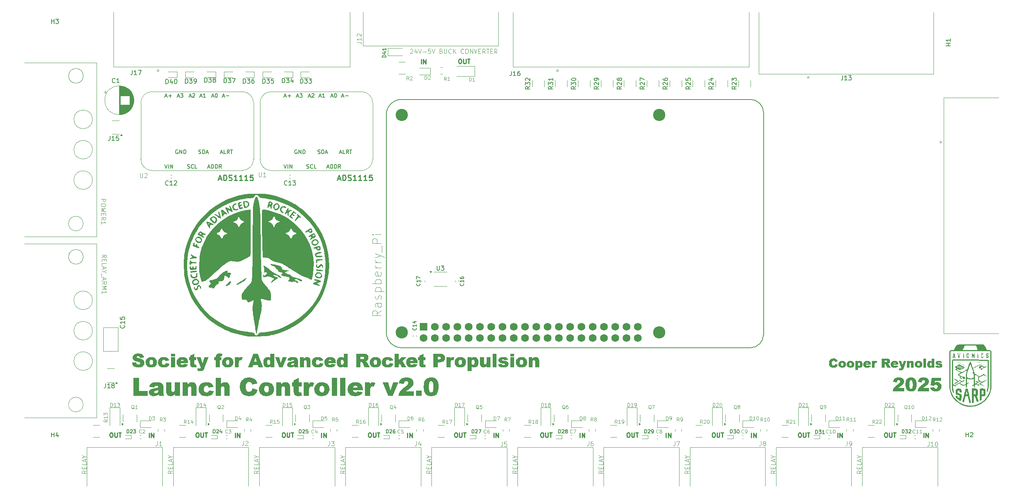
<source format=gbr>
%TF.GenerationSoftware,KiCad,Pcbnew,8.0.7*%
%TF.CreationDate,2025-03-17T18:41:30-07:00*%
%TF.ProjectId,launchController_noTemp,6c61756e-6368-4436-9f6e-74726f6c6c65,rev?*%
%TF.SameCoordinates,Original*%
%TF.FileFunction,Legend,Top*%
%TF.FilePolarity,Positive*%
%FSLAX46Y46*%
G04 Gerber Fmt 4.6, Leading zero omitted, Abs format (unit mm)*
G04 Created by KiCad (PCBNEW 8.0.7) date 2025-03-17 18:41:30*
%MOMM*%
%LPD*%
G01*
G04 APERTURE LIST*
%ADD10C,0.250000*%
%ADD11C,0.300000*%
%ADD12C,0.125000*%
%ADD13C,0.150000*%
%ADD14C,0.100000*%
%ADD15C,0.142240*%
%ADD16C,0.220980*%
%ADD17C,0.120000*%
%ADD18C,0.050000*%
%ADD19C,0.000000*%
%ADD20C,2.750000*%
%ADD21R,1.750000X1.750000*%
%ADD22C,1.750000*%
G04 APERTURE END LIST*
D10*
X154419050Y-176914619D02*
X154609526Y-176914619D01*
X154609526Y-176914619D02*
X154704764Y-176962238D01*
X154704764Y-176962238D02*
X154800002Y-177057476D01*
X154800002Y-177057476D02*
X154847621Y-177247952D01*
X154847621Y-177247952D02*
X154847621Y-177581285D01*
X154847621Y-177581285D02*
X154800002Y-177771761D01*
X154800002Y-177771761D02*
X154704764Y-177867000D01*
X154704764Y-177867000D02*
X154609526Y-177914619D01*
X154609526Y-177914619D02*
X154419050Y-177914619D01*
X154419050Y-177914619D02*
X154323812Y-177867000D01*
X154323812Y-177867000D02*
X154228574Y-177771761D01*
X154228574Y-177771761D02*
X154180955Y-177581285D01*
X154180955Y-177581285D02*
X154180955Y-177247952D01*
X154180955Y-177247952D02*
X154228574Y-177057476D01*
X154228574Y-177057476D02*
X154323812Y-176962238D01*
X154323812Y-176962238D02*
X154419050Y-176914619D01*
X155276193Y-176914619D02*
X155276193Y-177724142D01*
X155276193Y-177724142D02*
X155323812Y-177819380D01*
X155323812Y-177819380D02*
X155371431Y-177867000D01*
X155371431Y-177867000D02*
X155466669Y-177914619D01*
X155466669Y-177914619D02*
X155657145Y-177914619D01*
X155657145Y-177914619D02*
X155752383Y-177867000D01*
X155752383Y-177867000D02*
X155800002Y-177819380D01*
X155800002Y-177819380D02*
X155847621Y-177724142D01*
X155847621Y-177724142D02*
X155847621Y-176914619D01*
X156180955Y-176914619D02*
X156752383Y-176914619D01*
X156466669Y-177914619D02*
X156466669Y-176914619D01*
X124204580Y-178014619D02*
X124204580Y-177014619D01*
X124680770Y-178014619D02*
X124680770Y-177014619D01*
X124680770Y-177014619D02*
X125252198Y-178014619D01*
X125252198Y-178014619D02*
X125252198Y-177014619D01*
X221264565Y-178014619D02*
X221264565Y-177014619D01*
X221740755Y-178014619D02*
X221740755Y-177014619D01*
X221740755Y-177014619D02*
X222312183Y-178014619D01*
X222312183Y-178014619D02*
X222312183Y-177014619D01*
X240676562Y-178014619D02*
X240676562Y-177014619D01*
X241152752Y-178014619D02*
X241152752Y-177014619D01*
X241152752Y-177014619D02*
X241724180Y-178014619D01*
X241724180Y-178014619D02*
X241724180Y-177014619D01*
X298722077Y-178014619D02*
X298722077Y-177014619D01*
X299198267Y-178014619D02*
X299198267Y-177014619D01*
X299198267Y-177014619D02*
X299769695Y-178014619D01*
X299769695Y-178014619D02*
X299769695Y-177014619D01*
X232067038Y-176914619D02*
X232257514Y-176914619D01*
X232257514Y-176914619D02*
X232352752Y-176962238D01*
X232352752Y-176962238D02*
X232447990Y-177057476D01*
X232447990Y-177057476D02*
X232495609Y-177247952D01*
X232495609Y-177247952D02*
X232495609Y-177581285D01*
X232495609Y-177581285D02*
X232447990Y-177771761D01*
X232447990Y-177771761D02*
X232352752Y-177867000D01*
X232352752Y-177867000D02*
X232257514Y-177914619D01*
X232257514Y-177914619D02*
X232067038Y-177914619D01*
X232067038Y-177914619D02*
X231971800Y-177867000D01*
X231971800Y-177867000D02*
X231876562Y-177771761D01*
X231876562Y-177771761D02*
X231828943Y-177581285D01*
X231828943Y-177581285D02*
X231828943Y-177247952D01*
X231828943Y-177247952D02*
X231876562Y-177057476D01*
X231876562Y-177057476D02*
X231971800Y-176962238D01*
X231971800Y-176962238D02*
X232067038Y-176914619D01*
X232924181Y-176914619D02*
X232924181Y-177724142D01*
X232924181Y-177724142D02*
X232971800Y-177819380D01*
X232971800Y-177819380D02*
X233019419Y-177867000D01*
X233019419Y-177867000D02*
X233114657Y-177914619D01*
X233114657Y-177914619D02*
X233305133Y-177914619D01*
X233305133Y-177914619D02*
X233400371Y-177867000D01*
X233400371Y-177867000D02*
X233447990Y-177819380D01*
X233447990Y-177819380D02*
X233495609Y-177724142D01*
X233495609Y-177724142D02*
X233495609Y-176914619D01*
X233828943Y-176914619D02*
X234400371Y-176914619D01*
X234114657Y-177914619D02*
X234114657Y-176914619D01*
X201852568Y-178014619D02*
X201852568Y-177014619D01*
X202328758Y-178014619D02*
X202328758Y-177014619D01*
X202328758Y-177014619D02*
X202900186Y-178014619D01*
X202900186Y-178014619D02*
X202900186Y-177014619D01*
D11*
G36*
X120652281Y-164526035D02*
G01*
X121959469Y-164526035D01*
X121959469Y-167527291D01*
X123901688Y-167527291D01*
X123901688Y-168590236D01*
X120652281Y-168590236D01*
X120652281Y-164526035D01*
G37*
G36*
X126012000Y-165529211D02*
G01*
X126231452Y-165539119D01*
X126426480Y-165556231D01*
X126616692Y-165584095D01*
X126818832Y-165638846D01*
X126996730Y-165723843D01*
X127137418Y-165827360D01*
X127270041Y-165982699D01*
X127360041Y-166161897D01*
X127370914Y-166190794D01*
X127429017Y-166391844D01*
X127455163Y-166598124D01*
X127455910Y-166638247D01*
X127455910Y-167934688D01*
X127463638Y-168135650D01*
X127480334Y-168252203D01*
X127544525Y-168437370D01*
X127614180Y-168590236D01*
X126496524Y-168590236D01*
X126408475Y-168411572D01*
X126402735Y-168394841D01*
X126372449Y-168260996D01*
X126218665Y-168389230D01*
X126051014Y-168491344D01*
X125968960Y-168529663D01*
X125770322Y-168594578D01*
X125575559Y-168632446D01*
X125365649Y-168650838D01*
X125267494Y-168652762D01*
X125045848Y-168641261D01*
X124848511Y-168606760D01*
X124652750Y-168539166D01*
X124470473Y-168427213D01*
X124452700Y-168412427D01*
X124317160Y-168267570D01*
X124218585Y-168085227D01*
X124174774Y-167880368D01*
X124172309Y-167814520D01*
X124181346Y-167725616D01*
X125356399Y-167725616D01*
X125437487Y-167897563D01*
X125627600Y-167962604D01*
X125687592Y-167964974D01*
X125890945Y-167937420D01*
X126019762Y-167886816D01*
X126181950Y-167770349D01*
X126235673Y-167698261D01*
X126294153Y-167503225D01*
X126299176Y-167407123D01*
X126299176Y-167288910D01*
X126107049Y-167345753D01*
X125903328Y-167397258D01*
X125856608Y-167408100D01*
X125657007Y-167462484D01*
X125471780Y-167539115D01*
X125439441Y-167562462D01*
X125356399Y-167725616D01*
X124181346Y-167725616D01*
X124192249Y-167618363D01*
X124260245Y-167429036D01*
X124376496Y-167267416D01*
X124534911Y-167145085D01*
X124733280Y-167053422D01*
X124924112Y-166994204D01*
X125113133Y-166951854D01*
X125333112Y-166908635D01*
X125550337Y-166864724D01*
X125746617Y-166823126D01*
X125925973Y-166780884D01*
X126123751Y-166722917D01*
X126299176Y-166661694D01*
X126259809Y-166463191D01*
X126222972Y-166413543D01*
X126038691Y-166343934D01*
X125945512Y-166339293D01*
X125739654Y-166356497D01*
X125550816Y-166429175D01*
X125428950Y-166594783D01*
X125381800Y-166717381D01*
X124254375Y-166585490D01*
X124301888Y-166382502D01*
X124365172Y-166196680D01*
X124440000Y-166050110D01*
X124572663Y-165887951D01*
X124737543Y-165756357D01*
X124778032Y-165730640D01*
X124965122Y-165643446D01*
X125159575Y-165589505D01*
X125209853Y-165579210D01*
X125403440Y-165549174D01*
X125606725Y-165531605D01*
X125799944Y-165526453D01*
X126012000Y-165529211D01*
G37*
G36*
X131179148Y-168590236D02*
G01*
X130072240Y-168590236D01*
X130072240Y-168172092D01*
X129939921Y-168316144D01*
X129778721Y-168446432D01*
X129646280Y-168525755D01*
X129448169Y-168603150D01*
X129239049Y-168642715D01*
X129048374Y-168652762D01*
X128850369Y-168639017D01*
X128647892Y-168589650D01*
X128470816Y-168504378D01*
X128301967Y-168365532D01*
X128183571Y-168202988D01*
X128099002Y-168002587D01*
X128052753Y-167796181D01*
X128033725Y-167596192D01*
X128031346Y-167488212D01*
X128031346Y-165588979D01*
X129217390Y-165588979D01*
X129217390Y-167237130D01*
X129235154Y-167438501D01*
X129310202Y-167608379D01*
X129483886Y-167706446D01*
X129573007Y-167714869D01*
X129770831Y-167663895D01*
X129878799Y-167570277D01*
X129964351Y-167380627D01*
X129993799Y-167172787D01*
X129997990Y-167034897D01*
X129997990Y-165588979D01*
X131179148Y-165588979D01*
X131179148Y-168590236D01*
G37*
G36*
X131774124Y-165588979D02*
G01*
X132878101Y-165588979D01*
X132878101Y-166008100D01*
X133023319Y-165852578D01*
X133186397Y-165724534D01*
X133305038Y-165654436D01*
X133503928Y-165576447D01*
X133712554Y-165536577D01*
X133901967Y-165526453D01*
X134101067Y-165540198D01*
X134304338Y-165589565D01*
X134481720Y-165674836D01*
X134650327Y-165813683D01*
X134769152Y-165976410D01*
X134854026Y-166177360D01*
X134900442Y-166384548D01*
X134919538Y-166585430D01*
X134921926Y-166693934D01*
X134921926Y-168590236D01*
X133735882Y-168590236D01*
X133735882Y-166940131D01*
X133718117Y-166738466D01*
X133643070Y-166569859D01*
X133469781Y-166472692D01*
X133380265Y-166464346D01*
X133181153Y-166515664D01*
X133073496Y-166609914D01*
X132988645Y-166799565D01*
X132959438Y-167007404D01*
X132955282Y-167145295D01*
X132955282Y-168590236D01*
X131774124Y-168590236D01*
X131774124Y-165588979D01*
G37*
G36*
X137691639Y-167399307D02*
G01*
X138817110Y-167532175D01*
X138752710Y-167728123D01*
X138661577Y-167923365D01*
X138549836Y-168094945D01*
X138512295Y-168141806D01*
X138373001Y-168283161D01*
X138211571Y-168403145D01*
X138028008Y-168501759D01*
X137988639Y-168518917D01*
X137796194Y-168583617D01*
X137602815Y-168623352D01*
X137388431Y-168646357D01*
X137183614Y-168652762D01*
X136985790Y-168648554D01*
X136777680Y-168633442D01*
X136566474Y-168603302D01*
X136399106Y-168564834D01*
X136210982Y-168498583D01*
X136023660Y-168401024D01*
X135856887Y-168277605D01*
X135712489Y-168132503D01*
X135590949Y-167971240D01*
X135500293Y-167810612D01*
X135432286Y-167625999D01*
X135392616Y-167431297D01*
X135374481Y-167235521D01*
X135371332Y-167102308D01*
X135381224Y-166881757D01*
X135410900Y-166680256D01*
X135467932Y-166476340D01*
X135529602Y-166334409D01*
X135636503Y-166158944D01*
X135771459Y-165999281D01*
X135843210Y-165930919D01*
X136007077Y-165800490D01*
X136174815Y-165699728D01*
X136253538Y-165663229D01*
X136455461Y-165597112D01*
X136659343Y-165556507D01*
X136856573Y-165535002D01*
X137071381Y-165526587D01*
X137103503Y-165526453D01*
X137321408Y-165532822D01*
X137522665Y-165551927D01*
X137742198Y-165591666D01*
X137937756Y-165649746D01*
X138135607Y-165740688D01*
X138210411Y-165787305D01*
X138367964Y-165914610D01*
X138504667Y-166068283D01*
X138620519Y-166248323D01*
X138715521Y-166454729D01*
X138760446Y-166584513D01*
X137643768Y-166717381D01*
X137567375Y-166534769D01*
X137467913Y-166427221D01*
X137281754Y-166351658D01*
X137136720Y-166339293D01*
X136939475Y-166371219D01*
X136763483Y-166477006D01*
X136709783Y-166532734D01*
X136610361Y-166706207D01*
X136559535Y-166916397D01*
X136546629Y-167124778D01*
X136562371Y-167329446D01*
X136622821Y-167530214D01*
X136707829Y-167660159D01*
X136866564Y-167783043D01*
X137058959Y-167837113D01*
X137120111Y-167839921D01*
X137323711Y-167811246D01*
X137470844Y-167738316D01*
X137603712Y-167592035D01*
X137686632Y-167414013D01*
X137691639Y-167399307D01*
G37*
G36*
X139191290Y-164526035D02*
G01*
X140372449Y-164526035D01*
X140372449Y-165927011D01*
X140525625Y-165787987D01*
X140696216Y-165675728D01*
X140780823Y-165632943D01*
X140966157Y-165568051D01*
X141174848Y-165533109D01*
X141326950Y-165526453D01*
X141523004Y-165540244D01*
X141723711Y-165589780D01*
X141899505Y-165675341D01*
X142067494Y-165814660D01*
X142186318Y-165977692D01*
X142271193Y-166178582D01*
X142317608Y-166385415D01*
X142336705Y-166585771D01*
X142339092Y-166693934D01*
X142339092Y-168590236D01*
X141153049Y-168590236D01*
X141153049Y-166940131D01*
X141135284Y-166738466D01*
X141060237Y-166569859D01*
X140886947Y-166472692D01*
X140797431Y-166464346D01*
X140598320Y-166515664D01*
X140490662Y-166609914D01*
X140405812Y-166799565D01*
X140376605Y-167007404D01*
X140372449Y-167145295D01*
X140372449Y-168590236D01*
X139191290Y-168590236D01*
X139191290Y-164526035D01*
G37*
G36*
X147508248Y-166894213D02*
G01*
X148659120Y-167227360D01*
X148601511Y-167432945D01*
X148532122Y-167621420D01*
X148438393Y-167815867D01*
X148329278Y-167987967D01*
X148299595Y-168027500D01*
X148155210Y-168189728D01*
X147992433Y-168327999D01*
X147811263Y-168442313D01*
X147702665Y-168495469D01*
X147512400Y-168564285D01*
X147298199Y-168613439D01*
X147091138Y-168640320D01*
X146865752Y-168652147D01*
X146797990Y-168652762D01*
X146596532Y-168648063D01*
X146370211Y-168630019D01*
X146160719Y-168598443D01*
X145968057Y-168553335D01*
X145764556Y-168483604D01*
X145710621Y-168460298D01*
X145531062Y-168362164D01*
X145362536Y-168236167D01*
X145205044Y-168082308D01*
X145078831Y-167928252D01*
X144979846Y-167784234D01*
X144875592Y-167593141D01*
X144792909Y-167383294D01*
X144740482Y-167194097D01*
X144703035Y-166991876D01*
X144680566Y-166776632D01*
X144673077Y-166548365D01*
X144681519Y-166304977D01*
X144706844Y-166076000D01*
X144749052Y-165861432D01*
X144808143Y-165661275D01*
X144884118Y-165475529D01*
X145002829Y-165263610D01*
X145147919Y-165074207D01*
X145213342Y-165004751D01*
X145393333Y-164848826D01*
X145595029Y-164719330D01*
X145772013Y-164634761D01*
X145962889Y-164567105D01*
X146167656Y-164516364D01*
X146386315Y-164482536D01*
X146618864Y-164465623D01*
X146740348Y-164463508D01*
X146973243Y-164471189D01*
X147190156Y-164494230D01*
X147391089Y-164532631D01*
X147611113Y-164598989D01*
X147808126Y-164687466D01*
X147954724Y-164778093D01*
X148113428Y-164909011D01*
X148256883Y-165065826D01*
X148385087Y-165248539D01*
X148480275Y-165420583D01*
X148564873Y-165610610D01*
X148624926Y-165775581D01*
X147463307Y-166032524D01*
X147392004Y-165840973D01*
X147338255Y-165746272D01*
X147196136Y-165600947D01*
X147094012Y-165537200D01*
X146899915Y-165474231D01*
X146770635Y-165463927D01*
X146557016Y-165489198D01*
X146373381Y-165565009D01*
X146219731Y-165691362D01*
X146147327Y-165783397D01*
X146060773Y-165960377D01*
X146010284Y-166166483D01*
X145987203Y-166386927D01*
X145983196Y-166542503D01*
X145990031Y-166769180D01*
X146010536Y-166967074D01*
X146051735Y-167161572D01*
X146132046Y-167354077D01*
X146177613Y-167418847D01*
X146330648Y-167551785D01*
X146521087Y-167629541D01*
X146726671Y-167652343D01*
X146925099Y-167634406D01*
X147119638Y-167565530D01*
X147245443Y-167468672D01*
X147364832Y-167301335D01*
X147445222Y-167117810D01*
X147502727Y-166918376D01*
X147508248Y-166894213D01*
G37*
G36*
X150875914Y-165534605D02*
G01*
X151078285Y-165559060D01*
X151312142Y-165612555D01*
X151524772Y-165691523D01*
X151716173Y-165795966D01*
X151886347Y-165925882D01*
X152007201Y-166048156D01*
X152132372Y-166212493D01*
X152231645Y-166390432D01*
X152305021Y-166581972D01*
X152352500Y-166787113D01*
X152374081Y-167005855D01*
X152375519Y-167081792D01*
X152364381Y-167291254D01*
X152330964Y-167488551D01*
X152261458Y-167709252D01*
X152159872Y-167912435D01*
X152026206Y-168098101D01*
X151919274Y-168212148D01*
X151768535Y-168339082D01*
X151600861Y-168444503D01*
X151416253Y-168528409D01*
X151214709Y-168590800D01*
X150996231Y-168631678D01*
X150760818Y-168651041D01*
X150661912Y-168652762D01*
X150445108Y-168643841D01*
X150241661Y-168617079D01*
X150015157Y-168561415D01*
X149807886Y-168480059D01*
X149619849Y-168373012D01*
X149505177Y-168287374D01*
X149348127Y-168138539D01*
X149217696Y-167975965D01*
X149113883Y-167799652D01*
X149036689Y-167609600D01*
X148986114Y-167405810D01*
X148962157Y-167188282D01*
X148960027Y-167097423D01*
X148960502Y-167088630D01*
X150144117Y-167088630D01*
X150155941Y-167290967D01*
X150202506Y-167493768D01*
X150293593Y-167659182D01*
X150450257Y-167788912D01*
X150639979Y-167839215D01*
X150667773Y-167839921D01*
X150862662Y-167800852D01*
X151022345Y-167683644D01*
X151040976Y-167662113D01*
X151136492Y-167479281D01*
X151176830Y-167287512D01*
X151188499Y-167076907D01*
X151176753Y-166879920D01*
X151130491Y-166681768D01*
X151040000Y-166519056D01*
X150885969Y-166390027D01*
X150689018Y-166339469D01*
X150675589Y-166339293D01*
X150477523Y-166379436D01*
X150313804Y-166499864D01*
X150294570Y-166521987D01*
X150197158Y-166703641D01*
X150153520Y-166909234D01*
X150144117Y-167088630D01*
X148960502Y-167088630D01*
X148971262Y-166889578D01*
X149004964Y-166693468D01*
X149075066Y-166473627D01*
X149177522Y-166270684D01*
X149312332Y-166084640D01*
X149420181Y-165969998D01*
X149571778Y-165842219D01*
X149738975Y-165736098D01*
X149921771Y-165651633D01*
X150120166Y-165588827D01*
X150334160Y-165547678D01*
X150563753Y-165528186D01*
X150659958Y-165526453D01*
X150875914Y-165534605D01*
G37*
G36*
X152829811Y-165588979D02*
G01*
X153933789Y-165588979D01*
X153933789Y-166008100D01*
X154079006Y-165852578D01*
X154242084Y-165724534D01*
X154360725Y-165654436D01*
X154559615Y-165576447D01*
X154768242Y-165536577D01*
X154957655Y-165526453D01*
X155156755Y-165540198D01*
X155360026Y-165589565D01*
X155537407Y-165674836D01*
X155706015Y-165813683D01*
X155824839Y-165976410D01*
X155909713Y-166177360D01*
X155956129Y-166384548D01*
X155975226Y-166585430D01*
X155977613Y-166693934D01*
X155977613Y-168590236D01*
X154791570Y-168590236D01*
X154791570Y-166940131D01*
X154773805Y-166738466D01*
X154698757Y-166569859D01*
X154525468Y-166472692D01*
X154435952Y-166464346D01*
X154236841Y-166515664D01*
X154129183Y-166609914D01*
X154044332Y-166799565D01*
X154015125Y-167007404D01*
X154010969Y-167145295D01*
X154010969Y-168590236D01*
X152829811Y-168590236D01*
X152829811Y-165588979D01*
G37*
G36*
X157973565Y-164507472D02*
G01*
X157973565Y-165588979D01*
X158589057Y-165588979D01*
X158589057Y-166464346D01*
X157973565Y-166464346D01*
X157973565Y-167515567D01*
X157990221Y-167716176D01*
X158005806Y-167757856D01*
X158170914Y-167839921D01*
X158371727Y-167806720D01*
X158543140Y-167754925D01*
X158633021Y-168559949D01*
X158415034Y-168600555D01*
X158207550Y-168629559D01*
X158010568Y-168646961D01*
X157824089Y-168652762D01*
X157624848Y-168645740D01*
X157414436Y-168617213D01*
X157218615Y-168554015D01*
X157191988Y-168540410D01*
X157032185Y-168419849D01*
X156913521Y-168254783D01*
X156887173Y-168199447D01*
X156831551Y-168010184D01*
X156803215Y-167807590D01*
X156791003Y-167591435D01*
X156789476Y-167470626D01*
X156789476Y-166464346D01*
X156378171Y-166464346D01*
X156378171Y-165588979D01*
X156789476Y-165588979D01*
X156789476Y-165087793D01*
X157973565Y-164507472D01*
G37*
G36*
X159058004Y-165588979D02*
G01*
X160167843Y-165588979D01*
X160167843Y-165969021D01*
X160273273Y-165800537D01*
X160420277Y-165657258D01*
X160430648Y-165649552D01*
X160605358Y-165561195D01*
X160799409Y-165527535D01*
X160844884Y-165526453D01*
X161046156Y-165550084D01*
X161248275Y-165613262D01*
X161426182Y-165694492D01*
X161056887Y-166557158D01*
X160864668Y-166487549D01*
X160727648Y-166464346D01*
X160537655Y-166512047D01*
X160413063Y-166633362D01*
X160324449Y-166832057D01*
X160281947Y-167023029D01*
X160258316Y-167220729D01*
X160246501Y-167449821D01*
X160245024Y-167576139D01*
X160245024Y-168590236D01*
X159058004Y-168590236D01*
X159058004Y-165588979D01*
G37*
G36*
X163353793Y-165534605D02*
G01*
X163556163Y-165559060D01*
X163790021Y-165612555D01*
X164002651Y-165691523D01*
X164194052Y-165795966D01*
X164364225Y-165925882D01*
X164485080Y-166048156D01*
X164610250Y-166212493D01*
X164709524Y-166390432D01*
X164782900Y-166581972D01*
X164830378Y-166787113D01*
X164851959Y-167005855D01*
X164853398Y-167081792D01*
X164842259Y-167291254D01*
X164808843Y-167488551D01*
X164739337Y-167709252D01*
X164637751Y-167912435D01*
X164504085Y-168098101D01*
X164397152Y-168212148D01*
X164246413Y-168339082D01*
X164078740Y-168444503D01*
X163894131Y-168528409D01*
X163692588Y-168590800D01*
X163474110Y-168631678D01*
X163238697Y-168651041D01*
X163139790Y-168652762D01*
X162922986Y-168643841D01*
X162719540Y-168617079D01*
X162493035Y-168561415D01*
X162285765Y-168480059D01*
X162097728Y-168373012D01*
X161983056Y-168287374D01*
X161826006Y-168138539D01*
X161695575Y-167975965D01*
X161591762Y-167799652D01*
X161514568Y-167609600D01*
X161463992Y-167405810D01*
X161440035Y-167188282D01*
X161437906Y-167097423D01*
X161438381Y-167088630D01*
X162621995Y-167088630D01*
X162633819Y-167290967D01*
X162680385Y-167493768D01*
X162771472Y-167659182D01*
X162928136Y-167788912D01*
X163117858Y-167839215D01*
X163145652Y-167839921D01*
X163340541Y-167800852D01*
X163500224Y-167683644D01*
X163518855Y-167662113D01*
X163614370Y-167479281D01*
X163654708Y-167287512D01*
X163666378Y-167076907D01*
X163654631Y-166879920D01*
X163608370Y-166681768D01*
X163517878Y-166519056D01*
X163363848Y-166390027D01*
X163166896Y-166339469D01*
X163153468Y-166339293D01*
X162955402Y-166379436D01*
X162791683Y-166499864D01*
X162772449Y-166521987D01*
X162675036Y-166703641D01*
X162631399Y-166909234D01*
X162621995Y-167088630D01*
X161438381Y-167088630D01*
X161449140Y-166889578D01*
X161482843Y-166693468D01*
X161552944Y-166473627D01*
X161655400Y-166270684D01*
X161790211Y-166084640D01*
X161898060Y-165969998D01*
X162049657Y-165842219D01*
X162216854Y-165736098D01*
X162399649Y-165651633D01*
X162598044Y-165588827D01*
X162812038Y-165547678D01*
X163041631Y-165528186D01*
X163137836Y-165526453D01*
X163353793Y-165534605D01*
G37*
G36*
X165392686Y-164526035D02*
G01*
X166576775Y-164526035D01*
X166576775Y-168590236D01*
X165392686Y-168590236D01*
X165392686Y-164526035D01*
G37*
G36*
X167256748Y-164526035D02*
G01*
X168440837Y-164526035D01*
X168440837Y-168590236D01*
X167256748Y-168590236D01*
X167256748Y-164526035D01*
G37*
G36*
X170850911Y-165533082D02*
G01*
X171060860Y-165552969D01*
X171282360Y-165592926D01*
X171478615Y-165650929D01*
X171626741Y-165715009D01*
X171800825Y-165819423D01*
X171952805Y-165945085D01*
X172082681Y-166091998D01*
X172190453Y-166260159D01*
X172275511Y-166452073D01*
X172330001Y-166641535D01*
X172365884Y-166851100D01*
X172381833Y-167046728D01*
X172384870Y-167185351D01*
X172384870Y-167339712D01*
X170146629Y-167339712D01*
X170197055Y-167538220D01*
X170280474Y-167668951D01*
X170444179Y-167791669D01*
X170634543Y-167838419D01*
X170680055Y-167839921D01*
X170879349Y-167808365D01*
X170978032Y-167766649D01*
X171134210Y-167634632D01*
X171175380Y-167587863D01*
X172339930Y-167720731D01*
X172232127Y-167903352D01*
X172118279Y-168064335D01*
X171977817Y-168224800D01*
X171829126Y-168355812D01*
X171695129Y-168444667D01*
X171493506Y-168535708D01*
X171285230Y-168594032D01*
X171083043Y-168628172D01*
X170859011Y-168647681D01*
X170655631Y-168652762D01*
X170444468Y-168646888D01*
X170219990Y-168625190D01*
X170019073Y-168587503D01*
X169818306Y-168524855D01*
X169729462Y-168485700D01*
X169547416Y-168375567D01*
X169383763Y-168234213D01*
X169253734Y-168082355D01*
X169165750Y-167952273D01*
X169068297Y-167761703D01*
X168998688Y-167555379D01*
X168960620Y-167361922D01*
X168943870Y-167156404D01*
X168943000Y-167095469D01*
X168953924Y-166882797D01*
X168981565Y-166714450D01*
X170150537Y-166714450D01*
X171180265Y-166714450D01*
X171111743Y-166526052D01*
X171021995Y-166434060D01*
X170834504Y-166354934D01*
X170669309Y-166339293D01*
X170466869Y-166366969D01*
X170293963Y-166458045D01*
X170264842Y-166483885D01*
X170163019Y-166654998D01*
X170150537Y-166714450D01*
X168981565Y-166714450D01*
X168986697Y-166683195D01*
X169054863Y-166460926D01*
X169154492Y-166257480D01*
X169285581Y-166072855D01*
X169390453Y-165960229D01*
X169570098Y-165812813D01*
X169773441Y-165695897D01*
X169960998Y-165621765D01*
X170165012Y-165568814D01*
X170385484Y-165537043D01*
X170622414Y-165526453D01*
X170850911Y-165533082D01*
G37*
G36*
X172825484Y-165588979D02*
G01*
X173935324Y-165588979D01*
X173935324Y-165969021D01*
X174040754Y-165800537D01*
X174187758Y-165657258D01*
X174198129Y-165649552D01*
X174372839Y-165561195D01*
X174566890Y-165527535D01*
X174612365Y-165526453D01*
X174813637Y-165550084D01*
X175015756Y-165613262D01*
X175193663Y-165694492D01*
X174824368Y-166557158D01*
X174632149Y-166487549D01*
X174495129Y-166464346D01*
X174305136Y-166512047D01*
X174180544Y-166633362D01*
X174091929Y-166832057D01*
X174049427Y-167023029D01*
X174025797Y-167220729D01*
X174013982Y-167449821D01*
X174012505Y-167576139D01*
X174012505Y-168590236D01*
X172825484Y-168590236D01*
X172825484Y-165588979D01*
G37*
G36*
X176820321Y-165588979D02*
G01*
X178055212Y-165588979D01*
X178598408Y-167376837D01*
X179161144Y-165588979D01*
X180359888Y-165588979D01*
X179093733Y-168590236D01*
X178061074Y-168590236D01*
X176820321Y-165588979D01*
G37*
G36*
X183818367Y-168590236D02*
G01*
X180394082Y-168590236D01*
X180425738Y-168389170D01*
X180473812Y-168194837D01*
X180538303Y-168007235D01*
X180619213Y-167826366D01*
X180716540Y-167652228D01*
X180752630Y-167595679D01*
X180881705Y-167422205D01*
X181016869Y-167270088D01*
X181177124Y-167111101D01*
X181323395Y-166978965D01*
X181485725Y-166842434D01*
X181664114Y-166701506D01*
X181858562Y-166556181D01*
X182029242Y-166428675D01*
X182196766Y-166295632D01*
X182346548Y-166164306D01*
X182479916Y-166019824D01*
X182579567Y-165845190D01*
X182612784Y-165682769D01*
X182563172Y-165491801D01*
X182485778Y-165395539D01*
X182312353Y-165296020D01*
X182166308Y-165276349D01*
X181972391Y-165313020D01*
X181836092Y-165406286D01*
X181734197Y-165580266D01*
X181681303Y-165774157D01*
X181660237Y-165903564D01*
X180476147Y-165805867D01*
X180512585Y-165593444D01*
X180567052Y-165378952D01*
X180635195Y-165194625D01*
X180728206Y-165023313D01*
X180855384Y-164866063D01*
X181010993Y-164733809D01*
X181195034Y-164626552D01*
X181235254Y-164608100D01*
X181438827Y-164538205D01*
X181652478Y-164495279D01*
X181864668Y-164472545D01*
X182065298Y-164464073D01*
X182136022Y-164463508D01*
X182350368Y-164468283D01*
X182546441Y-164482605D01*
X182752100Y-164511383D01*
X182956684Y-164560186D01*
X183068053Y-164599307D01*
X183245814Y-164686737D01*
X183416860Y-164811072D01*
X183560047Y-164964029D01*
X183597571Y-165015497D01*
X183699581Y-165198031D01*
X183763809Y-165393921D01*
X183790256Y-165603168D01*
X183791011Y-165646621D01*
X183773546Y-165852194D01*
X183721150Y-166052358D01*
X183633824Y-166247112D01*
X183570216Y-166352971D01*
X183438203Y-166524368D01*
X183286427Y-166680652D01*
X183129394Y-166819298D01*
X182947494Y-166962272D01*
X182776915Y-167084723D01*
X182605019Y-167202892D01*
X182442989Y-167317517D01*
X182326531Y-167405169D01*
X182172596Y-167537292D01*
X182116482Y-167589817D01*
X183818367Y-167589817D01*
X183818367Y-168590236D01*
G37*
G36*
X184322484Y-167402238D02*
G01*
X185579846Y-167402238D01*
X185579846Y-168590236D01*
X184322484Y-168590236D01*
X184322484Y-167402238D01*
G37*
G36*
X187978005Y-164469859D02*
G01*
X188177929Y-164492184D01*
X188373056Y-164535842D01*
X188459958Y-164565113D01*
X188646712Y-164649377D01*
X188817401Y-164760508D01*
X188895687Y-164828896D01*
X189029738Y-164974835D01*
X189142653Y-165138253D01*
X189161423Y-165171813D01*
X189244427Y-165353006D01*
X189306404Y-165544973D01*
X189317739Y-165588979D01*
X189361897Y-165787846D01*
X189395209Y-165990358D01*
X189417676Y-166196517D01*
X189429296Y-166406323D01*
X189431067Y-166527849D01*
X189427736Y-166728436D01*
X189412928Y-166979938D01*
X189386275Y-167213212D01*
X189347777Y-167428261D01*
X189297432Y-167625082D01*
X189217843Y-167845478D01*
X189119745Y-168037395D01*
X189052002Y-168138875D01*
X188920283Y-168286918D01*
X188762040Y-168409870D01*
X188577274Y-168507729D01*
X188365985Y-168580496D01*
X188128173Y-168628171D01*
X187918826Y-168648245D01*
X187750676Y-168652762D01*
X187534346Y-168644908D01*
X187336715Y-168621346D01*
X187133750Y-168575184D01*
X186934608Y-168498728D01*
X186914389Y-168488630D01*
X186743257Y-168384174D01*
X186590363Y-168255451D01*
X186455707Y-168102462D01*
X186388778Y-168006984D01*
X186294535Y-167833336D01*
X186222483Y-167642216D01*
X186168731Y-167443126D01*
X186158213Y-167395399D01*
X186122309Y-167196586D01*
X186096664Y-166988002D01*
X186081277Y-166769649D01*
X186076228Y-166570576D01*
X186076182Y-166554227D01*
X187249490Y-166554227D01*
X187252662Y-166777738D01*
X187262179Y-166977492D01*
X187281974Y-167185839D01*
X187316616Y-167385674D01*
X187379427Y-167574185D01*
X187492267Y-167736118D01*
X187676594Y-167833434D01*
X187748722Y-167839921D01*
X187946067Y-167787741D01*
X188023251Y-167729524D01*
X188136286Y-167560950D01*
X188198129Y-167369998D01*
X188230947Y-167164667D01*
X188247665Y-166946008D01*
X188254363Y-166744417D01*
X188255771Y-166583536D01*
X188252598Y-166351162D01*
X188243081Y-166144357D01*
X188223286Y-165929942D01*
X188188645Y-165726328D01*
X188125833Y-165538177D01*
X188011070Y-165378625D01*
X187833421Y-165285553D01*
X187742861Y-165276349D01*
X187544589Y-165327399D01*
X187399425Y-165480551D01*
X187367704Y-165543062D01*
X187310559Y-165730483D01*
X187279043Y-165928721D01*
X187261034Y-166135179D01*
X187252376Y-166332992D01*
X187249490Y-166554227D01*
X186076182Y-166554227D01*
X186076147Y-166541526D01*
X186079857Y-166332124D01*
X186090985Y-166134759D01*
X186117363Y-165890333D01*
X186156931Y-165667309D01*
X186209687Y-165465686D01*
X186294180Y-165243755D01*
X186399281Y-165055263D01*
X186498199Y-164928547D01*
X186641057Y-164794576D01*
X186805239Y-164683312D01*
X186990744Y-164594755D01*
X187197573Y-164528904D01*
X187425726Y-164485761D01*
X187623600Y-164467596D01*
X187780963Y-164463508D01*
X187978005Y-164469859D01*
G37*
D10*
X185507568Y-93714619D02*
X185507568Y-92714619D01*
X185983758Y-93714619D02*
X185983758Y-92714619D01*
X185983758Y-92714619D02*
X186555186Y-93714619D01*
X186555186Y-93714619D02*
X186555186Y-92714619D01*
X194155544Y-92654619D02*
X194346020Y-92654619D01*
X194346020Y-92654619D02*
X194441258Y-92702238D01*
X194441258Y-92702238D02*
X194536496Y-92797476D01*
X194536496Y-92797476D02*
X194584115Y-92987952D01*
X194584115Y-92987952D02*
X194584115Y-93321285D01*
X194584115Y-93321285D02*
X194536496Y-93511761D01*
X194536496Y-93511761D02*
X194441258Y-93607000D01*
X194441258Y-93607000D02*
X194346020Y-93654619D01*
X194346020Y-93654619D02*
X194155544Y-93654619D01*
X194155544Y-93654619D02*
X194060306Y-93607000D01*
X194060306Y-93607000D02*
X193965068Y-93511761D01*
X193965068Y-93511761D02*
X193917449Y-93321285D01*
X193917449Y-93321285D02*
X193917449Y-92987952D01*
X193917449Y-92987952D02*
X193965068Y-92797476D01*
X193965068Y-92797476D02*
X194060306Y-92702238D01*
X194060306Y-92702238D02*
X194155544Y-92654619D01*
X195012687Y-92654619D02*
X195012687Y-93464142D01*
X195012687Y-93464142D02*
X195060306Y-93559380D01*
X195060306Y-93559380D02*
X195107925Y-93607000D01*
X195107925Y-93607000D02*
X195203163Y-93654619D01*
X195203163Y-93654619D02*
X195393639Y-93654619D01*
X195393639Y-93654619D02*
X195488877Y-93607000D01*
X195488877Y-93607000D02*
X195536496Y-93559380D01*
X195536496Y-93559380D02*
X195584115Y-93464142D01*
X195584115Y-93464142D02*
X195584115Y-92654619D01*
X195917449Y-92654619D02*
X196488877Y-92654619D01*
X196203163Y-93654619D02*
X196203163Y-92654619D01*
X212655041Y-176914619D02*
X212845517Y-176914619D01*
X212845517Y-176914619D02*
X212940755Y-176962238D01*
X212940755Y-176962238D02*
X213035993Y-177057476D01*
X213035993Y-177057476D02*
X213083612Y-177247952D01*
X213083612Y-177247952D02*
X213083612Y-177581285D01*
X213083612Y-177581285D02*
X213035993Y-177771761D01*
X213035993Y-177771761D02*
X212940755Y-177867000D01*
X212940755Y-177867000D02*
X212845517Y-177914619D01*
X212845517Y-177914619D02*
X212655041Y-177914619D01*
X212655041Y-177914619D02*
X212559803Y-177867000D01*
X212559803Y-177867000D02*
X212464565Y-177771761D01*
X212464565Y-177771761D02*
X212416946Y-177581285D01*
X212416946Y-177581285D02*
X212416946Y-177247952D01*
X212416946Y-177247952D02*
X212464565Y-177057476D01*
X212464565Y-177057476D02*
X212559803Y-176962238D01*
X212559803Y-176962238D02*
X212655041Y-176914619D01*
X213512184Y-176914619D02*
X213512184Y-177724142D01*
X213512184Y-177724142D02*
X213559803Y-177819380D01*
X213559803Y-177819380D02*
X213607422Y-177867000D01*
X213607422Y-177867000D02*
X213702660Y-177914619D01*
X213702660Y-177914619D02*
X213893136Y-177914619D01*
X213893136Y-177914619D02*
X213988374Y-177867000D01*
X213988374Y-177867000D02*
X214035993Y-177819380D01*
X214035993Y-177819380D02*
X214083612Y-177724142D01*
X214083612Y-177724142D02*
X214083612Y-176914619D01*
X214416946Y-176914619D02*
X214988374Y-176914619D01*
X214702660Y-177914619D02*
X214702660Y-176914619D01*
X193243044Y-176914619D02*
X193433520Y-176914619D01*
X193433520Y-176914619D02*
X193528758Y-176962238D01*
X193528758Y-176962238D02*
X193623996Y-177057476D01*
X193623996Y-177057476D02*
X193671615Y-177247952D01*
X193671615Y-177247952D02*
X193671615Y-177581285D01*
X193671615Y-177581285D02*
X193623996Y-177771761D01*
X193623996Y-177771761D02*
X193528758Y-177867000D01*
X193528758Y-177867000D02*
X193433520Y-177914619D01*
X193433520Y-177914619D02*
X193243044Y-177914619D01*
X193243044Y-177914619D02*
X193147806Y-177867000D01*
X193147806Y-177867000D02*
X193052568Y-177771761D01*
X193052568Y-177771761D02*
X193004949Y-177581285D01*
X193004949Y-177581285D02*
X193004949Y-177247952D01*
X193004949Y-177247952D02*
X193052568Y-177057476D01*
X193052568Y-177057476D02*
X193147806Y-176962238D01*
X193147806Y-176962238D02*
X193243044Y-176914619D01*
X194100187Y-176914619D02*
X194100187Y-177724142D01*
X194100187Y-177724142D02*
X194147806Y-177819380D01*
X194147806Y-177819380D02*
X194195425Y-177867000D01*
X194195425Y-177867000D02*
X194290663Y-177914619D01*
X194290663Y-177914619D02*
X194481139Y-177914619D01*
X194481139Y-177914619D02*
X194576377Y-177867000D01*
X194576377Y-177867000D02*
X194623996Y-177819380D01*
X194623996Y-177819380D02*
X194671615Y-177724142D01*
X194671615Y-177724142D02*
X194671615Y-176914619D01*
X195004949Y-176914619D02*
X195576377Y-176914619D01*
X195290663Y-177914619D02*
X195290663Y-176914619D01*
X259898083Y-178014619D02*
X259898083Y-177014619D01*
X260374273Y-178014619D02*
X260374273Y-177014619D01*
X260374273Y-177014619D02*
X260945701Y-178014619D01*
X260945701Y-178014619D02*
X260945701Y-177014619D01*
X115595056Y-176914619D02*
X115785532Y-176914619D01*
X115785532Y-176914619D02*
X115880770Y-176962238D01*
X115880770Y-176962238D02*
X115976008Y-177057476D01*
X115976008Y-177057476D02*
X116023627Y-177247952D01*
X116023627Y-177247952D02*
X116023627Y-177581285D01*
X116023627Y-177581285D02*
X115976008Y-177771761D01*
X115976008Y-177771761D02*
X115880770Y-177867000D01*
X115880770Y-177867000D02*
X115785532Y-177914619D01*
X115785532Y-177914619D02*
X115595056Y-177914619D01*
X115595056Y-177914619D02*
X115499818Y-177867000D01*
X115499818Y-177867000D02*
X115404580Y-177771761D01*
X115404580Y-177771761D02*
X115356961Y-177581285D01*
X115356961Y-177581285D02*
X115356961Y-177247952D01*
X115356961Y-177247952D02*
X115404580Y-177057476D01*
X115404580Y-177057476D02*
X115499818Y-176962238D01*
X115499818Y-176962238D02*
X115595056Y-176914619D01*
X116452199Y-176914619D02*
X116452199Y-177724142D01*
X116452199Y-177724142D02*
X116499818Y-177819380D01*
X116499818Y-177819380D02*
X116547437Y-177867000D01*
X116547437Y-177867000D02*
X116642675Y-177914619D01*
X116642675Y-177914619D02*
X116833151Y-177914619D01*
X116833151Y-177914619D02*
X116928389Y-177867000D01*
X116928389Y-177867000D02*
X116976008Y-177819380D01*
X116976008Y-177819380D02*
X117023627Y-177724142D01*
X117023627Y-177724142D02*
X117023627Y-176914619D01*
X117356961Y-176914619D02*
X117928389Y-176914619D01*
X117642675Y-177914619D02*
X117642675Y-176914619D01*
X270700556Y-176914619D02*
X270891032Y-176914619D01*
X270891032Y-176914619D02*
X270986270Y-176962238D01*
X270986270Y-176962238D02*
X271081508Y-177057476D01*
X271081508Y-177057476D02*
X271129127Y-177247952D01*
X271129127Y-177247952D02*
X271129127Y-177581285D01*
X271129127Y-177581285D02*
X271081508Y-177771761D01*
X271081508Y-177771761D02*
X270986270Y-177867000D01*
X270986270Y-177867000D02*
X270891032Y-177914619D01*
X270891032Y-177914619D02*
X270700556Y-177914619D01*
X270700556Y-177914619D02*
X270605318Y-177867000D01*
X270605318Y-177867000D02*
X270510080Y-177771761D01*
X270510080Y-177771761D02*
X270462461Y-177581285D01*
X270462461Y-177581285D02*
X270462461Y-177247952D01*
X270462461Y-177247952D02*
X270510080Y-177057476D01*
X270510080Y-177057476D02*
X270605318Y-176962238D01*
X270605318Y-176962238D02*
X270700556Y-176914619D01*
X271557699Y-176914619D02*
X271557699Y-177724142D01*
X271557699Y-177724142D02*
X271605318Y-177819380D01*
X271605318Y-177819380D02*
X271652937Y-177867000D01*
X271652937Y-177867000D02*
X271748175Y-177914619D01*
X271748175Y-177914619D02*
X271938651Y-177914619D01*
X271938651Y-177914619D02*
X272033889Y-177867000D01*
X272033889Y-177867000D02*
X272081508Y-177819380D01*
X272081508Y-177819380D02*
X272129127Y-177724142D01*
X272129127Y-177724142D02*
X272129127Y-176914619D01*
X272462461Y-176914619D02*
X273033889Y-176914619D01*
X272748175Y-177914619D02*
X272748175Y-176914619D01*
D11*
G36*
X278790942Y-161371988D02*
G01*
X279366378Y-161538562D01*
X279337573Y-161641354D01*
X279302878Y-161735592D01*
X279256014Y-161832815D01*
X279201457Y-161918865D01*
X279186615Y-161938632D01*
X279114423Y-162019746D01*
X279033034Y-162088881D01*
X278942449Y-162146038D01*
X278888150Y-162172616D01*
X278793018Y-162207024D01*
X278685917Y-162231601D01*
X278582387Y-162245042D01*
X278469694Y-162250955D01*
X278435812Y-162251263D01*
X278335084Y-162248913D01*
X278221923Y-162239891D01*
X278117177Y-162224103D01*
X278020846Y-162201549D01*
X277919096Y-162166684D01*
X277892128Y-162155031D01*
X277802349Y-162105964D01*
X277718086Y-162042965D01*
X277639339Y-161966036D01*
X277576233Y-161889008D01*
X277526741Y-161816999D01*
X277474614Y-161721452D01*
X277433272Y-161616529D01*
X277407059Y-161521930D01*
X277388335Y-161420820D01*
X277377101Y-161313198D01*
X277373356Y-161199064D01*
X277377577Y-161077370D01*
X277390239Y-160962882D01*
X277411343Y-160855598D01*
X277440889Y-160755519D01*
X277478877Y-160662646D01*
X277538232Y-160556687D01*
X277610777Y-160461985D01*
X277643489Y-160427257D01*
X277733484Y-160349295D01*
X277834332Y-160284547D01*
X277922824Y-160242262D01*
X278018262Y-160208434D01*
X278120646Y-160183064D01*
X278229975Y-160166150D01*
X278346250Y-160157693D01*
X278406992Y-160156636D01*
X278523439Y-160160476D01*
X278631896Y-160171997D01*
X278732362Y-160191197D01*
X278842374Y-160224376D01*
X278940880Y-160268615D01*
X279014180Y-160313928D01*
X279093532Y-160379387D01*
X279165259Y-160457795D01*
X279229361Y-160549151D01*
X279276955Y-160635173D01*
X279319254Y-160730187D01*
X279349281Y-160812672D01*
X278768471Y-160941144D01*
X278732819Y-160845368D01*
X278705945Y-160798018D01*
X278634886Y-160725355D01*
X278583824Y-160693482D01*
X278486775Y-160661997D01*
X278422135Y-160656845D01*
X278315325Y-160669481D01*
X278223508Y-160707386D01*
X278146683Y-160770563D01*
X278110481Y-160816580D01*
X278067204Y-160905070D01*
X278041959Y-161008123D01*
X278030419Y-161118345D01*
X278028415Y-161196133D01*
X278031833Y-161309472D01*
X278042085Y-161408419D01*
X278062685Y-161505668D01*
X278102841Y-161601920D01*
X278125624Y-161634305D01*
X278202142Y-161700774D01*
X278297361Y-161739652D01*
X278400153Y-161751053D01*
X278499367Y-161742085D01*
X278596637Y-161707647D01*
X278659539Y-161659218D01*
X278719233Y-161575549D01*
X278759429Y-161483787D01*
X278788181Y-161384070D01*
X278790942Y-161371988D01*
G37*
G36*
X280474775Y-160692184D02*
G01*
X280575960Y-160704412D01*
X280692889Y-160731159D01*
X280799204Y-160770643D01*
X280894904Y-160822865D01*
X280979991Y-160887823D01*
X281040418Y-160948960D01*
X281103004Y-161031128D01*
X281152640Y-161120098D01*
X281189328Y-161215868D01*
X281213067Y-161318438D01*
X281223858Y-161427809D01*
X281224577Y-161465778D01*
X281219008Y-161570509D01*
X281202300Y-161669157D01*
X281167547Y-161779508D01*
X281116754Y-161881099D01*
X281049921Y-161973932D01*
X280996454Y-162030956D01*
X280921085Y-162094423D01*
X280837248Y-162147133D01*
X280744944Y-162189086D01*
X280644172Y-162220282D01*
X280534933Y-162240721D01*
X280417227Y-162250402D01*
X280367773Y-162251263D01*
X280259372Y-162246802D01*
X280157648Y-162233421D01*
X280044396Y-162205589D01*
X279940761Y-162164911D01*
X279846742Y-162111388D01*
X279789406Y-162068569D01*
X279710881Y-161994151D01*
X279645666Y-161912864D01*
X279593759Y-161824708D01*
X279555162Y-161729682D01*
X279529874Y-161627787D01*
X279517896Y-161519023D01*
X279516831Y-161473593D01*
X279517069Y-161469197D01*
X280108876Y-161469197D01*
X280114788Y-161570365D01*
X280138071Y-161671766D01*
X280183614Y-161754473D01*
X280261946Y-161819338D01*
X280356807Y-161844489D01*
X280370704Y-161844842D01*
X280468149Y-161825308D01*
X280547990Y-161766704D01*
X280557306Y-161755938D01*
X280605063Y-161664522D01*
X280625233Y-161568638D01*
X280631067Y-161463335D01*
X280625194Y-161364842D01*
X280602063Y-161265766D01*
X280556817Y-161184410D01*
X280479802Y-161119895D01*
X280381326Y-161094616D01*
X280374612Y-161094528D01*
X280275579Y-161114600D01*
X280193720Y-161174814D01*
X280184103Y-161185875D01*
X280135396Y-161276702D01*
X280113578Y-161379499D01*
X280108876Y-161469197D01*
X279517069Y-161469197D01*
X279522448Y-161369671D01*
X279539300Y-161271616D01*
X279574351Y-161161695D01*
X279625579Y-161060224D01*
X279692984Y-160967202D01*
X279746908Y-160909881D01*
X279822707Y-160845991D01*
X279906305Y-160792931D01*
X279997703Y-160750698D01*
X280096900Y-160719295D01*
X280203897Y-160698721D01*
X280318694Y-160688975D01*
X280366796Y-160688108D01*
X280474775Y-160692184D01*
G37*
G36*
X282340790Y-160692184D02*
G01*
X282441975Y-160704412D01*
X282558904Y-160731159D01*
X282665219Y-160770643D01*
X282760920Y-160822865D01*
X282846006Y-160887823D01*
X282906434Y-160948960D01*
X282969019Y-161031128D01*
X283018656Y-161120098D01*
X283055343Y-161215868D01*
X283079083Y-161318438D01*
X283089873Y-161427809D01*
X283090593Y-161465778D01*
X283085023Y-161570509D01*
X283068315Y-161669157D01*
X283033562Y-161779508D01*
X282982769Y-161881099D01*
X282915936Y-161973932D01*
X282862470Y-162030956D01*
X282787100Y-162094423D01*
X282703264Y-162147133D01*
X282610959Y-162189086D01*
X282510188Y-162220282D01*
X282400949Y-162240721D01*
X282283242Y-162250402D01*
X282233789Y-162251263D01*
X282125387Y-162246802D01*
X282023664Y-162233421D01*
X281910411Y-162205589D01*
X281806776Y-162164911D01*
X281712758Y-162111388D01*
X281655422Y-162068569D01*
X281576897Y-161994151D01*
X281511681Y-161912864D01*
X281459775Y-161824708D01*
X281421178Y-161729682D01*
X281395890Y-161627787D01*
X281383911Y-161519023D01*
X281382847Y-161473593D01*
X281383085Y-161469197D01*
X281974891Y-161469197D01*
X281980803Y-161570365D01*
X282004086Y-161671766D01*
X282049630Y-161754473D01*
X282127961Y-161819338D01*
X282222823Y-161844489D01*
X282236720Y-161844842D01*
X282334164Y-161825308D01*
X282414006Y-161766704D01*
X282423321Y-161755938D01*
X282471079Y-161664522D01*
X282491248Y-161568638D01*
X282497083Y-161463335D01*
X282491209Y-161364842D01*
X282468079Y-161265766D01*
X282422833Y-161184410D01*
X282345818Y-161119895D01*
X282247342Y-161094616D01*
X282240628Y-161094528D01*
X282141595Y-161114600D01*
X282059735Y-161174814D01*
X282050118Y-161185875D01*
X282001412Y-161276702D01*
X281979593Y-161379499D01*
X281974891Y-161469197D01*
X281383085Y-161469197D01*
X281388464Y-161369671D01*
X281405315Y-161271616D01*
X281440366Y-161161695D01*
X281491594Y-161060224D01*
X281558999Y-160967202D01*
X281612923Y-160909881D01*
X281688722Y-160845991D01*
X281772321Y-160792931D01*
X281863718Y-160750698D01*
X281962916Y-160719295D01*
X282069913Y-160698721D01*
X282184709Y-160688975D01*
X282232812Y-160688108D01*
X282340790Y-160692184D01*
G37*
G36*
X284437407Y-160696214D02*
G01*
X284535770Y-160720532D01*
X284638329Y-160769392D01*
X284727751Y-160840317D01*
X284793942Y-160918674D01*
X284849555Y-161008679D01*
X284893662Y-161106138D01*
X284926263Y-161211049D01*
X284947357Y-161323415D01*
X284956147Y-161422746D01*
X284957585Y-161484829D01*
X284953220Y-161596739D01*
X284940125Y-161700134D01*
X284912889Y-161812969D01*
X284873081Y-161913542D01*
X284820702Y-162001852D01*
X284778799Y-162053914D01*
X284696069Y-162130811D01*
X284604316Y-162188820D01*
X284503541Y-162227943D01*
X284393743Y-162248179D01*
X284326950Y-162251263D01*
X284223181Y-162244571D01*
X284126989Y-162224497D01*
X284085150Y-162210718D01*
X283993866Y-162169381D01*
X283916622Y-162114487D01*
X283916622Y-162782735D01*
X283320669Y-162782735D01*
X283320669Y-161477990D01*
X283912226Y-161477990D01*
X283917674Y-161576406D01*
X283939130Y-161675178D01*
X283981102Y-161755938D01*
X284058649Y-161822616D01*
X284153538Y-161844842D01*
X284250456Y-161815050D01*
X284305457Y-161760334D01*
X284345624Y-161670475D01*
X284362587Y-161573045D01*
X284367494Y-161464312D01*
X284362355Y-161363848D01*
X284342116Y-161263728D01*
X284302526Y-161182944D01*
X284226433Y-161113956D01*
X284146699Y-161094528D01*
X284050162Y-161119620D01*
X283979637Y-161183433D01*
X283935991Y-161274936D01*
X283917558Y-161371545D01*
X283912226Y-161477990D01*
X283320669Y-161477990D01*
X283320669Y-160719371D01*
X283875101Y-160719371D01*
X283875101Y-160889853D01*
X283944346Y-160820365D01*
X284028653Y-160760824D01*
X284051933Y-160748681D01*
X284149798Y-160711769D01*
X284246024Y-160692900D01*
X284329392Y-160688108D01*
X284437407Y-160696214D01*
G37*
G36*
X286067856Y-160691423D02*
G01*
X286172831Y-160701366D01*
X286283580Y-160721345D01*
X286381708Y-160750346D01*
X286455771Y-160782386D01*
X286542813Y-160834593D01*
X286618803Y-160897424D01*
X286683741Y-160970881D01*
X286737627Y-161054961D01*
X286780156Y-161150918D01*
X286807401Y-161245649D01*
X286825342Y-161350432D01*
X286833317Y-161448246D01*
X286834836Y-161517557D01*
X286834836Y-161594738D01*
X285715715Y-161594738D01*
X285740928Y-161693992D01*
X285782637Y-161759357D01*
X285864490Y-161820716D01*
X285959672Y-161844091D01*
X285982428Y-161844842D01*
X286082075Y-161829064D01*
X286131416Y-161808206D01*
X286209505Y-161742198D01*
X286230090Y-161718813D01*
X286812365Y-161785247D01*
X286758464Y-161876558D01*
X286701540Y-161957049D01*
X286631309Y-162037282D01*
X286556963Y-162102788D01*
X286489965Y-162147215D01*
X286389153Y-162192736D01*
X286285015Y-162221898D01*
X286183922Y-162238968D01*
X286071906Y-162248722D01*
X285970216Y-162251263D01*
X285864634Y-162248326D01*
X285752395Y-162237477D01*
X285651937Y-162218633D01*
X285551553Y-162187309D01*
X285507131Y-162167732D01*
X285416108Y-162112665D01*
X285334282Y-162041988D01*
X285269267Y-161966059D01*
X285225275Y-161901018D01*
X285176549Y-161805733D01*
X285141744Y-161702571D01*
X285122710Y-161605843D01*
X285114335Y-161503084D01*
X285113900Y-161472616D01*
X285119362Y-161366280D01*
X285133183Y-161282107D01*
X285717669Y-161282107D01*
X286232533Y-161282107D01*
X286198272Y-161187908D01*
X286153398Y-161141912D01*
X286059652Y-161102349D01*
X285977055Y-161094528D01*
X285875835Y-161108366D01*
X285789382Y-161153904D01*
X285774822Y-161166824D01*
X285723910Y-161252381D01*
X285717669Y-161282107D01*
X285133183Y-161282107D01*
X285135749Y-161266479D01*
X285169832Y-161155345D01*
X285219646Y-161053622D01*
X285285191Y-160961309D01*
X285337627Y-160904996D01*
X285427449Y-160831288D01*
X285529121Y-160772830D01*
X285622899Y-160735764D01*
X285724906Y-160709289D01*
X285835142Y-160693403D01*
X285953607Y-160688108D01*
X286067856Y-160691423D01*
G37*
G36*
X287055143Y-160719371D02*
G01*
X287610062Y-160719371D01*
X287610062Y-160909392D01*
X287662777Y-160825150D01*
X287736279Y-160753511D01*
X287741465Y-160749658D01*
X287828820Y-160705479D01*
X287925845Y-160688649D01*
X287948583Y-160688108D01*
X288049219Y-160699924D01*
X288150278Y-160731513D01*
X288239232Y-160772128D01*
X288054584Y-161203461D01*
X287958475Y-161168656D01*
X287889965Y-161157055D01*
X287794968Y-161180905D01*
X287732672Y-161241563D01*
X287688365Y-161340910D01*
X287667114Y-161436396D01*
X287655299Y-161535246D01*
X287649391Y-161649792D01*
X287648653Y-161712951D01*
X287648653Y-162220000D01*
X287055143Y-162220000D01*
X287055143Y-160719371D01*
G37*
G36*
X290428997Y-160189668D02*
G01*
X290538795Y-160196203D01*
X290648422Y-160209567D01*
X290751535Y-160232120D01*
X290771542Y-160238213D01*
X290863371Y-160278151D01*
X290943466Y-160335071D01*
X291011825Y-160408973D01*
X291024089Y-160425792D01*
X291075094Y-160517306D01*
X291107208Y-160620270D01*
X291119959Y-160722726D01*
X291120809Y-160758939D01*
X291113606Y-160861215D01*
X291089043Y-160963141D01*
X291047048Y-161053984D01*
X290989872Y-161133745D01*
X290919767Y-161202423D01*
X290844815Y-161255240D01*
X290756622Y-161299251D01*
X290676287Y-161324117D01*
X290766626Y-161367205D01*
X290790104Y-161383224D01*
X290860904Y-161455397D01*
X290892198Y-161493621D01*
X290953180Y-161575143D01*
X290981591Y-161622093D01*
X291294221Y-162220000D01*
X290555631Y-162220000D01*
X290219064Y-161599623D01*
X290167867Y-161514365D01*
X290111109Y-161450635D01*
X290020608Y-161412297D01*
X289967494Y-161407159D01*
X289927927Y-161407159D01*
X289927927Y-162220000D01*
X289271891Y-162220000D01*
X289271891Y-161000739D01*
X289927927Y-161000739D01*
X290174612Y-161000739D01*
X290274730Y-160986860D01*
X290336301Y-160973872D01*
X290421754Y-160925024D01*
X290428625Y-160916720D01*
X290463727Y-160825037D01*
X290464284Y-160810230D01*
X290441959Y-160714899D01*
X290407131Y-160673454D01*
X290316458Y-160636101D01*
X290215765Y-160626003D01*
X290185847Y-160625582D01*
X289927927Y-160625582D01*
X289927927Y-161000739D01*
X289271891Y-161000739D01*
X289271891Y-160187899D01*
X290324577Y-160187899D01*
X290428997Y-160189668D01*
G37*
G36*
X292252085Y-160691423D02*
G01*
X292357059Y-160701366D01*
X292467809Y-160721345D01*
X292565937Y-160750346D01*
X292640000Y-160782386D01*
X292727042Y-160834593D01*
X292803032Y-160897424D01*
X292867970Y-160970881D01*
X292921856Y-161054961D01*
X292964385Y-161150918D01*
X292991630Y-161245649D01*
X293009571Y-161350432D01*
X293017546Y-161448246D01*
X293019064Y-161517557D01*
X293019064Y-161594738D01*
X291899944Y-161594738D01*
X291925156Y-161693992D01*
X291966866Y-161759357D01*
X292048719Y-161820716D01*
X292143901Y-161844091D01*
X292166657Y-161844842D01*
X292266304Y-161829064D01*
X292315645Y-161808206D01*
X292393734Y-161742198D01*
X292414319Y-161718813D01*
X292996594Y-161785247D01*
X292942693Y-161876558D01*
X292885769Y-161957049D01*
X292815538Y-162037282D01*
X292741192Y-162102788D01*
X292674193Y-162147215D01*
X292573382Y-162192736D01*
X292469244Y-162221898D01*
X292368151Y-162238968D01*
X292256135Y-162248722D01*
X292154445Y-162251263D01*
X292048863Y-162248326D01*
X291936624Y-162237477D01*
X291836166Y-162218633D01*
X291735782Y-162187309D01*
X291691360Y-162167732D01*
X291600337Y-162112665D01*
X291518511Y-162041988D01*
X291453496Y-161966059D01*
X291409504Y-161901018D01*
X291360778Y-161805733D01*
X291325973Y-161702571D01*
X291306939Y-161605843D01*
X291298564Y-161503084D01*
X291298129Y-161472616D01*
X291303591Y-161366280D01*
X291317412Y-161282107D01*
X291901898Y-161282107D01*
X292416762Y-161282107D01*
X292382501Y-161187908D01*
X292337627Y-161141912D01*
X292243881Y-161102349D01*
X292161284Y-161094528D01*
X292060064Y-161108366D01*
X291973611Y-161153904D01*
X291959050Y-161166824D01*
X291908139Y-161252381D01*
X291901898Y-161282107D01*
X291317412Y-161282107D01*
X291319978Y-161266479D01*
X291354061Y-161155345D01*
X291403875Y-161053622D01*
X291469420Y-160961309D01*
X291521856Y-160904996D01*
X291611678Y-160831288D01*
X291713350Y-160772830D01*
X291807128Y-160735764D01*
X291909135Y-160709289D01*
X292019371Y-160693403D01*
X292137836Y-160688108D01*
X292252085Y-160691423D01*
G37*
G36*
X293030788Y-160719371D02*
G01*
X293656538Y-160719371D01*
X293945233Y-161658241D01*
X294212923Y-160719371D01*
X294798129Y-160719371D01*
X294211946Y-162310369D01*
X294174056Y-162405739D01*
X294129461Y-162501549D01*
X294077979Y-162590667D01*
X294012854Y-162671496D01*
X294006294Y-162677711D01*
X293921267Y-162737336D01*
X293831190Y-162775534D01*
X293726481Y-162800689D01*
X293625084Y-162811869D01*
X293551514Y-162813998D01*
X293450806Y-162810015D01*
X293342991Y-162800832D01*
X293243321Y-162790003D01*
X293163656Y-162780293D01*
X293115296Y-162360195D01*
X293213207Y-162387172D01*
X293312158Y-162402951D01*
X293403014Y-162407578D01*
X293501473Y-162392424D01*
X293553956Y-162364591D01*
X293618337Y-162285289D01*
X293650188Y-162213161D01*
X293030788Y-160719371D01*
G37*
G36*
X294910481Y-160719371D02*
G01*
X295462470Y-160719371D01*
X295462470Y-160928932D01*
X295535079Y-160851171D01*
X295616618Y-160787149D01*
X295675938Y-160752100D01*
X295775383Y-160713105D01*
X295879696Y-160693170D01*
X295974403Y-160688108D01*
X296073953Y-160694981D01*
X296175588Y-160719664D01*
X296264279Y-160762300D01*
X296348583Y-160831723D01*
X296407995Y-160913087D01*
X296450432Y-161013562D01*
X296473640Y-161117156D01*
X296483188Y-161217597D01*
X296484382Y-161271849D01*
X296484382Y-162220000D01*
X295891360Y-162220000D01*
X295891360Y-161394947D01*
X295882478Y-161294115D01*
X295844954Y-161209811D01*
X295758309Y-161161228D01*
X295713551Y-161157055D01*
X295613996Y-161182714D01*
X295560167Y-161229839D01*
X295517742Y-161324664D01*
X295503138Y-161428584D01*
X295501060Y-161497529D01*
X295501060Y-162220000D01*
X294910481Y-162220000D01*
X294910481Y-160719371D01*
G37*
G36*
X297665563Y-160692184D02*
G01*
X297766748Y-160704412D01*
X297883677Y-160731159D01*
X297989992Y-160770643D01*
X298085693Y-160822865D01*
X298170780Y-160887823D01*
X298231207Y-160948960D01*
X298293792Y-161031128D01*
X298343429Y-161120098D01*
X298380117Y-161215868D01*
X298403856Y-161318438D01*
X298414646Y-161427809D01*
X298415366Y-161465778D01*
X298409796Y-161570509D01*
X298393088Y-161669157D01*
X298358335Y-161779508D01*
X298307542Y-161881099D01*
X298240709Y-161973932D01*
X298187243Y-162030956D01*
X298111874Y-162094423D01*
X298028037Y-162147133D01*
X297935733Y-162189086D01*
X297834961Y-162220282D01*
X297725722Y-162240721D01*
X297608015Y-162250402D01*
X297558562Y-162251263D01*
X297450160Y-162246802D01*
X297348437Y-162233421D01*
X297235184Y-162205589D01*
X297131549Y-162164911D01*
X297037531Y-162111388D01*
X296980195Y-162068569D01*
X296901670Y-161994151D01*
X296836454Y-161912864D01*
X296784548Y-161824708D01*
X296745951Y-161729682D01*
X296720663Y-161627787D01*
X296708685Y-161519023D01*
X296707620Y-161473593D01*
X296707858Y-161469197D01*
X297299665Y-161469197D01*
X297305576Y-161570365D01*
X297328859Y-161671766D01*
X297374403Y-161754473D01*
X297452735Y-161819338D01*
X297547596Y-161844489D01*
X297561493Y-161844842D01*
X297658937Y-161825308D01*
X297738779Y-161766704D01*
X297748094Y-161755938D01*
X297795852Y-161664522D01*
X297816021Y-161568638D01*
X297821856Y-161463335D01*
X297815982Y-161364842D01*
X297792852Y-161265766D01*
X297747606Y-161184410D01*
X297670591Y-161119895D01*
X297572115Y-161094616D01*
X297565401Y-161094528D01*
X297466368Y-161114600D01*
X297384508Y-161174814D01*
X297374891Y-161185875D01*
X297326185Y-161276702D01*
X297304366Y-161379499D01*
X297299665Y-161469197D01*
X296707858Y-161469197D01*
X296713237Y-161369671D01*
X296730088Y-161271616D01*
X296765139Y-161161695D01*
X296816367Y-161060224D01*
X296883772Y-160967202D01*
X296937697Y-160909881D01*
X297013495Y-160845991D01*
X297097094Y-160792931D01*
X297188492Y-160750698D01*
X297287689Y-160719295D01*
X297394686Y-160698721D01*
X297509483Y-160688975D01*
X297557585Y-160688108D01*
X297665563Y-160692184D01*
G37*
G36*
X298661563Y-160187899D02*
G01*
X299253607Y-160187899D01*
X299253607Y-162220000D01*
X298661563Y-162220000D01*
X298661563Y-160187899D01*
G37*
G36*
X301141605Y-162220000D02*
G01*
X300587173Y-162220000D01*
X300587173Y-162049030D01*
X300516979Y-162119466D01*
X300432178Y-162179501D01*
X300408876Y-162191667D01*
X300311904Y-162227983D01*
X300207101Y-162247538D01*
X300132882Y-162251263D01*
X300023127Y-162243071D01*
X299923573Y-162218496D01*
X299834220Y-162177537D01*
X299755068Y-162120196D01*
X299686118Y-162046471D01*
X299665401Y-162018255D01*
X299610784Y-161927442D01*
X299567467Y-161829760D01*
X299535450Y-161725209D01*
X299514733Y-161613789D01*
X299506101Y-161515691D01*
X299505140Y-161474082D01*
X300094780Y-161474082D01*
X300099842Y-161575490D01*
X300119776Y-161676345D01*
X300158771Y-161757404D01*
X300235140Y-161825630D01*
X300315575Y-161844842D01*
X300411974Y-161819889D01*
X300482149Y-161756427D01*
X300526111Y-161664682D01*
X300544677Y-161567557D01*
X300550048Y-161460404D01*
X300543322Y-161353014D01*
X300520386Y-161256923D01*
X300481172Y-161183921D01*
X300403625Y-161116877D01*
X300308736Y-161094528D01*
X300211818Y-161124665D01*
X300156817Y-161180013D01*
X300116650Y-161269786D01*
X300099687Y-161366491D01*
X300094780Y-161474082D01*
X299505140Y-161474082D01*
X299504689Y-161454542D01*
X299509030Y-161343042D01*
X299522053Y-161239962D01*
X299549141Y-161127379D01*
X299588731Y-161026921D01*
X299640824Y-160938587D01*
X299682498Y-160886434D01*
X299765108Y-160809156D01*
X299856927Y-160750860D01*
X299957956Y-160711543D01*
X300068195Y-160691207D01*
X300135324Y-160688108D01*
X300239962Y-160694800D01*
X300336376Y-160714874D01*
X300378101Y-160728653D01*
X300469170Y-160769747D01*
X300545652Y-160824884D01*
X300545652Y-160187899D01*
X301141605Y-160187899D01*
X301141605Y-162220000D01*
G37*
G36*
X301337976Y-161784270D02*
G01*
X301923182Y-161718325D01*
X301965069Y-161809427D01*
X302017459Y-161866824D01*
X302110575Y-161902578D01*
X302173286Y-161907369D01*
X302273546Y-161894961D01*
X302338883Y-161863405D01*
X302380404Y-161788178D01*
X302325694Y-161710997D01*
X302229884Y-161682713D01*
X302124616Y-161661928D01*
X302089755Y-161655799D01*
X301986063Y-161637137D01*
X301880803Y-161615886D01*
X301781228Y-161592286D01*
X301680404Y-161561032D01*
X301592145Y-161514515D01*
X301515495Y-161447198D01*
X301484033Y-161409113D01*
X301434917Y-161323888D01*
X301407290Y-161221948D01*
X301403433Y-161162916D01*
X301413707Y-161064386D01*
X301448352Y-160968089D01*
X301490383Y-160903531D01*
X301564526Y-160829433D01*
X301648180Y-160775511D01*
X301727787Y-160741353D01*
X301831505Y-160713275D01*
X301928423Y-160698300D01*
X302037737Y-160689980D01*
X302127857Y-160688108D01*
X302236740Y-160690142D01*
X302345207Y-160697446D01*
X302446869Y-160712014D01*
X302519134Y-160730607D01*
X302615790Y-160772957D01*
X302698580Y-160830947D01*
X302732114Y-160862986D01*
X302793136Y-160941869D01*
X302843643Y-161034334D01*
X302881102Y-161124326D01*
X302317878Y-161157543D01*
X302262473Y-161074516D01*
X302251933Y-161067662D01*
X302158727Y-161036216D01*
X302100502Y-161032002D01*
X302001830Y-161045855D01*
X301973007Y-161061311D01*
X301934905Y-161129699D01*
X301981311Y-161195157D01*
X302081071Y-161222737D01*
X302182362Y-161238070D01*
X302215296Y-161242051D01*
X302315646Y-161254685D01*
X302420131Y-161271725D01*
X302522942Y-161294234D01*
X302617438Y-161323424D01*
X302635394Y-161330467D01*
X302723487Y-161375763D01*
X302802210Y-161438869D01*
X302849351Y-161495575D01*
X302897741Y-161586439D01*
X302921461Y-161684398D01*
X302924089Y-161732002D01*
X302911109Y-161836448D01*
X302876087Y-161930855D01*
X302845443Y-161985038D01*
X302780810Y-162063329D01*
X302703721Y-162124085D01*
X302609172Y-162174918D01*
X302598757Y-162179455D01*
X302494884Y-162214167D01*
X302386853Y-162235485D01*
X302280204Y-162246775D01*
X302179785Y-162250982D01*
X302144466Y-162251263D01*
X302023546Y-162248412D01*
X301913885Y-162239861D01*
X301815482Y-162225610D01*
X301712259Y-162200983D01*
X301612322Y-162161877D01*
X301565122Y-162134515D01*
X301485712Y-162068844D01*
X301421385Y-161988579D01*
X301372139Y-161893722D01*
X301341421Y-161798750D01*
X301337976Y-161784270D01*
G37*
D10*
X143616577Y-178014619D02*
X143616577Y-177014619D01*
X144092767Y-178014619D02*
X144092767Y-177014619D01*
X144092767Y-177014619D02*
X144664195Y-178014619D01*
X144664195Y-178014619D02*
X144664195Y-177014619D01*
X279310080Y-178014619D02*
X279310080Y-177014619D01*
X279786270Y-178014619D02*
X279786270Y-177014619D01*
X279786270Y-177014619D02*
X280357698Y-178014619D01*
X280357698Y-178014619D02*
X280357698Y-177014619D01*
D11*
G36*
X294316657Y-167550000D02*
G01*
X291748443Y-167550000D01*
X291772185Y-167399201D01*
X291808241Y-167253451D01*
X291856610Y-167112749D01*
X291917291Y-166977097D01*
X291990287Y-166846494D01*
X292017355Y-166804082D01*
X292114161Y-166673977D01*
X292215533Y-166559889D01*
X292335725Y-166440648D01*
X292445428Y-166341547D01*
X292567176Y-166239148D01*
X292700968Y-166133452D01*
X292846803Y-166024459D01*
X292974813Y-165928829D01*
X293100456Y-165829047D01*
X293212793Y-165730552D01*
X293312819Y-165622191D01*
X293387557Y-165491215D01*
X293412470Y-165369399D01*
X293375261Y-165226174D01*
X293317215Y-165153977D01*
X293187147Y-165079338D01*
X293077613Y-165064584D01*
X292932175Y-165092088D01*
X292829951Y-165162037D01*
X292753529Y-165292522D01*
X292713859Y-165437941D01*
X292698060Y-165534996D01*
X291809993Y-165461723D01*
X291837321Y-165302406D01*
X291878171Y-165141537D01*
X291929278Y-165003292D01*
X291999036Y-164874808D01*
X292094420Y-164756870D01*
X292211127Y-164657680D01*
X292349158Y-164577237D01*
X292379323Y-164563398D01*
X292532002Y-164510976D01*
X292692241Y-164478782D01*
X292851383Y-164461732D01*
X293001856Y-164455378D01*
X293054898Y-164454954D01*
X293215658Y-164458535D01*
X293362713Y-164469277D01*
X293516957Y-164490860D01*
X293670395Y-164527462D01*
X293753921Y-164556803D01*
X293887242Y-164622375D01*
X294015527Y-164715627D01*
X294122917Y-164830344D01*
X294151060Y-164868946D01*
X294227567Y-165005846D01*
X294275739Y-165152764D01*
X294295574Y-165309699D01*
X294296140Y-165342288D01*
X294283042Y-165496468D01*
X294243745Y-165646591D01*
X294178250Y-165792657D01*
X294130544Y-165872051D01*
X294031534Y-166000599D01*
X293917702Y-166117812D01*
X293799927Y-166221797D01*
X293663502Y-166329027D01*
X293535568Y-166420865D01*
X293406646Y-166509492D01*
X293285124Y-166595460D01*
X293197780Y-166661200D01*
X293082329Y-166760292D01*
X293040244Y-166799685D01*
X294316657Y-166799685D01*
X294316657Y-167550000D01*
G37*
G36*
X296038340Y-164459717D02*
G01*
X296188282Y-164476461D01*
X296334628Y-164509205D01*
X296399804Y-164531158D01*
X296539870Y-164594356D01*
X296667887Y-164677704D01*
X296726601Y-164728995D01*
X296827139Y-164838449D01*
X296911825Y-164961013D01*
X296925903Y-164986182D01*
X296988157Y-165122077D01*
X297034639Y-165266052D01*
X297043140Y-165299057D01*
X297076259Y-165448207D01*
X297101243Y-165600091D01*
X297118093Y-165754711D01*
X297126808Y-165912065D01*
X297128136Y-166003210D01*
X297125638Y-166153650D01*
X297114532Y-166342276D01*
X297094542Y-166517232D01*
X297065668Y-166678518D01*
X297027910Y-166826135D01*
X296968218Y-166991431D01*
X296894645Y-167135369D01*
X296843838Y-167211479D01*
X296745048Y-167322512D01*
X296626366Y-167414725D01*
X296487792Y-167488120D01*
X296329325Y-167542695D01*
X296150965Y-167578451D01*
X295993955Y-167593507D01*
X295867843Y-167596894D01*
X295705595Y-167591004D01*
X295557372Y-167573332D01*
X295405148Y-167538711D01*
X295255792Y-167481369D01*
X295240628Y-167473796D01*
X295112278Y-167395453D01*
X294997608Y-167298911D01*
X294896616Y-167184170D01*
X294846420Y-167112561D01*
X294775737Y-166982325D01*
X294721698Y-166838985D01*
X294681384Y-166689667D01*
X294673496Y-166653872D01*
X294646568Y-166504762D01*
X294627334Y-166348325D01*
X294615793Y-166184560D01*
X294612007Y-166035255D01*
X294611973Y-166022993D01*
X295491953Y-166022993D01*
X295494333Y-166190626D01*
X295501470Y-166340442D01*
X295516317Y-166496702D01*
X295542298Y-166646578D01*
X295589406Y-166787962D01*
X295674036Y-166909412D01*
X295812282Y-166982398D01*
X295866378Y-166987264D01*
X296014386Y-166948129D01*
X296072274Y-166904466D01*
X296157051Y-166778036D01*
X296203433Y-166634822D01*
X296228046Y-166480823D01*
X296240584Y-166316829D01*
X296245608Y-166165636D01*
X296246664Y-166044975D01*
X296244285Y-165870694D01*
X296237147Y-165715591D01*
X296222301Y-165554780D01*
X296196320Y-165402069D01*
X296149211Y-165260956D01*
X296063138Y-165141292D01*
X295929902Y-165071488D01*
X295861981Y-165064584D01*
X295713278Y-165102872D01*
X295604404Y-165217736D01*
X295580614Y-165264619D01*
X295537755Y-165405185D01*
X295514118Y-165553864D01*
X295500612Y-165708707D01*
X295494118Y-165857067D01*
X295491953Y-166022993D01*
X294611973Y-166022993D01*
X294611946Y-166013468D01*
X294614729Y-165856416D01*
X294623075Y-165708392D01*
X294642858Y-165525073D01*
X294672534Y-165357805D01*
X294712101Y-165206588D01*
X294775471Y-165040139D01*
X294854296Y-164898770D01*
X294928485Y-164803733D01*
X295035629Y-164703255D01*
X295158765Y-164619807D01*
X295297894Y-164553389D01*
X295453016Y-164504001D01*
X295624130Y-164471644D01*
X295772536Y-164458020D01*
X295890558Y-164454954D01*
X296038340Y-164459717D01*
G37*
G36*
X299914703Y-167550000D02*
G01*
X297346489Y-167550000D01*
X297370232Y-167399201D01*
X297406287Y-167253451D01*
X297454656Y-167112749D01*
X297515338Y-166977097D01*
X297588333Y-166846494D01*
X297615401Y-166804082D01*
X297712207Y-166673977D01*
X297813579Y-166559889D01*
X297933771Y-166440648D01*
X298043475Y-166341547D01*
X298165222Y-166239148D01*
X298299014Y-166133452D01*
X298444849Y-166024459D01*
X298572859Y-165928829D01*
X298698502Y-165829047D01*
X298810839Y-165730552D01*
X298910865Y-165622191D01*
X298985603Y-165491215D01*
X299010516Y-165369399D01*
X298973307Y-165226174D01*
X298915261Y-165153977D01*
X298785193Y-165079338D01*
X298675659Y-165064584D01*
X298530221Y-165092088D01*
X298427997Y-165162037D01*
X298351575Y-165292522D01*
X298311905Y-165437941D01*
X298296106Y-165534996D01*
X297408039Y-165461723D01*
X297435367Y-165302406D01*
X297476217Y-165141537D01*
X297527324Y-165003292D01*
X297597083Y-164874808D01*
X297692466Y-164756870D01*
X297809173Y-164657680D01*
X297947204Y-164577237D01*
X297977369Y-164563398D01*
X298130048Y-164510976D01*
X298290287Y-164478782D01*
X298449429Y-164461732D01*
X298599902Y-164455378D01*
X298652944Y-164454954D01*
X298813704Y-164458535D01*
X298960759Y-164469277D01*
X299115003Y-164490860D01*
X299268441Y-164527462D01*
X299351967Y-164556803D01*
X299485288Y-164622375D01*
X299613573Y-164715627D01*
X299720963Y-164830344D01*
X299749106Y-164868946D01*
X299825613Y-165005846D01*
X299873785Y-165152764D01*
X299893620Y-165309699D01*
X299894187Y-165342288D01*
X299881088Y-165496468D01*
X299841791Y-165646591D01*
X299776296Y-165792657D01*
X299728590Y-165872051D01*
X299629580Y-166000599D01*
X299515748Y-166117812D01*
X299397973Y-166221797D01*
X299261548Y-166329027D01*
X299133614Y-166420865D01*
X299004692Y-166509492D01*
X298883170Y-166595460D01*
X298795826Y-166661200D01*
X298680375Y-166760292D01*
X298638290Y-166799685D01*
X299914703Y-166799685D01*
X299914703Y-167550000D01*
G37*
G36*
X300553642Y-164501849D02*
G01*
X302589895Y-164501849D01*
X302589895Y-165252163D01*
X301236545Y-165252163D01*
X301174996Y-165610467D01*
X301316275Y-165552364D01*
X301415331Y-165523272D01*
X301563202Y-165494686D01*
X301692302Y-165486636D01*
X301859854Y-165496425D01*
X302015195Y-165525791D01*
X302158326Y-165574735D01*
X302289247Y-165643257D01*
X302407958Y-165731356D01*
X302444815Y-165765073D01*
X302543175Y-165874561D01*
X302632208Y-166015126D01*
X302693542Y-166169505D01*
X302727176Y-166337698D01*
X302734242Y-166466294D01*
X302724946Y-166612885D01*
X302692263Y-166774407D01*
X302643456Y-166914965D01*
X302585498Y-167035624D01*
X302503387Y-167164218D01*
X302405797Y-167276692D01*
X302292728Y-167373046D01*
X302164180Y-167453279D01*
X302018870Y-167516111D01*
X301876322Y-167556362D01*
X301719399Y-167582869D01*
X301548100Y-167595632D01*
X301470286Y-167596894D01*
X301307141Y-167592257D01*
X301157328Y-167578347D01*
X301006503Y-167552015D01*
X300950781Y-167538276D01*
X300808873Y-167490632D01*
X300671641Y-167423055D01*
X300580753Y-167361688D01*
X300466354Y-167260759D01*
X300364253Y-167140706D01*
X300333091Y-167094975D01*
X300259929Y-166957795D01*
X300204634Y-166816218D01*
X300168227Y-166698569D01*
X301067285Y-166609909D01*
X301106289Y-166752400D01*
X301187828Y-166879300D01*
X301207236Y-166897138D01*
X301340570Y-166970013D01*
X301462226Y-166987264D01*
X301612801Y-166959420D01*
X301734801Y-166875889D01*
X301812113Y-166745834D01*
X301840829Y-166592747D01*
X301842512Y-166538101D01*
X301827262Y-166382614D01*
X301770922Y-166245751D01*
X301734068Y-166201779D01*
X301607123Y-166122644D01*
X301454505Y-166096369D01*
X301443175Y-166096266D01*
X301293735Y-166118355D01*
X301218227Y-166147557D01*
X301095280Y-166231495D01*
X301031381Y-166291172D01*
X300281067Y-166194452D01*
X300553642Y-164501849D01*
G37*
G36*
X120384347Y-161081681D02*
G01*
X121318576Y-161023063D01*
X121346054Y-161168537D01*
X121399308Y-161311110D01*
X121433614Y-161364515D01*
X121542346Y-161464635D01*
X121679130Y-161523196D01*
X121827822Y-161540369D01*
X121977768Y-161524100D01*
X122113085Y-161460602D01*
X122119448Y-161455373D01*
X122208616Y-161332440D01*
X122220565Y-161259734D01*
X122171356Y-161120765D01*
X122125310Y-161072156D01*
X121987506Y-160997764D01*
X121844113Y-160951273D01*
X121680645Y-160910825D01*
X121657829Y-160905826D01*
X121508376Y-160870472D01*
X121337079Y-160822158D01*
X121183027Y-160769264D01*
X121046220Y-160711791D01*
X120904815Y-160636778D01*
X120771228Y-160540928D01*
X120665305Y-160433207D01*
X120576107Y-160295156D01*
X120520889Y-160141168D01*
X120500447Y-159993356D01*
X120499385Y-159948883D01*
X120515749Y-159789375D01*
X120564842Y-159636274D01*
X120637871Y-159502651D01*
X120738263Y-159380163D01*
X120851498Y-159285218D01*
X120986409Y-159204763D01*
X121053328Y-159173656D01*
X121203995Y-159121724D01*
X121356416Y-159088455D01*
X121502355Y-159068980D01*
X121662410Y-159057852D01*
X121806573Y-159054954D01*
X121983240Y-159060267D01*
X122146419Y-159076206D01*
X122296109Y-159102771D01*
X122457934Y-159148675D01*
X122600335Y-159209881D01*
X122704166Y-159272575D01*
X122828486Y-159381212D01*
X122928964Y-159516708D01*
X122996112Y-159654223D01*
X123045743Y-159811471D01*
X123073721Y-159957583D01*
X123077857Y-159988450D01*
X122151688Y-160041207D01*
X122110554Y-159892567D01*
X122028717Y-159765736D01*
X122009539Y-159748848D01*
X121873650Y-159683099D01*
X121726028Y-159664667D01*
X121714249Y-159664584D01*
X121565588Y-159684059D01*
X121484905Y-159726133D01*
X121410824Y-159856824D01*
X121410167Y-159872679D01*
X121470251Y-159981856D01*
X121606369Y-160044694D01*
X121757289Y-160082785D01*
X121772135Y-160085903D01*
X121920593Y-160118258D01*
X122090934Y-160159023D01*
X122244353Y-160200146D01*
X122406117Y-160249966D01*
X122564042Y-160308740D01*
X122656538Y-160351151D01*
X122796679Y-160433145D01*
X122913752Y-160525804D01*
X123016777Y-160641266D01*
X123050013Y-160691137D01*
X123115315Y-160823171D01*
X123156431Y-160964651D01*
X123173361Y-161115576D01*
X123173845Y-161146894D01*
X123160804Y-161309401D01*
X123121681Y-161464721D01*
X123056476Y-161612854D01*
X123008981Y-161692044D01*
X122918489Y-161809052D01*
X122811877Y-161910947D01*
X122689145Y-161997729D01*
X122550293Y-162069399D01*
X122394313Y-162125178D01*
X122242353Y-162160912D01*
X122075948Y-162184443D01*
X121921818Y-162194902D01*
X121813168Y-162196894D01*
X121625532Y-162192074D01*
X121452803Y-162177614D01*
X121294980Y-162153514D01*
X121152063Y-162119774D01*
X120994380Y-162064043D01*
X120859988Y-161993250D01*
X120729462Y-161888415D01*
X120624902Y-161766064D01*
X120538735Y-161630369D01*
X120470961Y-161481330D01*
X120421579Y-161318948D01*
X120394477Y-161173436D01*
X120384347Y-161081681D01*
G37*
G36*
X124857689Y-159858276D02*
G01*
X125009467Y-159876618D01*
X125184860Y-159916739D01*
X125344332Y-159975965D01*
X125487884Y-160054297D01*
X125615514Y-160151734D01*
X125706154Y-160243440D01*
X125800032Y-160366693D01*
X125874487Y-160500147D01*
X125929519Y-160643802D01*
X125965128Y-160797657D01*
X125981314Y-160961714D01*
X125982393Y-161018667D01*
X125974039Y-161175763D01*
X125948977Y-161323736D01*
X125896847Y-161489262D01*
X125820658Y-161641649D01*
X125720408Y-161780899D01*
X125640209Y-161866434D01*
X125527155Y-161961635D01*
X125401399Y-162040700D01*
X125262943Y-162103629D01*
X125111786Y-162150423D01*
X124947927Y-162181081D01*
X124771367Y-162195603D01*
X124697187Y-162196894D01*
X124534584Y-162190204D01*
X124381999Y-162170132D01*
X124212121Y-162128384D01*
X124056668Y-162067367D01*
X123915641Y-161987082D01*
X123829637Y-161922854D01*
X123711849Y-161811227D01*
X123614026Y-161689296D01*
X123536166Y-161557062D01*
X123478270Y-161414523D01*
X123440339Y-161261681D01*
X123422371Y-161098534D01*
X123420774Y-161030390D01*
X123421130Y-161023796D01*
X124308841Y-161023796D01*
X124317709Y-161175548D01*
X124352633Y-161327649D01*
X124420949Y-161451709D01*
X124538446Y-161549007D01*
X124680738Y-161586734D01*
X124701584Y-161587264D01*
X124847750Y-161557962D01*
X124967513Y-161470056D01*
X124981486Y-161453907D01*
X125053122Y-161316783D01*
X125083376Y-161172957D01*
X125092128Y-161015003D01*
X125083318Y-160867263D01*
X125048622Y-160718649D01*
X124980753Y-160596615D01*
X124865230Y-160499843D01*
X124717517Y-160461925D01*
X124707445Y-160461793D01*
X124558896Y-160491900D01*
X124436107Y-160582221D01*
X124421681Y-160598813D01*
X124348622Y-160735053D01*
X124315894Y-160889248D01*
X124308841Y-161023796D01*
X123421130Y-161023796D01*
X123429200Y-160874507D01*
X123454477Y-160727424D01*
X123507053Y-160562543D01*
X123583895Y-160410336D01*
X123685003Y-160270803D01*
X123765889Y-160184822D01*
X123879587Y-160088987D01*
X124004985Y-160009396D01*
X124142082Y-159946048D01*
X124290878Y-159898943D01*
X124451373Y-159868081D01*
X124623568Y-159853462D01*
X124695722Y-159852163D01*
X124857689Y-159858276D01*
G37*
G36*
X127962226Y-161256803D02*
G01*
X128806329Y-161356454D01*
X128758029Y-161503415D01*
X128689679Y-161649846D01*
X128605873Y-161778532D01*
X128577718Y-161813677D01*
X128473247Y-161919694D01*
X128352175Y-162009682D01*
X128214502Y-162083642D01*
X128184975Y-162096510D01*
X128040642Y-162145036D01*
X127895607Y-162174837D01*
X127734819Y-162192091D01*
X127581207Y-162196894D01*
X127432839Y-162193739D01*
X127276756Y-162182404D01*
X127118351Y-162159800D01*
X126992826Y-162130949D01*
X126851733Y-162081260D01*
X126711241Y-162008091D01*
X126586161Y-161915526D01*
X126477863Y-161806700D01*
X126386708Y-161685753D01*
X126318715Y-161565282D01*
X126267711Y-161426822D01*
X126237958Y-161280795D01*
X126224357Y-161133963D01*
X126221995Y-161034054D01*
X126229414Y-160868640D01*
X126251671Y-160717515D01*
X126294445Y-160564578D01*
X126340697Y-160458129D01*
X126420873Y-160326531D01*
X126522091Y-160206783D01*
X126575903Y-160155512D01*
X126698804Y-160057690D01*
X126824607Y-159982119D01*
X126883649Y-159954745D01*
X127035092Y-159905157D01*
X127188003Y-159874703D01*
X127335926Y-159858574D01*
X127497032Y-159852263D01*
X127521123Y-159852163D01*
X127684552Y-159856939D01*
X127835495Y-159871268D01*
X128000144Y-159901072D01*
X128146813Y-159944633D01*
X128295201Y-160012839D01*
X128351304Y-160047801D01*
X128469469Y-160143281D01*
X128571996Y-160258535D01*
X128658885Y-160393565D01*
X128730137Y-160548369D01*
X128763831Y-160645708D01*
X127926322Y-160745359D01*
X127869027Y-160608399D01*
X127794431Y-160527739D01*
X127654812Y-160471067D01*
X127546036Y-160461793D01*
X127398103Y-160485737D01*
X127266108Y-160565078D01*
X127225833Y-160606873D01*
X127151267Y-160736978D01*
X127113147Y-160894621D01*
X127103468Y-161050907D01*
X127115274Y-161204408D01*
X127160612Y-161354983D01*
X127224368Y-161452442D01*
X127343419Y-161544605D01*
X127487715Y-161585157D01*
X127533579Y-161587264D01*
X127686280Y-161565757D01*
X127796629Y-161511060D01*
X127896280Y-161401349D01*
X127958470Y-161267832D01*
X127962226Y-161256803D01*
G37*
G36*
X129152909Y-159101849D02*
G01*
X130038778Y-159101849D01*
X130038778Y-159711479D01*
X129152909Y-159711479D01*
X129152909Y-159101849D01*
G37*
G36*
X129152909Y-159899057D02*
G01*
X130038778Y-159899057D01*
X130038778Y-162150000D01*
X129152909Y-162150000D01*
X129152909Y-159899057D01*
G37*
G36*
X131846334Y-159857134D02*
G01*
X132003796Y-159872050D01*
X132169921Y-159902018D01*
X132317112Y-159945520D01*
X132428206Y-159993579D01*
X132558769Y-160071890D01*
X132672754Y-160166137D01*
X132770161Y-160276321D01*
X132850990Y-160402442D01*
X132914784Y-160546377D01*
X132955651Y-160688474D01*
X132982564Y-160845648D01*
X132994525Y-160992369D01*
X132996803Y-161096336D01*
X132996803Y-161212107D01*
X131318122Y-161212107D01*
X131355942Y-161360988D01*
X131418506Y-161459036D01*
X131541285Y-161551075D01*
X131684058Y-161586137D01*
X131718192Y-161587264D01*
X131867662Y-161563597D01*
X131941674Y-161532309D01*
X132058808Y-161433297D01*
X132089685Y-161398220D01*
X132963098Y-161497871D01*
X132882246Y-161634837D01*
X132796860Y-161755574D01*
X132691513Y-161875923D01*
X132579995Y-161974182D01*
X132479497Y-162040823D01*
X132328280Y-162109104D01*
X132172073Y-162152847D01*
X132020433Y-162178452D01*
X131852409Y-162193084D01*
X131699874Y-162196894D01*
X131541501Y-162192489D01*
X131373143Y-162176215D01*
X131222455Y-162147950D01*
X131071880Y-162100964D01*
X131005247Y-162071598D01*
X130868713Y-161988998D01*
X130745973Y-161882983D01*
X130648451Y-161769089D01*
X130582463Y-161671528D01*
X130509373Y-161528600D01*
X130457166Y-161373857D01*
X130428616Y-161228764D01*
X130416053Y-161074626D01*
X130415401Y-161028925D01*
X130423594Y-160869420D01*
X130444324Y-160743161D01*
X131321053Y-160743161D01*
X132093349Y-160743161D01*
X132041958Y-160601862D01*
X131974647Y-160532868D01*
X131834028Y-160473523D01*
X131710132Y-160461793D01*
X131558303Y-160482550D01*
X131428623Y-160550857D01*
X131406782Y-160570237D01*
X131330415Y-160698572D01*
X131321053Y-160743161D01*
X130444324Y-160743161D01*
X130448173Y-160719719D01*
X130499298Y-160553018D01*
X130574019Y-160400433D01*
X130672337Y-160261964D01*
X130750990Y-160177494D01*
X130885724Y-160066932D01*
X131038231Y-159979245D01*
X131178899Y-159923647D01*
X131331910Y-159883933D01*
X131497264Y-159860105D01*
X131674961Y-159852163D01*
X131846334Y-159857134D01*
G37*
G36*
X134377997Y-159087927D02*
G01*
X134377997Y-159899057D01*
X134839616Y-159899057D01*
X134839616Y-160555582D01*
X134377997Y-160555582D01*
X134377997Y-161343998D01*
X134390488Y-161494455D01*
X134402177Y-161525715D01*
X134526008Y-161587264D01*
X134676618Y-161562363D01*
X134805177Y-161523517D01*
X134872588Y-162127285D01*
X134709098Y-162157739D01*
X134553485Y-162179492D01*
X134405749Y-162192544D01*
X134265889Y-162196894D01*
X134116458Y-162191628D01*
X133958650Y-162170233D01*
X133811784Y-162122834D01*
X133791814Y-162112630D01*
X133671961Y-162022210D01*
X133582963Y-161898410D01*
X133563203Y-161856908D01*
X133521486Y-161714961D01*
X133500234Y-161563015D01*
X133491075Y-161400899D01*
X133489930Y-161310293D01*
X133489930Y-160555582D01*
X133181451Y-160555582D01*
X133181451Y-159899057D01*
X133489930Y-159899057D01*
X133489930Y-159523168D01*
X134377997Y-159087927D01*
G37*
G36*
X134928276Y-159899057D02*
G01*
X135866901Y-159899057D01*
X136299944Y-161307362D01*
X136701479Y-159899057D01*
X137579288Y-159899057D01*
X136700013Y-162285554D01*
X136643178Y-162428608D01*
X136576285Y-162572323D01*
X136499062Y-162706000D01*
X136401374Y-162827244D01*
X136391535Y-162836566D01*
X136263994Y-162926005D01*
X136128879Y-162983301D01*
X135971816Y-163021033D01*
X135819720Y-163037803D01*
X135709364Y-163040997D01*
X135558302Y-163035023D01*
X135396581Y-163021248D01*
X135247076Y-163005004D01*
X135127578Y-162990439D01*
X135055038Y-162360293D01*
X135201905Y-162400758D01*
X135350330Y-162424426D01*
X135486615Y-162431367D01*
X135634303Y-162408636D01*
X135713028Y-162366887D01*
X135809599Y-162247933D01*
X135857376Y-162139741D01*
X134928276Y-159899057D01*
G37*
G36*
X140129183Y-159899057D02*
G01*
X140529253Y-159899057D01*
X140529253Y-160555582D01*
X140129183Y-160555582D01*
X140129183Y-162150000D01*
X139241849Y-162150000D01*
X139241849Y-160555582D01*
X138928241Y-160555582D01*
X138928241Y-159899057D01*
X139241849Y-159899057D01*
X139241849Y-159827983D01*
X139251122Y-159673268D01*
X139271158Y-159540753D01*
X139314389Y-159397138D01*
X139383998Y-159281367D01*
X139497780Y-159179306D01*
X139614808Y-159117236D01*
X139757429Y-159076911D01*
X139912112Y-159058847D01*
X140044187Y-159054954D01*
X140204457Y-159060607D01*
X140364306Y-159073269D01*
X140527240Y-159090285D01*
X140684032Y-159109278D01*
X140711702Y-159112840D01*
X140611318Y-159687299D01*
X140460376Y-159670263D01*
X140349002Y-159664584D01*
X140201556Y-159690027D01*
X140198792Y-159691695D01*
X140138709Y-159775226D01*
X140129183Y-159899057D01*
G37*
G36*
X142079741Y-159858276D02*
G01*
X142231519Y-159876618D01*
X142406912Y-159916739D01*
X142566384Y-159975965D01*
X142709935Y-160054297D01*
X142837565Y-160151734D01*
X142928206Y-160243440D01*
X143022084Y-160366693D01*
X143096539Y-160500147D01*
X143151571Y-160643802D01*
X143187180Y-160797657D01*
X143203366Y-160961714D01*
X143204445Y-161018667D01*
X143196091Y-161175763D01*
X143171028Y-161323736D01*
X143118899Y-161489262D01*
X143042709Y-161641649D01*
X142942460Y-161780899D01*
X142862260Y-161866434D01*
X142749206Y-161961635D01*
X142623451Y-162040700D01*
X142484995Y-162103629D01*
X142333837Y-162150423D01*
X142169979Y-162181081D01*
X141993419Y-162195603D01*
X141919239Y-162196894D01*
X141756636Y-162190204D01*
X141604051Y-162170132D01*
X141434173Y-162128384D01*
X141278720Y-162067367D01*
X141137692Y-161987082D01*
X141051688Y-161922854D01*
X140933901Y-161811227D01*
X140836077Y-161689296D01*
X140758218Y-161557062D01*
X140700322Y-161414523D01*
X140662390Y-161261681D01*
X140644423Y-161098534D01*
X140642826Y-161030390D01*
X140643182Y-161023796D01*
X141530893Y-161023796D01*
X141539761Y-161175548D01*
X141574685Y-161327649D01*
X141643000Y-161451709D01*
X141760498Y-161549007D01*
X141902790Y-161586734D01*
X141923635Y-161587264D01*
X142069802Y-161557962D01*
X142189564Y-161470056D01*
X142203538Y-161453907D01*
X142275174Y-161316783D01*
X142305428Y-161172957D01*
X142314180Y-161015003D01*
X142305370Y-160867263D01*
X142270674Y-160718649D01*
X142202805Y-160596615D01*
X142087282Y-160499843D01*
X141939568Y-160461925D01*
X141929497Y-160461793D01*
X141780948Y-160491900D01*
X141658159Y-160582221D01*
X141643733Y-160598813D01*
X141570673Y-160735053D01*
X141537945Y-160889248D01*
X141530893Y-161023796D01*
X140643182Y-161023796D01*
X140651251Y-160874507D01*
X140676528Y-160727424D01*
X140729105Y-160562543D01*
X140805947Y-160410336D01*
X140907055Y-160270803D01*
X140987941Y-160184822D01*
X141101639Y-160088987D01*
X141227037Y-160009396D01*
X141364133Y-159946048D01*
X141512929Y-159898943D01*
X141673425Y-159868081D01*
X141845620Y-159853462D01*
X141917773Y-159852163D01*
X142079741Y-159858276D01*
G37*
G36*
X143518053Y-159899057D02*
G01*
X144350432Y-159899057D01*
X144350432Y-160184089D01*
X144429505Y-160057725D01*
X144539757Y-159950266D01*
X144547536Y-159944487D01*
X144678569Y-159878219D01*
X144824107Y-159852974D01*
X144858213Y-159852163D01*
X145009167Y-159869886D01*
X145160756Y-159917270D01*
X145294187Y-159978192D01*
X145017215Y-160625191D01*
X144873051Y-160572984D01*
X144770286Y-160555582D01*
X144627791Y-160591358D01*
X144534347Y-160682344D01*
X144467886Y-160831366D01*
X144436010Y-160974595D01*
X144418287Y-161122869D01*
X144409425Y-161294688D01*
X144408318Y-161389427D01*
X144408318Y-162150000D01*
X143518053Y-162150000D01*
X143518053Y-159899057D01*
G37*
G36*
X149871542Y-162150000D02*
G01*
X148843524Y-162150000D01*
X148695512Y-161634159D01*
X147667494Y-161634159D01*
X147520949Y-162150000D01*
X146515645Y-162150000D01*
X146976678Y-160930739D01*
X147883649Y-160930739D01*
X148485219Y-160930739D01*
X148183335Y-159970132D01*
X147883649Y-160930739D01*
X146976678Y-160930739D01*
X147668227Y-159101849D01*
X148718960Y-159101849D01*
X149871542Y-162150000D01*
G37*
G36*
X152390662Y-162150000D02*
G01*
X151559016Y-162150000D01*
X151559016Y-161893545D01*
X151453724Y-161999199D01*
X151326523Y-162089252D01*
X151291570Y-162107501D01*
X151146112Y-162161975D01*
X150988907Y-162191307D01*
X150877578Y-162196894D01*
X150712946Y-162184607D01*
X150563615Y-162147744D01*
X150429586Y-162086306D01*
X150310858Y-162000294D01*
X150207432Y-161889706D01*
X150176357Y-161847383D01*
X150094431Y-161711164D01*
X150029456Y-161564641D01*
X149981431Y-161407814D01*
X149950356Y-161240683D01*
X149937408Y-161093537D01*
X149935966Y-161031123D01*
X150820425Y-161031123D01*
X150828018Y-161183236D01*
X150857920Y-161334518D01*
X150916413Y-161456106D01*
X151030965Y-161558445D01*
X151151618Y-161587264D01*
X151296217Y-161549834D01*
X151401479Y-161454640D01*
X151467422Y-161317023D01*
X151495272Y-161171336D01*
X151503328Y-161010607D01*
X151493239Y-160849521D01*
X151458834Y-160705385D01*
X151400013Y-160595882D01*
X151283693Y-160495315D01*
X151141360Y-160461793D01*
X150995983Y-160506998D01*
X150913482Y-160590020D01*
X150853231Y-160724679D01*
X150827786Y-160869737D01*
X150820425Y-161031123D01*
X149935966Y-161031123D01*
X149935289Y-161001814D01*
X149941801Y-160834564D01*
X149961335Y-160679943D01*
X150001967Y-160511069D01*
X150061353Y-160360382D01*
X150139491Y-160227881D01*
X150202002Y-160149651D01*
X150325917Y-160033735D01*
X150463646Y-159946290D01*
X150615190Y-159887315D01*
X150780549Y-159856811D01*
X150881242Y-159852163D01*
X151038198Y-159862200D01*
X151182820Y-159892311D01*
X151245408Y-159912979D01*
X151382011Y-159974621D01*
X151496734Y-160057327D01*
X151496734Y-159101849D01*
X152390662Y-159101849D01*
X152390662Y-162150000D01*
G37*
G36*
X152578241Y-159899057D02*
G01*
X153504410Y-159899057D01*
X153911807Y-161239951D01*
X154333859Y-159899057D01*
X155232916Y-159899057D01*
X154283300Y-162150000D01*
X153508806Y-162150000D01*
X152578241Y-159899057D01*
G37*
G36*
X156680095Y-159854231D02*
G01*
X156844685Y-159861662D01*
X156990955Y-159874496D01*
X157133614Y-159895394D01*
X157285220Y-159936457D01*
X157418643Y-160000205D01*
X157524159Y-160077843D01*
X157623627Y-160194347D01*
X157691126Y-160328745D01*
X157699281Y-160350418D01*
X157742858Y-160501206D01*
X157762468Y-160655916D01*
X157763028Y-160686008D01*
X157763028Y-161658339D01*
X157768824Y-161809060D01*
X157781346Y-161896475D01*
X157829489Y-162035350D01*
X157881730Y-162150000D01*
X157043489Y-162150000D01*
X156977452Y-162016002D01*
X156973147Y-162003454D01*
X156950432Y-161903070D01*
X156835094Y-161999246D01*
X156709356Y-162075831D01*
X156647815Y-162104570D01*
X156498837Y-162153257D01*
X156352765Y-162181657D01*
X156195332Y-162195452D01*
X156121716Y-162196894D01*
X155955481Y-162188269D01*
X155807479Y-162162393D01*
X155660658Y-162111697D01*
X155523950Y-162027733D01*
X155510621Y-162016643D01*
X155408965Y-161908000D01*
X155335034Y-161771243D01*
X155302176Y-161617599D01*
X155300327Y-161568213D01*
X155307105Y-161501535D01*
X156188394Y-161501535D01*
X156249211Y-161630495D01*
X156391795Y-161679276D01*
X156436789Y-161681053D01*
X156589304Y-161660388D01*
X156685917Y-161622435D01*
X156807558Y-161535085D01*
X156847850Y-161481018D01*
X156891710Y-161334742D01*
X156895478Y-161262665D01*
X156895478Y-161174005D01*
X156751383Y-161216638D01*
X156598592Y-161255266D01*
X156563551Y-161263398D01*
X156413851Y-161304186D01*
X156274930Y-161361659D01*
X156250676Y-161379169D01*
X156188394Y-161501535D01*
X155307105Y-161501535D01*
X155315283Y-161421095D01*
X155366279Y-161279100D01*
X155453468Y-161157885D01*
X155572279Y-161066137D01*
X155721055Y-160997390D01*
X155864179Y-160952976D01*
X156005945Y-160921214D01*
X156170929Y-160888799D01*
X156333848Y-160855866D01*
X156481058Y-160824667D01*
X156615575Y-160792986D01*
X156763908Y-160749511D01*
X156895478Y-160703593D01*
X156865952Y-160554716D01*
X156838325Y-160517480D01*
X156700114Y-160465273D01*
X156630230Y-160461793D01*
X156475836Y-160474696D01*
X156334207Y-160529204D01*
X156242808Y-160653410D01*
X156207445Y-160745359D01*
X155361877Y-160646441D01*
X155397511Y-160494199D01*
X155444974Y-160354833D01*
X155501095Y-160244905D01*
X155600593Y-160123286D01*
X155724252Y-160024591D01*
X155754619Y-160005303D01*
X155894937Y-159939907D01*
X156040777Y-159899452D01*
X156078485Y-159891730D01*
X156223676Y-159869203D01*
X156376139Y-159856027D01*
X156521053Y-159852163D01*
X156680095Y-159854231D01*
G37*
G36*
X158202665Y-159899057D02*
G01*
X159030648Y-159899057D01*
X159030648Y-160213398D01*
X159139562Y-160096757D01*
X159261870Y-160000724D01*
X159350851Y-159948150D01*
X159500018Y-159889658D01*
X159656488Y-159859756D01*
X159798548Y-159852163D01*
X159947873Y-159862471D01*
X160100326Y-159899497D01*
X160233362Y-159963450D01*
X160359818Y-160067585D01*
X160448936Y-160189630D01*
X160512592Y-160340343D01*
X160547404Y-160495734D01*
X160561726Y-160646395D01*
X160563517Y-160727773D01*
X160563517Y-162150000D01*
X159673984Y-162150000D01*
X159673984Y-160912421D01*
X159660661Y-160761173D01*
X159604375Y-160634717D01*
X159474408Y-160561842D01*
X159407271Y-160555582D01*
X159257937Y-160594071D01*
X159177194Y-160664759D01*
X159113556Y-160806997D01*
X159091651Y-160962876D01*
X159088534Y-161066294D01*
X159088534Y-162150000D01*
X158202665Y-162150000D01*
X158202665Y-159899057D01*
G37*
G36*
X162640802Y-161256803D02*
G01*
X163484905Y-161356454D01*
X163436605Y-161503415D01*
X163368255Y-161649846D01*
X163284450Y-161778532D01*
X163256294Y-161813677D01*
X163151823Y-161919694D01*
X163030751Y-162009682D01*
X162893078Y-162083642D01*
X162863551Y-162096510D01*
X162719218Y-162145036D01*
X162574184Y-162174837D01*
X162413396Y-162192091D01*
X162259783Y-162196894D01*
X162111415Y-162193739D01*
X161955332Y-162182404D01*
X161796928Y-162159800D01*
X161671402Y-162130949D01*
X161530309Y-162081260D01*
X161389818Y-162008091D01*
X161264738Y-161915526D01*
X161156439Y-161806700D01*
X161065284Y-161685753D01*
X160997292Y-161565282D01*
X160946287Y-161426822D01*
X160916534Y-161280795D01*
X160902933Y-161133963D01*
X160900572Y-161034054D01*
X160907991Y-160868640D01*
X160930247Y-160717515D01*
X160973022Y-160564578D01*
X161019274Y-160458129D01*
X161099450Y-160326531D01*
X161200667Y-160206783D01*
X161254480Y-160155512D01*
X161377381Y-160057690D01*
X161503184Y-159982119D01*
X161562226Y-159954745D01*
X161713669Y-159905157D01*
X161866580Y-159874703D01*
X162014502Y-159858574D01*
X162175608Y-159852263D01*
X162199699Y-159852163D01*
X162363129Y-159856939D01*
X162514071Y-159871268D01*
X162678721Y-159901072D01*
X162825389Y-159944633D01*
X162973778Y-160012839D01*
X163029881Y-160047801D01*
X163148046Y-160143281D01*
X163250572Y-160258535D01*
X163337462Y-160393565D01*
X163408713Y-160548369D01*
X163442407Y-160645708D01*
X162604898Y-160745359D01*
X162547604Y-160608399D01*
X162473007Y-160527739D01*
X162333388Y-160471067D01*
X162224612Y-160461793D01*
X162076679Y-160485737D01*
X161944685Y-160565078D01*
X161904410Y-160606873D01*
X161829843Y-160736978D01*
X161791723Y-160894621D01*
X161782044Y-161050907D01*
X161793851Y-161204408D01*
X161839188Y-161354983D01*
X161902944Y-161452442D01*
X162021996Y-161544605D01*
X162166292Y-161585157D01*
X162212156Y-161587264D01*
X162364856Y-161565757D01*
X162475205Y-161511060D01*
X162574856Y-161401349D01*
X162637047Y-161267832D01*
X162640802Y-161256803D01*
G37*
G36*
X165126864Y-159857134D02*
G01*
X165284326Y-159872050D01*
X165450451Y-159902018D01*
X165597642Y-159945520D01*
X165708736Y-159993579D01*
X165839299Y-160071890D01*
X165953285Y-160166137D01*
X166050692Y-160276321D01*
X166131521Y-160402442D01*
X166195314Y-160546377D01*
X166236181Y-160688474D01*
X166263094Y-160845648D01*
X166275055Y-160992369D01*
X166277334Y-161096336D01*
X166277334Y-161212107D01*
X164598653Y-161212107D01*
X164636472Y-161360988D01*
X164699036Y-161459036D01*
X164821815Y-161551075D01*
X164964588Y-161586137D01*
X164998722Y-161587264D01*
X165148193Y-161563597D01*
X165222205Y-161532309D01*
X165339338Y-161433297D01*
X165370216Y-161398220D01*
X166243628Y-161497871D01*
X166162776Y-161634837D01*
X166077390Y-161755574D01*
X165972044Y-161875923D01*
X165860526Y-161974182D01*
X165760027Y-162040823D01*
X165608811Y-162109104D01*
X165452603Y-162152847D01*
X165300963Y-162178452D01*
X165132939Y-162193084D01*
X164980404Y-162196894D01*
X164822032Y-162192489D01*
X164653673Y-162176215D01*
X164502986Y-162147950D01*
X164352410Y-162100964D01*
X164285778Y-162071598D01*
X164149243Y-161988998D01*
X164026503Y-161882983D01*
X163928982Y-161769089D01*
X163862993Y-161671528D01*
X163789904Y-161528600D01*
X163737697Y-161373857D01*
X163709146Y-161228764D01*
X163696584Y-161074626D01*
X163695931Y-161028925D01*
X163704124Y-160869420D01*
X163724855Y-160743161D01*
X164601584Y-160743161D01*
X165373879Y-160743161D01*
X165322488Y-160601862D01*
X165255177Y-160532868D01*
X165114559Y-160473523D01*
X164990662Y-160461793D01*
X164838833Y-160482550D01*
X164709153Y-160550857D01*
X164687313Y-160570237D01*
X164610945Y-160698572D01*
X164601584Y-160743161D01*
X163724855Y-160743161D01*
X163728704Y-160719719D01*
X163779829Y-160553018D01*
X163854550Y-160400433D01*
X163952867Y-160261964D01*
X164031521Y-160177494D01*
X164166254Y-160066932D01*
X164318762Y-159979245D01*
X164459429Y-159923647D01*
X164612440Y-159883933D01*
X164777794Y-159860105D01*
X164955491Y-159852163D01*
X165126864Y-159857134D01*
G37*
G36*
X168950327Y-162150000D02*
G01*
X168118681Y-162150000D01*
X168118681Y-161893545D01*
X168013389Y-161999199D01*
X167886188Y-162089252D01*
X167851235Y-162107501D01*
X167705777Y-162161975D01*
X167548572Y-162191307D01*
X167437243Y-162196894D01*
X167272611Y-162184607D01*
X167123280Y-162147744D01*
X166989251Y-162086306D01*
X166870523Y-162000294D01*
X166767097Y-161889706D01*
X166736022Y-161847383D01*
X166654096Y-161711164D01*
X166589121Y-161564641D01*
X166541096Y-161407814D01*
X166510021Y-161240683D01*
X166497073Y-161093537D01*
X166495631Y-161031123D01*
X167380090Y-161031123D01*
X167387683Y-161183236D01*
X167417585Y-161334518D01*
X167476078Y-161456106D01*
X167590630Y-161558445D01*
X167711284Y-161587264D01*
X167855882Y-161549834D01*
X167961144Y-161454640D01*
X168027087Y-161317023D01*
X168054937Y-161171336D01*
X168062993Y-161010607D01*
X168052904Y-160849521D01*
X168018499Y-160705385D01*
X167959678Y-160595882D01*
X167843358Y-160495315D01*
X167701025Y-160461793D01*
X167555648Y-160506998D01*
X167473147Y-160590020D01*
X167412896Y-160724679D01*
X167387451Y-160869737D01*
X167380090Y-161031123D01*
X166495631Y-161031123D01*
X166494954Y-161001814D01*
X166501466Y-160834564D01*
X166521000Y-160679943D01*
X166561632Y-160511069D01*
X166621018Y-160360382D01*
X166699156Y-160227881D01*
X166761667Y-160149651D01*
X166885582Y-160033735D01*
X167023312Y-159946290D01*
X167174855Y-159887315D01*
X167340214Y-159856811D01*
X167440907Y-159852163D01*
X167597863Y-159862200D01*
X167742485Y-159892311D01*
X167805073Y-159912979D01*
X167941676Y-159974621D01*
X168056399Y-160057327D01*
X168056399Y-159101849D01*
X168950327Y-159101849D01*
X168950327Y-162150000D01*
G37*
G36*
X172603537Y-159104502D02*
G01*
X172768235Y-159114304D01*
X172932675Y-159134351D01*
X173087344Y-159168181D01*
X173117355Y-159177320D01*
X173255099Y-159237226D01*
X173375241Y-159322606D01*
X173477780Y-159433460D01*
X173496175Y-159458688D01*
X173572683Y-159595960D01*
X173620854Y-159750405D01*
X173639980Y-159904089D01*
X173641256Y-159958408D01*
X173630451Y-160111823D01*
X173593606Y-160264712D01*
X173530614Y-160400976D01*
X173444850Y-160520617D01*
X173339692Y-160623634D01*
X173227264Y-160702861D01*
X173094976Y-160768877D01*
X172974473Y-160806175D01*
X173109981Y-160870808D01*
X173145198Y-160894836D01*
X173251398Y-161003096D01*
X173298339Y-161060432D01*
X173389812Y-161182715D01*
X173432428Y-161253140D01*
X173901374Y-162150000D01*
X172793489Y-162150000D01*
X172288639Y-161219434D01*
X172211842Y-161091547D01*
X172126706Y-160995952D01*
X171990955Y-160938445D01*
X171911284Y-160930739D01*
X171851933Y-160930739D01*
X171851933Y-162150000D01*
X170867878Y-162150000D01*
X170867878Y-160321109D01*
X171851933Y-160321109D01*
X172221960Y-160321109D01*
X172372138Y-160300290D01*
X172464494Y-160280809D01*
X172592673Y-160207537D01*
X172602979Y-160195080D01*
X172655633Y-160057556D01*
X172656468Y-160035345D01*
X172622980Y-159892348D01*
X172570739Y-159830181D01*
X172434729Y-159774152D01*
X172283689Y-159759005D01*
X172238813Y-159758374D01*
X171851933Y-159758374D01*
X171851933Y-160321109D01*
X170867878Y-160321109D01*
X170867878Y-159101849D01*
X172446908Y-159101849D01*
X172603537Y-159104502D01*
G37*
G36*
X175345617Y-159858276D02*
G01*
X175497394Y-159876618D01*
X175672788Y-159916739D01*
X175832260Y-159975965D01*
X175975811Y-160054297D01*
X176103441Y-160151734D01*
X176194082Y-160243440D01*
X176287960Y-160366693D01*
X176362415Y-160500147D01*
X176417447Y-160643802D01*
X176453056Y-160797657D01*
X176469241Y-160961714D01*
X176470321Y-161018667D01*
X176461966Y-161175763D01*
X176436904Y-161323736D01*
X176384774Y-161489262D01*
X176308585Y-161641649D01*
X176208336Y-161780899D01*
X176128136Y-161866434D01*
X176015082Y-161961635D01*
X175889327Y-162040700D01*
X175750871Y-162103629D01*
X175599713Y-162150423D01*
X175435854Y-162181081D01*
X175259295Y-162195603D01*
X175185115Y-162196894D01*
X175022512Y-162190204D01*
X174869927Y-162170132D01*
X174700048Y-162128384D01*
X174544595Y-162067367D01*
X174403568Y-161987082D01*
X174317564Y-161922854D01*
X174199777Y-161811227D01*
X174101953Y-161689296D01*
X174024093Y-161557062D01*
X173966198Y-161414523D01*
X173928266Y-161261681D01*
X173910299Y-161098534D01*
X173908702Y-161030390D01*
X173909058Y-161023796D01*
X174796769Y-161023796D01*
X174805636Y-161175548D01*
X174840560Y-161327649D01*
X174908876Y-161451709D01*
X175026374Y-161549007D01*
X175168665Y-161586734D01*
X175189511Y-161587264D01*
X175335677Y-161557962D01*
X175455440Y-161470056D01*
X175469413Y-161453907D01*
X175541050Y-161316783D01*
X175571303Y-161172957D01*
X175580055Y-161015003D01*
X175571245Y-160867263D01*
X175536550Y-160718649D01*
X175468681Y-160596615D01*
X175353158Y-160499843D01*
X175205444Y-160461925D01*
X175195373Y-160461793D01*
X175046824Y-160491900D01*
X174924034Y-160582221D01*
X174909609Y-160598813D01*
X174836549Y-160735053D01*
X174803821Y-160889248D01*
X174796769Y-161023796D01*
X173909058Y-161023796D01*
X173917127Y-160874507D01*
X173942404Y-160727424D01*
X173994980Y-160562543D01*
X174071822Y-160410336D01*
X174172930Y-160270803D01*
X174253817Y-160184822D01*
X174367515Y-160088987D01*
X174492912Y-160009396D01*
X174630009Y-159946048D01*
X174778805Y-159898943D01*
X174939301Y-159868081D01*
X175111495Y-159853462D01*
X175183649Y-159852163D01*
X175345617Y-159858276D01*
G37*
G36*
X178397397Y-161256803D02*
G01*
X179241500Y-161356454D01*
X179193200Y-161503415D01*
X179124850Y-161649846D01*
X179041044Y-161778532D01*
X179012889Y-161813677D01*
X178908417Y-161919694D01*
X178787346Y-162009682D01*
X178649673Y-162083642D01*
X178620146Y-162096510D01*
X178475813Y-162145036D01*
X178330778Y-162174837D01*
X178169990Y-162192091D01*
X178016378Y-162196894D01*
X177868010Y-162193739D01*
X177711927Y-162182404D01*
X177553522Y-162159800D01*
X177427997Y-162130949D01*
X177286904Y-162081260D01*
X177146412Y-162008091D01*
X177021332Y-161915526D01*
X176913034Y-161806700D01*
X176821879Y-161685753D01*
X176753886Y-161565282D01*
X176702882Y-161426822D01*
X176673129Y-161280795D01*
X176659528Y-161133963D01*
X176657166Y-161034054D01*
X176664585Y-160868640D01*
X176686842Y-160717515D01*
X176729616Y-160564578D01*
X176775868Y-160458129D01*
X176856044Y-160326531D01*
X176957262Y-160206783D01*
X177011074Y-160155512D01*
X177133975Y-160057690D01*
X177259778Y-159982119D01*
X177318820Y-159954745D01*
X177470263Y-159905157D01*
X177623174Y-159874703D01*
X177771097Y-159858574D01*
X177932203Y-159852263D01*
X177956294Y-159852163D01*
X178119723Y-159856939D01*
X178270666Y-159871268D01*
X178435315Y-159901072D01*
X178581984Y-159944633D01*
X178730372Y-160012839D01*
X178786475Y-160047801D01*
X178904640Y-160143281D01*
X179007167Y-160258535D01*
X179094056Y-160393565D01*
X179165308Y-160548369D01*
X179199002Y-160645708D01*
X178361493Y-160745359D01*
X178304198Y-160608399D01*
X178229602Y-160527739D01*
X178089983Y-160471067D01*
X177981207Y-160461793D01*
X177833274Y-160485737D01*
X177701279Y-160565078D01*
X177661004Y-160606873D01*
X177586438Y-160736978D01*
X177548318Y-160894621D01*
X177538639Y-161050907D01*
X177550445Y-161204408D01*
X177595783Y-161354983D01*
X177659539Y-161452442D01*
X177778590Y-161544605D01*
X177922886Y-161585157D01*
X177968750Y-161587264D01*
X178121451Y-161565757D01*
X178231800Y-161511060D01*
X178331451Y-161401349D01*
X178393641Y-161267832D01*
X178397397Y-161256803D01*
G37*
G36*
X179522135Y-159101849D02*
G01*
X180426322Y-159101849D01*
X180426322Y-160543859D01*
X181019099Y-159899057D01*
X182118925Y-159899057D01*
X181305596Y-160698464D01*
X182148234Y-162150000D01*
X181146594Y-162150000D01*
X180711353Y-161284647D01*
X180426322Y-161563084D01*
X180426322Y-162150000D01*
X179522135Y-162150000D01*
X179522135Y-159101849D01*
G37*
G36*
X183541798Y-159857134D02*
G01*
X183699260Y-159872050D01*
X183865385Y-159902018D01*
X184012576Y-159945520D01*
X184123670Y-159993579D01*
X184254233Y-160071890D01*
X184368218Y-160166137D01*
X184465625Y-160276321D01*
X184546454Y-160402442D01*
X184610248Y-160546377D01*
X184651115Y-160688474D01*
X184678028Y-160845648D01*
X184689989Y-160992369D01*
X184692267Y-161096336D01*
X184692267Y-161212107D01*
X183013586Y-161212107D01*
X183051406Y-161360988D01*
X183113970Y-161459036D01*
X183236749Y-161551075D01*
X183379522Y-161586137D01*
X183413656Y-161587264D01*
X183563126Y-161563597D01*
X183637138Y-161532309D01*
X183754272Y-161433297D01*
X183785150Y-161398220D01*
X184658562Y-161497871D01*
X184577710Y-161634837D01*
X184492324Y-161755574D01*
X184386977Y-161875923D01*
X184275459Y-161974182D01*
X184174961Y-162040823D01*
X184023744Y-162109104D01*
X183867537Y-162152847D01*
X183715897Y-162178452D01*
X183547873Y-162193084D01*
X183395338Y-162196894D01*
X183236966Y-162192489D01*
X183068607Y-162176215D01*
X182917920Y-162147950D01*
X182767344Y-162100964D01*
X182700711Y-162071598D01*
X182564177Y-161988998D01*
X182441437Y-161882983D01*
X182343915Y-161769089D01*
X182277927Y-161671528D01*
X182204837Y-161528600D01*
X182152630Y-161373857D01*
X182124080Y-161228764D01*
X182111517Y-161074626D01*
X182110865Y-161028925D01*
X182119058Y-160869420D01*
X182139788Y-160743161D01*
X183016517Y-160743161D01*
X183788813Y-160743161D01*
X183737422Y-160601862D01*
X183670111Y-160532868D01*
X183529492Y-160473523D01*
X183405596Y-160461793D01*
X183253767Y-160482550D01*
X183124087Y-160550857D01*
X183102247Y-160570237D01*
X183025879Y-160698572D01*
X183016517Y-160743161D01*
X182139788Y-160743161D01*
X182143637Y-160719719D01*
X182194762Y-160553018D01*
X182269483Y-160400433D01*
X182367801Y-160261964D01*
X182446454Y-160177494D01*
X182581188Y-160066932D01*
X182733696Y-159979245D01*
X182874363Y-159923647D01*
X183027374Y-159883933D01*
X183192728Y-159860105D01*
X183370425Y-159852163D01*
X183541798Y-159857134D01*
G37*
G36*
X186003119Y-159087927D02*
G01*
X186003119Y-159899057D01*
X186464738Y-159899057D01*
X186464738Y-160555582D01*
X186003119Y-160555582D01*
X186003119Y-161343998D01*
X186015610Y-161494455D01*
X186027299Y-161525715D01*
X186151130Y-161587264D01*
X186301740Y-161562363D01*
X186430300Y-161523517D01*
X186497711Y-162127285D01*
X186334221Y-162157739D01*
X186178607Y-162179492D01*
X186030871Y-162192544D01*
X185891011Y-162196894D01*
X185741581Y-162191628D01*
X185583772Y-162170233D01*
X185436906Y-162122834D01*
X185416936Y-162112630D01*
X185297083Y-162022210D01*
X185208085Y-161898410D01*
X185188325Y-161856908D01*
X185146608Y-161714961D01*
X185125356Y-161563015D01*
X185116197Y-161400899D01*
X185115052Y-161310293D01*
X185115052Y-160555582D01*
X184806573Y-160555582D01*
X184806573Y-159899057D01*
X185115052Y-159899057D01*
X185115052Y-159523168D01*
X186003119Y-159087927D01*
G37*
G36*
X189991172Y-159107824D02*
G01*
X190160776Y-159130767D01*
X190312296Y-159170918D01*
X190466214Y-159239510D01*
X190595519Y-159331523D01*
X190611981Y-159346580D01*
X190713051Y-159463432D01*
X190789296Y-159599849D01*
X190840717Y-159755831D01*
X190865035Y-159905102D01*
X190871367Y-160040474D01*
X190861450Y-160206772D01*
X190831697Y-160358902D01*
X190782109Y-160496864D01*
X190699187Y-160639913D01*
X190589267Y-160763677D01*
X190451858Y-160865317D01*
X190311810Y-160932568D01*
X190151205Y-160981478D01*
X190001664Y-161008225D01*
X189837849Y-161022236D01*
X189732707Y-161024528D01*
X189245443Y-161024528D01*
X189245443Y-162150000D01*
X188260655Y-162150000D01*
X188260655Y-160368004D01*
X189245443Y-160368004D01*
X189450607Y-160368004D01*
X189598498Y-160359703D01*
X189744114Y-160324094D01*
X189814040Y-160283007D01*
X189901567Y-160158443D01*
X189915889Y-160066120D01*
X189881543Y-159920375D01*
X189827962Y-159847766D01*
X189688217Y-159778016D01*
X189533794Y-159759159D01*
X189487976Y-159758374D01*
X189245443Y-159758374D01*
X189245443Y-160368004D01*
X188260655Y-160368004D01*
X188260655Y-159101849D01*
X189836022Y-159101849D01*
X189991172Y-159107824D01*
G37*
G36*
X191247990Y-159899057D02*
G01*
X192080369Y-159899057D01*
X192080369Y-160184089D01*
X192159442Y-160057725D01*
X192269695Y-159950266D01*
X192277473Y-159944487D01*
X192408506Y-159878219D01*
X192554044Y-159852974D01*
X192588150Y-159852163D01*
X192739104Y-159869886D01*
X192890693Y-159917270D01*
X193024124Y-159978192D01*
X192747152Y-160625191D01*
X192602988Y-160572984D01*
X192500223Y-160555582D01*
X192357729Y-160591358D01*
X192264284Y-160682344D01*
X192197823Y-160831366D01*
X192165947Y-160974595D01*
X192148224Y-161122869D01*
X192139363Y-161294688D01*
X192138255Y-161389427D01*
X192138255Y-162150000D01*
X191247990Y-162150000D01*
X191247990Y-159899057D01*
G37*
G36*
X194469831Y-159858276D02*
G01*
X194621609Y-159876618D01*
X194797003Y-159916739D01*
X194956475Y-159975965D01*
X195100026Y-160054297D01*
X195227656Y-160151734D01*
X195318297Y-160243440D01*
X195412175Y-160366693D01*
X195486630Y-160500147D01*
X195541662Y-160643802D01*
X195577271Y-160797657D01*
X195593456Y-160961714D01*
X195594535Y-161018667D01*
X195586181Y-161175763D01*
X195561119Y-161323736D01*
X195508989Y-161489262D01*
X195432800Y-161641649D01*
X195332551Y-161780899D01*
X195252351Y-161866434D01*
X195139297Y-161961635D01*
X195013542Y-162040700D01*
X194875085Y-162103629D01*
X194723928Y-162150423D01*
X194560069Y-162181081D01*
X194383510Y-162195603D01*
X194309330Y-162196894D01*
X194146727Y-162190204D01*
X193994142Y-162170132D01*
X193824263Y-162128384D01*
X193668810Y-162067367D01*
X193527783Y-161987082D01*
X193441779Y-161922854D01*
X193323991Y-161811227D01*
X193226168Y-161689296D01*
X193148308Y-161557062D01*
X193090413Y-161414523D01*
X193052481Y-161261681D01*
X193034514Y-161098534D01*
X193032916Y-161030390D01*
X193033272Y-161023796D01*
X193920983Y-161023796D01*
X193929851Y-161175548D01*
X193964775Y-161327649D01*
X194033091Y-161451709D01*
X194150589Y-161549007D01*
X194292880Y-161586734D01*
X194313726Y-161587264D01*
X194459892Y-161557962D01*
X194579655Y-161470056D01*
X194593628Y-161453907D01*
X194665265Y-161316783D01*
X194695518Y-161172957D01*
X194704270Y-161015003D01*
X194695460Y-160867263D01*
X194660765Y-160718649D01*
X194592896Y-160596615D01*
X194477373Y-160499843D01*
X194329659Y-160461925D01*
X194319588Y-160461793D01*
X194171039Y-160491900D01*
X194048249Y-160582221D01*
X194033824Y-160598813D01*
X193960764Y-160735053D01*
X193928036Y-160889248D01*
X193920983Y-161023796D01*
X193033272Y-161023796D01*
X193041342Y-160874507D01*
X193066619Y-160727424D01*
X193119195Y-160562543D01*
X193196037Y-160410336D01*
X193297145Y-160270803D01*
X193378032Y-160184822D01*
X193491730Y-160088987D01*
X193617127Y-160009396D01*
X193754224Y-159946048D01*
X193903020Y-159898943D01*
X194063516Y-159868081D01*
X194235710Y-159853462D01*
X194307864Y-159852163D01*
X194469831Y-159858276D01*
G37*
G36*
X197649928Y-159864322D02*
G01*
X197797472Y-159900798D01*
X197951310Y-159974088D01*
X198085443Y-160080476D01*
X198184731Y-160198011D01*
X198268150Y-160333019D01*
X198334310Y-160479207D01*
X198383212Y-160636574D01*
X198414853Y-160805122D01*
X198428037Y-160954119D01*
X198430195Y-161047243D01*
X198423648Y-161215109D01*
X198404006Y-161370202D01*
X198363150Y-161539453D01*
X198303439Y-161690313D01*
X198224871Y-161822779D01*
X198162016Y-161900872D01*
X198037921Y-162016216D01*
X197900292Y-162103231D01*
X197749129Y-162161915D01*
X197584432Y-162192269D01*
X197484242Y-162196894D01*
X197328588Y-162186857D01*
X197184302Y-162156746D01*
X197121542Y-162136078D01*
X196984617Y-162074071D01*
X196868750Y-161991730D01*
X196868750Y-162994103D01*
X195974822Y-162994103D01*
X195974822Y-161036985D01*
X196862156Y-161036985D01*
X196870328Y-161184609D01*
X196902513Y-161332767D01*
X196965471Y-161453907D01*
X197081791Y-161553925D01*
X197224124Y-161587264D01*
X197369501Y-161542575D01*
X197452002Y-161460502D01*
X197512253Y-161325713D01*
X197537698Y-161179568D01*
X197545059Y-161016468D01*
X197537350Y-160865773D01*
X197506991Y-160715592D01*
X197447606Y-160594417D01*
X197333467Y-160490934D01*
X197213866Y-160461793D01*
X197069060Y-160499430D01*
X196963272Y-160595150D01*
X196897803Y-160732404D01*
X196870154Y-160877318D01*
X196862156Y-161036985D01*
X195974822Y-161036985D01*
X195974822Y-159899057D01*
X196806468Y-159899057D01*
X196806468Y-160154780D01*
X196910337Y-160050548D01*
X197036797Y-159961236D01*
X197071716Y-159943021D01*
X197218514Y-159887654D01*
X197362854Y-159859350D01*
X197487906Y-159852163D01*
X197649928Y-159864322D01*
G37*
G36*
X201122240Y-162150000D02*
G01*
X200292058Y-162150000D01*
X200292058Y-161836392D01*
X200192819Y-161944431D01*
X200071919Y-162042147D01*
X199972588Y-162101639D01*
X199824005Y-162159685D01*
X199667165Y-162189359D01*
X199524159Y-162196894D01*
X199375655Y-162186586D01*
X199223797Y-162149560D01*
X199090990Y-162085607D01*
X198964354Y-161981472D01*
X198875556Y-161859564D01*
X198812130Y-161709263D01*
X198777443Y-161554459D01*
X198763172Y-161404467D01*
X198761388Y-161323482D01*
X198761388Y-159899057D01*
X199650921Y-159899057D01*
X199650921Y-161135170D01*
X199664244Y-161286198D01*
X199720530Y-161413607D01*
X199850793Y-161487157D01*
X199917634Y-161493475D01*
X200066002Y-161455244D01*
X200146978Y-161385031D01*
X200211142Y-161242793D01*
X200233228Y-161086913D01*
X200236371Y-160983496D01*
X200236371Y-159899057D01*
X201122240Y-159899057D01*
X201122240Y-162150000D01*
G37*
G36*
X201597048Y-159101849D02*
G01*
X202485115Y-159101849D01*
X202485115Y-162150000D01*
X201597048Y-162150000D01*
X201597048Y-159101849D01*
G37*
G36*
X202812644Y-161496406D02*
G01*
X203690453Y-161397487D01*
X203753285Y-161534141D01*
X203831870Y-161620237D01*
X203971543Y-161673867D01*
X204065610Y-161681053D01*
X204215999Y-161662442D01*
X204314005Y-161615108D01*
X204376287Y-161502267D01*
X204294221Y-161386496D01*
X204150506Y-161344070D01*
X203992604Y-161312892D01*
X203940314Y-161303698D01*
X203784775Y-161275706D01*
X203626885Y-161243829D01*
X203477522Y-161208429D01*
X203326287Y-161161549D01*
X203193898Y-161091773D01*
X203078922Y-160990797D01*
X203031730Y-160933670D01*
X202958057Y-160805832D01*
X202916615Y-160652922D01*
X202910830Y-160564375D01*
X202926242Y-160416579D01*
X202978208Y-160272134D01*
X203041256Y-160175296D01*
X203152470Y-160064150D01*
X203277951Y-159983267D01*
X203397362Y-159932030D01*
X203552938Y-159889913D01*
X203698316Y-159867450D01*
X203862287Y-159854971D01*
X203997466Y-159852163D01*
X204160791Y-159855213D01*
X204323491Y-159866170D01*
X204475984Y-159888021D01*
X204584382Y-159915910D01*
X204729366Y-159979435D01*
X204853551Y-160066420D01*
X204903852Y-160114480D01*
X204995385Y-160232804D01*
X205071145Y-160371501D01*
X205127334Y-160506489D01*
X204282498Y-160556315D01*
X204199390Y-160431774D01*
X204183579Y-160421493D01*
X204043771Y-160374324D01*
X203956434Y-160368004D01*
X203808425Y-160388783D01*
X203765191Y-160411967D01*
X203708039Y-160514549D01*
X203777648Y-160612735D01*
X203927288Y-160654106D01*
X204079224Y-160677105D01*
X204128625Y-160683077D01*
X204279149Y-160702028D01*
X204435877Y-160727588D01*
X204590093Y-160761351D01*
X204731838Y-160805136D01*
X204758771Y-160815701D01*
X204890911Y-160883644D01*
X205008995Y-160978304D01*
X205079706Y-161063363D01*
X205152292Y-161199659D01*
X205187873Y-161346597D01*
X205191814Y-161418004D01*
X205172344Y-161574672D01*
X205119811Y-161716283D01*
X205073845Y-161797557D01*
X204976896Y-161914994D01*
X204861262Y-162006127D01*
X204719439Y-162082377D01*
X204703817Y-162089183D01*
X204548007Y-162141250D01*
X204385960Y-162173227D01*
X204225986Y-162190162D01*
X204075359Y-162196473D01*
X204022379Y-162196894D01*
X203841000Y-162192619D01*
X203676508Y-162179792D01*
X203528904Y-162158415D01*
X203374069Y-162121475D01*
X203224163Y-162062816D01*
X203153363Y-162021772D01*
X203034249Y-161923266D01*
X202937758Y-161802869D01*
X202863890Y-161660583D01*
X202817813Y-161518125D01*
X202812644Y-161496406D01*
G37*
G36*
X205561842Y-159101849D02*
G01*
X206447711Y-159101849D01*
X206447711Y-159711479D01*
X205561842Y-159711479D01*
X205561842Y-159101849D01*
G37*
G36*
X205561842Y-159899057D02*
G01*
X206447711Y-159899057D01*
X206447711Y-162150000D01*
X205561842Y-162150000D01*
X205561842Y-159899057D01*
G37*
G36*
X208262714Y-159858276D02*
G01*
X208414491Y-159876618D01*
X208589885Y-159916739D01*
X208749357Y-159975965D01*
X208892908Y-160054297D01*
X209020538Y-160151734D01*
X209111179Y-160243440D01*
X209205057Y-160366693D01*
X209279512Y-160500147D01*
X209334544Y-160643802D01*
X209370153Y-160797657D01*
X209386338Y-160961714D01*
X209387418Y-161018667D01*
X209379063Y-161175763D01*
X209354001Y-161323736D01*
X209301871Y-161489262D01*
X209225682Y-161641649D01*
X209125433Y-161780899D01*
X209045233Y-161866434D01*
X208932179Y-161961635D01*
X208806424Y-162040700D01*
X208667968Y-162103629D01*
X208516810Y-162150423D01*
X208352951Y-162181081D01*
X208176392Y-162195603D01*
X208102212Y-162196894D01*
X207939609Y-162190204D01*
X207787024Y-162170132D01*
X207617145Y-162128384D01*
X207461692Y-162067367D01*
X207320665Y-161987082D01*
X207234661Y-161922854D01*
X207116874Y-161811227D01*
X207019050Y-161689296D01*
X206941190Y-161557062D01*
X206883295Y-161414523D01*
X206845363Y-161261681D01*
X206827396Y-161098534D01*
X206825799Y-161030390D01*
X206826155Y-161023796D01*
X207713866Y-161023796D01*
X207722733Y-161175548D01*
X207757657Y-161327649D01*
X207825973Y-161451709D01*
X207943471Y-161549007D01*
X208085762Y-161586734D01*
X208106608Y-161587264D01*
X208252774Y-161557962D01*
X208372537Y-161470056D01*
X208386510Y-161453907D01*
X208458147Y-161316783D01*
X208488400Y-161172957D01*
X208497152Y-161015003D01*
X208488342Y-160867263D01*
X208453647Y-160718649D01*
X208385778Y-160596615D01*
X208270255Y-160499843D01*
X208122541Y-160461925D01*
X208112470Y-160461793D01*
X207963921Y-160491900D01*
X207841131Y-160582221D01*
X207826706Y-160598813D01*
X207753646Y-160735053D01*
X207720918Y-160889248D01*
X207713866Y-161023796D01*
X206826155Y-161023796D01*
X206834224Y-160874507D01*
X206859501Y-160727424D01*
X206912077Y-160562543D01*
X206988919Y-160410336D01*
X207090027Y-160270803D01*
X207170914Y-160184822D01*
X207284612Y-160088987D01*
X207410009Y-160009396D01*
X207547106Y-159946048D01*
X207695902Y-159898943D01*
X207856398Y-159868081D01*
X208028592Y-159853462D01*
X208100746Y-159852163D01*
X208262714Y-159858276D01*
G37*
G36*
X209728136Y-159899057D02*
G01*
X210556120Y-159899057D01*
X210556120Y-160213398D01*
X210665033Y-160096757D01*
X210787341Y-160000724D01*
X210876322Y-159948150D01*
X211025489Y-159889658D01*
X211181959Y-159859756D01*
X211324019Y-159852163D01*
X211473344Y-159862471D01*
X211625797Y-159899497D01*
X211758833Y-159963450D01*
X211885289Y-160067585D01*
X211974407Y-160189630D01*
X212038063Y-160340343D01*
X212072875Y-160495734D01*
X212087197Y-160646395D01*
X212088988Y-160727773D01*
X212088988Y-162150000D01*
X211199455Y-162150000D01*
X211199455Y-160912421D01*
X211186132Y-160761173D01*
X211129846Y-160634717D01*
X210999879Y-160561842D01*
X210932742Y-160555582D01*
X210783408Y-160594071D01*
X210702665Y-160664759D01*
X210639027Y-160806997D01*
X210617122Y-160962876D01*
X210614005Y-161066294D01*
X210614005Y-162150000D01*
X209728136Y-162150000D01*
X209728136Y-159899057D01*
G37*
D10*
X173831047Y-176914619D02*
X174021523Y-176914619D01*
X174021523Y-176914619D02*
X174116761Y-176962238D01*
X174116761Y-176962238D02*
X174211999Y-177057476D01*
X174211999Y-177057476D02*
X174259618Y-177247952D01*
X174259618Y-177247952D02*
X174259618Y-177581285D01*
X174259618Y-177581285D02*
X174211999Y-177771761D01*
X174211999Y-177771761D02*
X174116761Y-177867000D01*
X174116761Y-177867000D02*
X174021523Y-177914619D01*
X174021523Y-177914619D02*
X173831047Y-177914619D01*
X173831047Y-177914619D02*
X173735809Y-177867000D01*
X173735809Y-177867000D02*
X173640571Y-177771761D01*
X173640571Y-177771761D02*
X173592952Y-177581285D01*
X173592952Y-177581285D02*
X173592952Y-177247952D01*
X173592952Y-177247952D02*
X173640571Y-177057476D01*
X173640571Y-177057476D02*
X173735809Y-176962238D01*
X173735809Y-176962238D02*
X173831047Y-176914619D01*
X174688190Y-176914619D02*
X174688190Y-177724142D01*
X174688190Y-177724142D02*
X174735809Y-177819380D01*
X174735809Y-177819380D02*
X174783428Y-177867000D01*
X174783428Y-177867000D02*
X174878666Y-177914619D01*
X174878666Y-177914619D02*
X175069142Y-177914619D01*
X175069142Y-177914619D02*
X175164380Y-177867000D01*
X175164380Y-177867000D02*
X175211999Y-177819380D01*
X175211999Y-177819380D02*
X175259618Y-177724142D01*
X175259618Y-177724142D02*
X175259618Y-176914619D01*
X175592952Y-176914619D02*
X176164380Y-176914619D01*
X175878666Y-177914619D02*
X175878666Y-176914619D01*
X182440571Y-178014619D02*
X182440571Y-177014619D01*
X182916761Y-178014619D02*
X182916761Y-177014619D01*
X182916761Y-177014619D02*
X183488189Y-178014619D01*
X183488189Y-178014619D02*
X183488189Y-177014619D01*
X135007053Y-176914619D02*
X135197529Y-176914619D01*
X135197529Y-176914619D02*
X135292767Y-176962238D01*
X135292767Y-176962238D02*
X135388005Y-177057476D01*
X135388005Y-177057476D02*
X135435624Y-177247952D01*
X135435624Y-177247952D02*
X135435624Y-177581285D01*
X135435624Y-177581285D02*
X135388005Y-177771761D01*
X135388005Y-177771761D02*
X135292767Y-177867000D01*
X135292767Y-177867000D02*
X135197529Y-177914619D01*
X135197529Y-177914619D02*
X135007053Y-177914619D01*
X135007053Y-177914619D02*
X134911815Y-177867000D01*
X134911815Y-177867000D02*
X134816577Y-177771761D01*
X134816577Y-177771761D02*
X134768958Y-177581285D01*
X134768958Y-177581285D02*
X134768958Y-177247952D01*
X134768958Y-177247952D02*
X134816577Y-177057476D01*
X134816577Y-177057476D02*
X134911815Y-176962238D01*
X134911815Y-176962238D02*
X135007053Y-176914619D01*
X135864196Y-176914619D02*
X135864196Y-177724142D01*
X135864196Y-177724142D02*
X135911815Y-177819380D01*
X135911815Y-177819380D02*
X135959434Y-177867000D01*
X135959434Y-177867000D02*
X136054672Y-177914619D01*
X136054672Y-177914619D02*
X136245148Y-177914619D01*
X136245148Y-177914619D02*
X136340386Y-177867000D01*
X136340386Y-177867000D02*
X136388005Y-177819380D01*
X136388005Y-177819380D02*
X136435624Y-177724142D01*
X136435624Y-177724142D02*
X136435624Y-176914619D01*
X136768958Y-176914619D02*
X137340386Y-176914619D01*
X137054672Y-177914619D02*
X137054672Y-176914619D01*
X290112553Y-176914619D02*
X290303029Y-176914619D01*
X290303029Y-176914619D02*
X290398267Y-176962238D01*
X290398267Y-176962238D02*
X290493505Y-177057476D01*
X290493505Y-177057476D02*
X290541124Y-177247952D01*
X290541124Y-177247952D02*
X290541124Y-177581285D01*
X290541124Y-177581285D02*
X290493505Y-177771761D01*
X290493505Y-177771761D02*
X290398267Y-177867000D01*
X290398267Y-177867000D02*
X290303029Y-177914619D01*
X290303029Y-177914619D02*
X290112553Y-177914619D01*
X290112553Y-177914619D02*
X290017315Y-177867000D01*
X290017315Y-177867000D02*
X289922077Y-177771761D01*
X289922077Y-177771761D02*
X289874458Y-177581285D01*
X289874458Y-177581285D02*
X289874458Y-177247952D01*
X289874458Y-177247952D02*
X289922077Y-177057476D01*
X289922077Y-177057476D02*
X290017315Y-176962238D01*
X290017315Y-176962238D02*
X290112553Y-176914619D01*
X290969696Y-176914619D02*
X290969696Y-177724142D01*
X290969696Y-177724142D02*
X291017315Y-177819380D01*
X291017315Y-177819380D02*
X291064934Y-177867000D01*
X291064934Y-177867000D02*
X291160172Y-177914619D01*
X291160172Y-177914619D02*
X291350648Y-177914619D01*
X291350648Y-177914619D02*
X291445886Y-177867000D01*
X291445886Y-177867000D02*
X291493505Y-177819380D01*
X291493505Y-177819380D02*
X291541124Y-177724142D01*
X291541124Y-177724142D02*
X291541124Y-176914619D01*
X291874458Y-176914619D02*
X292445886Y-176914619D01*
X292160172Y-177914619D02*
X292160172Y-176914619D01*
X251288559Y-176914619D02*
X251479035Y-176914619D01*
X251479035Y-176914619D02*
X251574273Y-176962238D01*
X251574273Y-176962238D02*
X251669511Y-177057476D01*
X251669511Y-177057476D02*
X251717130Y-177247952D01*
X251717130Y-177247952D02*
X251717130Y-177581285D01*
X251717130Y-177581285D02*
X251669511Y-177771761D01*
X251669511Y-177771761D02*
X251574273Y-177867000D01*
X251574273Y-177867000D02*
X251479035Y-177914619D01*
X251479035Y-177914619D02*
X251288559Y-177914619D01*
X251288559Y-177914619D02*
X251193321Y-177867000D01*
X251193321Y-177867000D02*
X251098083Y-177771761D01*
X251098083Y-177771761D02*
X251050464Y-177581285D01*
X251050464Y-177581285D02*
X251050464Y-177247952D01*
X251050464Y-177247952D02*
X251098083Y-177057476D01*
X251098083Y-177057476D02*
X251193321Y-176962238D01*
X251193321Y-176962238D02*
X251288559Y-176914619D01*
X252145702Y-176914619D02*
X252145702Y-177724142D01*
X252145702Y-177724142D02*
X252193321Y-177819380D01*
X252193321Y-177819380D02*
X252240940Y-177867000D01*
X252240940Y-177867000D02*
X252336178Y-177914619D01*
X252336178Y-177914619D02*
X252526654Y-177914619D01*
X252526654Y-177914619D02*
X252621892Y-177867000D01*
X252621892Y-177867000D02*
X252669511Y-177819380D01*
X252669511Y-177819380D02*
X252717130Y-177724142D01*
X252717130Y-177724142D02*
X252717130Y-176914619D01*
X253050464Y-176914619D02*
X253621892Y-176914619D01*
X253336178Y-177914619D02*
X253336178Y-176914619D01*
X163028574Y-178014619D02*
X163028574Y-177014619D01*
X163504764Y-178014619D02*
X163504764Y-177014619D01*
X163504764Y-177014619D02*
X164076192Y-178014619D01*
X164076192Y-178014619D02*
X164076192Y-177014619D01*
D12*
X275940160Y-171552285D02*
X275863970Y-171514190D01*
X275863970Y-171514190D02*
X275787779Y-171438000D01*
X275787779Y-171438000D02*
X275673493Y-171323714D01*
X275673493Y-171323714D02*
X275597303Y-171285619D01*
X275597303Y-171285619D02*
X275521112Y-171285619D01*
X275559208Y-171476095D02*
X275483017Y-171438000D01*
X275483017Y-171438000D02*
X275406827Y-171361809D01*
X275406827Y-171361809D02*
X275368731Y-171209428D01*
X275368731Y-171209428D02*
X275368731Y-170942761D01*
X275368731Y-170942761D02*
X275406827Y-170790380D01*
X275406827Y-170790380D02*
X275483017Y-170714190D01*
X275483017Y-170714190D02*
X275559208Y-170676095D01*
X275559208Y-170676095D02*
X275711589Y-170676095D01*
X275711589Y-170676095D02*
X275787779Y-170714190D01*
X275787779Y-170714190D02*
X275863970Y-170790380D01*
X275863970Y-170790380D02*
X275902065Y-170942761D01*
X275902065Y-170942761D02*
X275902065Y-171209428D01*
X275902065Y-171209428D02*
X275863970Y-171361809D01*
X275863970Y-171361809D02*
X275787779Y-171438000D01*
X275787779Y-171438000D02*
X275711589Y-171476095D01*
X275711589Y-171476095D02*
X275559208Y-171476095D01*
X276283017Y-171476095D02*
X276435398Y-171476095D01*
X276435398Y-171476095D02*
X276511588Y-171438000D01*
X276511588Y-171438000D02*
X276549684Y-171399904D01*
X276549684Y-171399904D02*
X276625874Y-171285619D01*
X276625874Y-171285619D02*
X276663969Y-171133238D01*
X276663969Y-171133238D02*
X276663969Y-170828476D01*
X276663969Y-170828476D02*
X276625874Y-170752285D01*
X276625874Y-170752285D02*
X276587779Y-170714190D01*
X276587779Y-170714190D02*
X276511588Y-170676095D01*
X276511588Y-170676095D02*
X276359207Y-170676095D01*
X276359207Y-170676095D02*
X276283017Y-170714190D01*
X276283017Y-170714190D02*
X276244922Y-170752285D01*
X276244922Y-170752285D02*
X276206826Y-170828476D01*
X276206826Y-170828476D02*
X276206826Y-171018952D01*
X276206826Y-171018952D02*
X276244922Y-171095142D01*
X276244922Y-171095142D02*
X276283017Y-171133238D01*
X276283017Y-171133238D02*
X276359207Y-171171333D01*
X276359207Y-171171333D02*
X276511588Y-171171333D01*
X276511588Y-171171333D02*
X276587779Y-171133238D01*
X276587779Y-171133238D02*
X276625874Y-171095142D01*
X276625874Y-171095142D02*
X276663969Y-171018952D01*
X281856517Y-174313595D02*
X281589850Y-173932642D01*
X281399374Y-174313595D02*
X281399374Y-173513595D01*
X281399374Y-173513595D02*
X281704136Y-173513595D01*
X281704136Y-173513595D02*
X281780326Y-173551690D01*
X281780326Y-173551690D02*
X281818421Y-173589785D01*
X281818421Y-173589785D02*
X281856517Y-173665976D01*
X281856517Y-173665976D02*
X281856517Y-173780261D01*
X281856517Y-173780261D02*
X281818421Y-173856452D01*
X281818421Y-173856452D02*
X281780326Y-173894547D01*
X281780326Y-173894547D02*
X281704136Y-173932642D01*
X281704136Y-173932642D02*
X281399374Y-173932642D01*
X282618421Y-174313595D02*
X282161278Y-174313595D01*
X282389850Y-174313595D02*
X282389850Y-173513595D01*
X282389850Y-173513595D02*
X282313659Y-173627880D01*
X282313659Y-173627880D02*
X282237469Y-173704071D01*
X282237469Y-173704071D02*
X282161278Y-173742166D01*
X283380326Y-174313595D02*
X282923183Y-174313595D01*
X283151755Y-174313595D02*
X283151755Y-173513595D01*
X283151755Y-173513595D02*
X283075564Y-173627880D01*
X283075564Y-173627880D02*
X282999374Y-173704071D01*
X282999374Y-173704071D02*
X282923183Y-173742166D01*
D13*
X155297142Y-121019580D02*
X155249523Y-121067200D01*
X155249523Y-121067200D02*
X155106666Y-121114819D01*
X155106666Y-121114819D02*
X155011428Y-121114819D01*
X155011428Y-121114819D02*
X154868571Y-121067200D01*
X154868571Y-121067200D02*
X154773333Y-120971961D01*
X154773333Y-120971961D02*
X154725714Y-120876723D01*
X154725714Y-120876723D02*
X154678095Y-120686247D01*
X154678095Y-120686247D02*
X154678095Y-120543390D01*
X154678095Y-120543390D02*
X154725714Y-120352914D01*
X154725714Y-120352914D02*
X154773333Y-120257676D01*
X154773333Y-120257676D02*
X154868571Y-120162438D01*
X154868571Y-120162438D02*
X155011428Y-120114819D01*
X155011428Y-120114819D02*
X155106666Y-120114819D01*
X155106666Y-120114819D02*
X155249523Y-120162438D01*
X155249523Y-120162438D02*
X155297142Y-120210057D01*
X156249523Y-121114819D02*
X155678095Y-121114819D01*
X155963809Y-121114819D02*
X155963809Y-120114819D01*
X155963809Y-120114819D02*
X155868571Y-120257676D01*
X155868571Y-120257676D02*
X155773333Y-120352914D01*
X155773333Y-120352914D02*
X155678095Y-120400533D01*
X156582857Y-120114819D02*
X157201904Y-120114819D01*
X157201904Y-120114819D02*
X156868571Y-120495771D01*
X156868571Y-120495771D02*
X157011428Y-120495771D01*
X157011428Y-120495771D02*
X157106666Y-120543390D01*
X157106666Y-120543390D02*
X157154285Y-120591009D01*
X157154285Y-120591009D02*
X157201904Y-120686247D01*
X157201904Y-120686247D02*
X157201904Y-120924342D01*
X157201904Y-120924342D02*
X157154285Y-121019580D01*
X157154285Y-121019580D02*
X157106666Y-121067200D01*
X157106666Y-121067200D02*
X157011428Y-121114819D01*
X157011428Y-121114819D02*
X156725714Y-121114819D01*
X156725714Y-121114819D02*
X156630476Y-121067200D01*
X156630476Y-121067200D02*
X156582857Y-121019580D01*
D12*
X196339524Y-97663595D02*
X196339524Y-96863595D01*
X196339524Y-96863595D02*
X196530000Y-96863595D01*
X196530000Y-96863595D02*
X196644286Y-96901690D01*
X196644286Y-96901690D02*
X196720476Y-96977880D01*
X196720476Y-96977880D02*
X196758571Y-97054071D01*
X196758571Y-97054071D02*
X196796667Y-97206452D01*
X196796667Y-97206452D02*
X196796667Y-97320738D01*
X196796667Y-97320738D02*
X196758571Y-97473119D01*
X196758571Y-97473119D02*
X196720476Y-97549309D01*
X196720476Y-97549309D02*
X196644286Y-97625500D01*
X196644286Y-97625500D02*
X196530000Y-97663595D01*
X196530000Y-97663595D02*
X196339524Y-97663595D01*
X197558571Y-97663595D02*
X197101428Y-97663595D01*
X197330000Y-97663595D02*
X197330000Y-96863595D01*
X197330000Y-96863595D02*
X197253809Y-96977880D01*
X197253809Y-96977880D02*
X197177619Y-97054071D01*
X197177619Y-97054071D02*
X197101428Y-97092166D01*
D14*
X145466666Y-178757419D02*
X145466666Y-179471704D01*
X145466666Y-179471704D02*
X145419047Y-179614561D01*
X145419047Y-179614561D02*
X145323809Y-179709800D01*
X145323809Y-179709800D02*
X145180952Y-179757419D01*
X145180952Y-179757419D02*
X145085714Y-179757419D01*
X145895238Y-178852657D02*
X145942857Y-178805038D01*
X145942857Y-178805038D02*
X146038095Y-178757419D01*
X146038095Y-178757419D02*
X146276190Y-178757419D01*
X146276190Y-178757419D02*
X146371428Y-178805038D01*
X146371428Y-178805038D02*
X146419047Y-178852657D01*
X146419047Y-178852657D02*
X146466666Y-178947895D01*
X146466666Y-178947895D02*
X146466666Y-179043133D01*
X146466666Y-179043133D02*
X146419047Y-179185990D01*
X146419047Y-179185990D02*
X145847619Y-179757419D01*
X145847619Y-179757419D02*
X146466666Y-179757419D01*
X129494172Y-185465564D02*
X129017981Y-185798897D01*
X129494172Y-186036992D02*
X128494172Y-186036992D01*
X128494172Y-186036992D02*
X128494172Y-185656040D01*
X128494172Y-185656040D02*
X128541791Y-185560802D01*
X128541791Y-185560802D02*
X128589410Y-185513183D01*
X128589410Y-185513183D02*
X128684648Y-185465564D01*
X128684648Y-185465564D02*
X128827505Y-185465564D01*
X128827505Y-185465564D02*
X128922743Y-185513183D01*
X128922743Y-185513183D02*
X128970362Y-185560802D01*
X128970362Y-185560802D02*
X129017981Y-185656040D01*
X129017981Y-185656040D02*
X129017981Y-186036992D01*
X128970362Y-185036992D02*
X128970362Y-184703659D01*
X129494172Y-184560802D02*
X129494172Y-185036992D01*
X129494172Y-185036992D02*
X128494172Y-185036992D01*
X128494172Y-185036992D02*
X128494172Y-184560802D01*
X129494172Y-183656040D02*
X129494172Y-184132230D01*
X129494172Y-184132230D02*
X128494172Y-184132230D01*
X129208457Y-183370325D02*
X129208457Y-182894135D01*
X129494172Y-183465563D02*
X128494172Y-183132230D01*
X128494172Y-183132230D02*
X129494172Y-182798897D01*
X129017981Y-182275087D02*
X129494172Y-182275087D01*
X128494172Y-182608420D02*
X129017981Y-182275087D01*
X129017981Y-182275087D02*
X128494172Y-181941754D01*
D12*
X191156667Y-97503595D02*
X190890000Y-97122642D01*
X190699524Y-97503595D02*
X190699524Y-96703595D01*
X190699524Y-96703595D02*
X191004286Y-96703595D01*
X191004286Y-96703595D02*
X191080476Y-96741690D01*
X191080476Y-96741690D02*
X191118571Y-96779785D01*
X191118571Y-96779785D02*
X191156667Y-96855976D01*
X191156667Y-96855976D02*
X191156667Y-96970261D01*
X191156667Y-96970261D02*
X191118571Y-97046452D01*
X191118571Y-97046452D02*
X191080476Y-97084547D01*
X191080476Y-97084547D02*
X191004286Y-97122642D01*
X191004286Y-97122642D02*
X190699524Y-97122642D01*
X191918571Y-97503595D02*
X191461428Y-97503595D01*
X191690000Y-97503595D02*
X191690000Y-96703595D01*
X191690000Y-96703595D02*
X191613809Y-96817880D01*
X191613809Y-96817880D02*
X191537619Y-96894071D01*
X191537619Y-96894071D02*
X191461428Y-96932166D01*
X159658654Y-171552285D02*
X159582464Y-171514190D01*
X159582464Y-171514190D02*
X159506273Y-171438000D01*
X159506273Y-171438000D02*
X159391987Y-171323714D01*
X159391987Y-171323714D02*
X159315797Y-171285619D01*
X159315797Y-171285619D02*
X159239606Y-171285619D01*
X159277702Y-171476095D02*
X159201511Y-171438000D01*
X159201511Y-171438000D02*
X159125321Y-171361809D01*
X159125321Y-171361809D02*
X159087225Y-171209428D01*
X159087225Y-171209428D02*
X159087225Y-170942761D01*
X159087225Y-170942761D02*
X159125321Y-170790380D01*
X159125321Y-170790380D02*
X159201511Y-170714190D01*
X159201511Y-170714190D02*
X159277702Y-170676095D01*
X159277702Y-170676095D02*
X159430083Y-170676095D01*
X159430083Y-170676095D02*
X159506273Y-170714190D01*
X159506273Y-170714190D02*
X159582464Y-170790380D01*
X159582464Y-170790380D02*
X159620559Y-170942761D01*
X159620559Y-170942761D02*
X159620559Y-171209428D01*
X159620559Y-171209428D02*
X159582464Y-171361809D01*
X159582464Y-171361809D02*
X159506273Y-171438000D01*
X159506273Y-171438000D02*
X159430083Y-171476095D01*
X159430083Y-171476095D02*
X159277702Y-171476095D01*
X159887225Y-170676095D02*
X160382463Y-170676095D01*
X160382463Y-170676095D02*
X160115797Y-170980857D01*
X160115797Y-170980857D02*
X160230082Y-170980857D01*
X160230082Y-170980857D02*
X160306273Y-171018952D01*
X160306273Y-171018952D02*
X160344368Y-171057047D01*
X160344368Y-171057047D02*
X160382463Y-171133238D01*
X160382463Y-171133238D02*
X160382463Y-171323714D01*
X160382463Y-171323714D02*
X160344368Y-171399904D01*
X160344368Y-171399904D02*
X160306273Y-171438000D01*
X160306273Y-171438000D02*
X160230082Y-171476095D01*
X160230082Y-171476095D02*
X160001511Y-171476095D01*
X160001511Y-171476095D02*
X159925320Y-171438000D01*
X159925320Y-171438000D02*
X159887225Y-171399904D01*
X151975011Y-174813595D02*
X151708344Y-174432642D01*
X151517868Y-174813595D02*
X151517868Y-174013595D01*
X151517868Y-174013595D02*
X151822630Y-174013595D01*
X151822630Y-174013595D02*
X151898820Y-174051690D01*
X151898820Y-174051690D02*
X151936915Y-174089785D01*
X151936915Y-174089785D02*
X151975011Y-174165976D01*
X151975011Y-174165976D02*
X151975011Y-174280261D01*
X151975011Y-174280261D02*
X151936915Y-174356452D01*
X151936915Y-174356452D02*
X151898820Y-174394547D01*
X151898820Y-174394547D02*
X151822630Y-174432642D01*
X151822630Y-174432642D02*
X151517868Y-174432642D01*
X152736915Y-174813595D02*
X152279772Y-174813595D01*
X152508344Y-174813595D02*
X152508344Y-174013595D01*
X152508344Y-174013595D02*
X152432153Y-174127880D01*
X152432153Y-174127880D02*
X152355963Y-174204071D01*
X152355963Y-174204071D02*
X152279772Y-174242166D01*
X153460725Y-174013595D02*
X153079773Y-174013595D01*
X153079773Y-174013595D02*
X153041677Y-174394547D01*
X153041677Y-174394547D02*
X153079773Y-174356452D01*
X153079773Y-174356452D02*
X153155963Y-174318357D01*
X153155963Y-174318357D02*
X153346439Y-174318357D01*
X153346439Y-174318357D02*
X153422630Y-174356452D01*
X153422630Y-174356452D02*
X153460725Y-174394547D01*
X153460725Y-174394547D02*
X153498820Y-174470738D01*
X153498820Y-174470738D02*
X153498820Y-174661214D01*
X153498820Y-174661214D02*
X153460725Y-174737404D01*
X153460725Y-174737404D02*
X153422630Y-174775500D01*
X153422630Y-174775500D02*
X153346439Y-174813595D01*
X153346439Y-174813595D02*
X153155963Y-174813595D01*
X153155963Y-174813595D02*
X153079773Y-174775500D01*
X153079773Y-174775500D02*
X153041677Y-174737404D01*
D13*
X158054577Y-177012295D02*
X158054577Y-176212295D01*
X158054577Y-176212295D02*
X158245053Y-176212295D01*
X158245053Y-176212295D02*
X158359339Y-176250390D01*
X158359339Y-176250390D02*
X158435529Y-176326580D01*
X158435529Y-176326580D02*
X158473624Y-176402771D01*
X158473624Y-176402771D02*
X158511720Y-176555152D01*
X158511720Y-176555152D02*
X158511720Y-176669438D01*
X158511720Y-176669438D02*
X158473624Y-176821819D01*
X158473624Y-176821819D02*
X158435529Y-176898009D01*
X158435529Y-176898009D02*
X158359339Y-176974200D01*
X158359339Y-176974200D02*
X158245053Y-177012295D01*
X158245053Y-177012295D02*
X158054577Y-177012295D01*
X158816481Y-176288485D02*
X158854577Y-176250390D01*
X158854577Y-176250390D02*
X158930767Y-176212295D01*
X158930767Y-176212295D02*
X159121243Y-176212295D01*
X159121243Y-176212295D02*
X159197434Y-176250390D01*
X159197434Y-176250390D02*
X159235529Y-176288485D01*
X159235529Y-176288485D02*
X159273624Y-176364676D01*
X159273624Y-176364676D02*
X159273624Y-176440866D01*
X159273624Y-176440866D02*
X159235529Y-176555152D01*
X159235529Y-176555152D02*
X158778386Y-177012295D01*
X158778386Y-177012295D02*
X159273624Y-177012295D01*
X159997434Y-176212295D02*
X159616482Y-176212295D01*
X159616482Y-176212295D02*
X159578386Y-176593247D01*
X159578386Y-176593247D02*
X159616482Y-176555152D01*
X159616482Y-176555152D02*
X159692672Y-176517057D01*
X159692672Y-176517057D02*
X159883148Y-176517057D01*
X159883148Y-176517057D02*
X159959339Y-176555152D01*
X159959339Y-176555152D02*
X159997434Y-176593247D01*
X159997434Y-176593247D02*
X160035529Y-176669438D01*
X160035529Y-176669438D02*
X160035529Y-176859914D01*
X160035529Y-176859914D02*
X159997434Y-176936104D01*
X159997434Y-176936104D02*
X159959339Y-176974200D01*
X159959339Y-176974200D02*
X159883148Y-177012295D01*
X159883148Y-177012295D02*
X159692672Y-177012295D01*
X159692672Y-177012295D02*
X159616482Y-176974200D01*
X159616482Y-176974200D02*
X159578386Y-176936104D01*
D14*
X262066666Y-178857419D02*
X262066666Y-179571704D01*
X262066666Y-179571704D02*
X262019047Y-179714561D01*
X262019047Y-179714561D02*
X261923809Y-179809800D01*
X261923809Y-179809800D02*
X261780952Y-179857419D01*
X261780952Y-179857419D02*
X261685714Y-179857419D01*
X262685714Y-179285990D02*
X262590476Y-179238371D01*
X262590476Y-179238371D02*
X262542857Y-179190752D01*
X262542857Y-179190752D02*
X262495238Y-179095514D01*
X262495238Y-179095514D02*
X262495238Y-179047895D01*
X262495238Y-179047895D02*
X262542857Y-178952657D01*
X262542857Y-178952657D02*
X262590476Y-178905038D01*
X262590476Y-178905038D02*
X262685714Y-178857419D01*
X262685714Y-178857419D02*
X262876190Y-178857419D01*
X262876190Y-178857419D02*
X262971428Y-178905038D01*
X262971428Y-178905038D02*
X263019047Y-178952657D01*
X263019047Y-178952657D02*
X263066666Y-179047895D01*
X263066666Y-179047895D02*
X263066666Y-179095514D01*
X263066666Y-179095514D02*
X263019047Y-179190752D01*
X263019047Y-179190752D02*
X262971428Y-179238371D01*
X262971428Y-179238371D02*
X262876190Y-179285990D01*
X262876190Y-179285990D02*
X262685714Y-179285990D01*
X262685714Y-179285990D02*
X262590476Y-179333609D01*
X262590476Y-179333609D02*
X262542857Y-179381228D01*
X262542857Y-179381228D02*
X262495238Y-179476466D01*
X262495238Y-179476466D02*
X262495238Y-179666942D01*
X262495238Y-179666942D02*
X262542857Y-179762180D01*
X262542857Y-179762180D02*
X262590476Y-179809800D01*
X262590476Y-179809800D02*
X262685714Y-179857419D01*
X262685714Y-179857419D02*
X262876190Y-179857419D01*
X262876190Y-179857419D02*
X262971428Y-179809800D01*
X262971428Y-179809800D02*
X263019047Y-179762180D01*
X263019047Y-179762180D02*
X263066666Y-179666942D01*
X263066666Y-179666942D02*
X263066666Y-179476466D01*
X263066666Y-179476466D02*
X263019047Y-179381228D01*
X263019047Y-179381228D02*
X262971428Y-179333609D01*
X262971428Y-179333609D02*
X262876190Y-179285990D01*
X245904690Y-185465564D02*
X245428499Y-185798897D01*
X245904690Y-186036992D02*
X244904690Y-186036992D01*
X244904690Y-186036992D02*
X244904690Y-185656040D01*
X244904690Y-185656040D02*
X244952309Y-185560802D01*
X244952309Y-185560802D02*
X244999928Y-185513183D01*
X244999928Y-185513183D02*
X245095166Y-185465564D01*
X245095166Y-185465564D02*
X245238023Y-185465564D01*
X245238023Y-185465564D02*
X245333261Y-185513183D01*
X245333261Y-185513183D02*
X245380880Y-185560802D01*
X245380880Y-185560802D02*
X245428499Y-185656040D01*
X245428499Y-185656040D02*
X245428499Y-186036992D01*
X245380880Y-185036992D02*
X245380880Y-184703659D01*
X245904690Y-184560802D02*
X245904690Y-185036992D01*
X245904690Y-185036992D02*
X244904690Y-185036992D01*
X244904690Y-185036992D02*
X244904690Y-184560802D01*
X245904690Y-183656040D02*
X245904690Y-184132230D01*
X245904690Y-184132230D02*
X244904690Y-184132230D01*
X245618975Y-183370325D02*
X245618975Y-182894135D01*
X245904690Y-183465563D02*
X244904690Y-183132230D01*
X244904690Y-183132230D02*
X245904690Y-182798897D01*
X245428499Y-182275087D02*
X245904690Y-182275087D01*
X244904690Y-182608420D02*
X245428499Y-182275087D01*
X245428499Y-182275087D02*
X244904690Y-181941754D01*
D12*
X298356919Y-174013595D02*
X298356919Y-173213595D01*
X298356919Y-173213595D02*
X298547395Y-173213595D01*
X298547395Y-173213595D02*
X298661681Y-173251690D01*
X298661681Y-173251690D02*
X298737871Y-173327880D01*
X298737871Y-173327880D02*
X298775966Y-173404071D01*
X298775966Y-173404071D02*
X298814062Y-173556452D01*
X298814062Y-173556452D02*
X298814062Y-173670738D01*
X298814062Y-173670738D02*
X298775966Y-173823119D01*
X298775966Y-173823119D02*
X298737871Y-173899309D01*
X298737871Y-173899309D02*
X298661681Y-173975500D01*
X298661681Y-173975500D02*
X298547395Y-174013595D01*
X298547395Y-174013595D02*
X298356919Y-174013595D01*
X299575966Y-174013595D02*
X299118823Y-174013595D01*
X299347395Y-174013595D02*
X299347395Y-173213595D01*
X299347395Y-173213595D02*
X299271204Y-173327880D01*
X299271204Y-173327880D02*
X299195014Y-173404071D01*
X299195014Y-173404071D02*
X299118823Y-173442166D01*
X299880728Y-173289785D02*
X299918824Y-173251690D01*
X299918824Y-173251690D02*
X299995014Y-173213595D01*
X299995014Y-173213595D02*
X300185490Y-173213595D01*
X300185490Y-173213595D02*
X300261681Y-173251690D01*
X300261681Y-173251690D02*
X300299776Y-173289785D01*
X300299776Y-173289785D02*
X300337871Y-173365976D01*
X300337871Y-173365976D02*
X300337871Y-173442166D01*
X300337871Y-173442166D02*
X300299776Y-173556452D01*
X300299776Y-173556452D02*
X299842633Y-174013595D01*
X299842633Y-174013595D02*
X300337871Y-174013595D01*
D14*
X113382580Y-124274286D02*
X114382580Y-124274286D01*
X114382580Y-124274286D02*
X114382580Y-124655238D01*
X114382580Y-124655238D02*
X114334961Y-124750476D01*
X114334961Y-124750476D02*
X114287342Y-124798095D01*
X114287342Y-124798095D02*
X114192104Y-124845714D01*
X114192104Y-124845714D02*
X114049247Y-124845714D01*
X114049247Y-124845714D02*
X113954009Y-124798095D01*
X113954009Y-124798095D02*
X113906390Y-124750476D01*
X113906390Y-124750476D02*
X113858771Y-124655238D01*
X113858771Y-124655238D02*
X113858771Y-124274286D01*
X114382580Y-125464762D02*
X114382580Y-125655238D01*
X114382580Y-125655238D02*
X114334961Y-125750476D01*
X114334961Y-125750476D02*
X114239723Y-125845714D01*
X114239723Y-125845714D02*
X114049247Y-125893333D01*
X114049247Y-125893333D02*
X113715914Y-125893333D01*
X113715914Y-125893333D02*
X113525438Y-125845714D01*
X113525438Y-125845714D02*
X113430200Y-125750476D01*
X113430200Y-125750476D02*
X113382580Y-125655238D01*
X113382580Y-125655238D02*
X113382580Y-125464762D01*
X113382580Y-125464762D02*
X113430200Y-125369524D01*
X113430200Y-125369524D02*
X113525438Y-125274286D01*
X113525438Y-125274286D02*
X113715914Y-125226667D01*
X113715914Y-125226667D02*
X114049247Y-125226667D01*
X114049247Y-125226667D02*
X114239723Y-125274286D01*
X114239723Y-125274286D02*
X114334961Y-125369524D01*
X114334961Y-125369524D02*
X114382580Y-125464762D01*
X114382580Y-126226667D02*
X113382580Y-126464762D01*
X113382580Y-126464762D02*
X114096866Y-126655238D01*
X114096866Y-126655238D02*
X113382580Y-126845714D01*
X113382580Y-126845714D02*
X114382580Y-127083810D01*
X113906390Y-127464762D02*
X113906390Y-127798095D01*
X113382580Y-127940952D02*
X113382580Y-127464762D01*
X113382580Y-127464762D02*
X114382580Y-127464762D01*
X114382580Y-127464762D02*
X114382580Y-127940952D01*
X113382580Y-128940952D02*
X113858771Y-128607619D01*
X113382580Y-128369524D02*
X114382580Y-128369524D01*
X114382580Y-128369524D02*
X114382580Y-128750476D01*
X114382580Y-128750476D02*
X114334961Y-128845714D01*
X114334961Y-128845714D02*
X114287342Y-128893333D01*
X114287342Y-128893333D02*
X114192104Y-128940952D01*
X114192104Y-128940952D02*
X114049247Y-128940952D01*
X114049247Y-128940952D02*
X113954009Y-128893333D01*
X113954009Y-128893333D02*
X113906390Y-128845714D01*
X113906390Y-128845714D02*
X113858771Y-128750476D01*
X113858771Y-128750476D02*
X113858771Y-128369524D01*
X113382580Y-129893333D02*
X113382580Y-129321905D01*
X113382580Y-129607619D02*
X114382580Y-129607619D01*
X114382580Y-129607619D02*
X114239723Y-129512381D01*
X114239723Y-129512381D02*
X114144485Y-129417143D01*
X114144485Y-129417143D02*
X114096866Y-129321905D01*
D13*
X141113572Y-98014819D02*
X141113572Y-97014819D01*
X141113572Y-97014819D02*
X141351667Y-97014819D01*
X141351667Y-97014819D02*
X141494524Y-97062438D01*
X141494524Y-97062438D02*
X141589762Y-97157676D01*
X141589762Y-97157676D02*
X141637381Y-97252914D01*
X141637381Y-97252914D02*
X141685000Y-97443390D01*
X141685000Y-97443390D02*
X141685000Y-97586247D01*
X141685000Y-97586247D02*
X141637381Y-97776723D01*
X141637381Y-97776723D02*
X141589762Y-97871961D01*
X141589762Y-97871961D02*
X141494524Y-97967200D01*
X141494524Y-97967200D02*
X141351667Y-98014819D01*
X141351667Y-98014819D02*
X141113572Y-98014819D01*
X142018334Y-97014819D02*
X142637381Y-97014819D01*
X142637381Y-97014819D02*
X142304048Y-97395771D01*
X142304048Y-97395771D02*
X142446905Y-97395771D01*
X142446905Y-97395771D02*
X142542143Y-97443390D01*
X142542143Y-97443390D02*
X142589762Y-97491009D01*
X142589762Y-97491009D02*
X142637381Y-97586247D01*
X142637381Y-97586247D02*
X142637381Y-97824342D01*
X142637381Y-97824342D02*
X142589762Y-97919580D01*
X142589762Y-97919580D02*
X142542143Y-97967200D01*
X142542143Y-97967200D02*
X142446905Y-98014819D01*
X142446905Y-98014819D02*
X142161191Y-98014819D01*
X142161191Y-98014819D02*
X142065953Y-97967200D01*
X142065953Y-97967200D02*
X142018334Y-97919580D01*
X142970715Y-97014819D02*
X143637381Y-97014819D01*
X143637381Y-97014819D02*
X143208810Y-98014819D01*
X118599580Y-152702857D02*
X118647200Y-152750476D01*
X118647200Y-152750476D02*
X118694819Y-152893333D01*
X118694819Y-152893333D02*
X118694819Y-152988571D01*
X118694819Y-152988571D02*
X118647200Y-153131428D01*
X118647200Y-153131428D02*
X118551961Y-153226666D01*
X118551961Y-153226666D02*
X118456723Y-153274285D01*
X118456723Y-153274285D02*
X118266247Y-153321904D01*
X118266247Y-153321904D02*
X118123390Y-153321904D01*
X118123390Y-153321904D02*
X117932914Y-153274285D01*
X117932914Y-153274285D02*
X117837676Y-153226666D01*
X117837676Y-153226666D02*
X117742438Y-153131428D01*
X117742438Y-153131428D02*
X117694819Y-152988571D01*
X117694819Y-152988571D02*
X117694819Y-152893333D01*
X117694819Y-152893333D02*
X117742438Y-152750476D01*
X117742438Y-152750476D02*
X117790057Y-152702857D01*
X118694819Y-151750476D02*
X118694819Y-152321904D01*
X118694819Y-152036190D02*
X117694819Y-152036190D01*
X117694819Y-152036190D02*
X117837676Y-152131428D01*
X117837676Y-152131428D02*
X117932914Y-152226666D01*
X117932914Y-152226666D02*
X117980533Y-152321904D01*
X117694819Y-150845714D02*
X117694819Y-151321904D01*
X117694819Y-151321904D02*
X118171009Y-151369523D01*
X118171009Y-151369523D02*
X118123390Y-151321904D01*
X118123390Y-151321904D02*
X118075771Y-151226666D01*
X118075771Y-151226666D02*
X118075771Y-150988571D01*
X118075771Y-150988571D02*
X118123390Y-150893333D01*
X118123390Y-150893333D02*
X118171009Y-150845714D01*
X118171009Y-150845714D02*
X118266247Y-150798095D01*
X118266247Y-150798095D02*
X118504342Y-150798095D01*
X118504342Y-150798095D02*
X118599580Y-150845714D01*
X118599580Y-150845714D02*
X118647200Y-150893333D01*
X118647200Y-150893333D02*
X118694819Y-150988571D01*
X118694819Y-150988571D02*
X118694819Y-151226666D01*
X118694819Y-151226666D02*
X118647200Y-151321904D01*
X118647200Y-151321904D02*
X118599580Y-151369523D01*
X225514817Y-98852857D02*
X225038626Y-99186190D01*
X225514817Y-99424285D02*
X224514817Y-99424285D01*
X224514817Y-99424285D02*
X224514817Y-99043333D01*
X224514817Y-99043333D02*
X224562436Y-98948095D01*
X224562436Y-98948095D02*
X224610055Y-98900476D01*
X224610055Y-98900476D02*
X224705293Y-98852857D01*
X224705293Y-98852857D02*
X224848150Y-98852857D01*
X224848150Y-98852857D02*
X224943388Y-98900476D01*
X224943388Y-98900476D02*
X224991007Y-98948095D01*
X224991007Y-98948095D02*
X225038626Y-99043333D01*
X225038626Y-99043333D02*
X225038626Y-99424285D01*
X224610055Y-98471904D02*
X224562436Y-98424285D01*
X224562436Y-98424285D02*
X224514817Y-98329047D01*
X224514817Y-98329047D02*
X224514817Y-98090952D01*
X224514817Y-98090952D02*
X224562436Y-97995714D01*
X224562436Y-97995714D02*
X224610055Y-97948095D01*
X224610055Y-97948095D02*
X224705293Y-97900476D01*
X224705293Y-97900476D02*
X224800531Y-97900476D01*
X224800531Y-97900476D02*
X224943388Y-97948095D01*
X224943388Y-97948095D02*
X225514817Y-98519523D01*
X225514817Y-98519523D02*
X225514817Y-97900476D01*
X225514817Y-97424285D02*
X225514817Y-97233809D01*
X225514817Y-97233809D02*
X225467198Y-97138571D01*
X225467198Y-97138571D02*
X225419578Y-97090952D01*
X225419578Y-97090952D02*
X225276721Y-96995714D01*
X225276721Y-96995714D02*
X225086245Y-96948095D01*
X225086245Y-96948095D02*
X224705293Y-96948095D01*
X224705293Y-96948095D02*
X224610055Y-96995714D01*
X224610055Y-96995714D02*
X224562436Y-97043333D01*
X224562436Y-97043333D02*
X224514817Y-97138571D01*
X224514817Y-97138571D02*
X224514817Y-97329047D01*
X224514817Y-97329047D02*
X224562436Y-97424285D01*
X224562436Y-97424285D02*
X224610055Y-97471904D01*
X224610055Y-97471904D02*
X224705293Y-97519523D01*
X224705293Y-97519523D02*
X224943388Y-97519523D01*
X224943388Y-97519523D02*
X225038626Y-97471904D01*
X225038626Y-97471904D02*
X225086245Y-97424285D01*
X225086245Y-97424285D02*
X225133864Y-97329047D01*
X225133864Y-97329047D02*
X225133864Y-97138571D01*
X225133864Y-97138571D02*
X225086245Y-97043333D01*
X225086245Y-97043333D02*
X225038626Y-96995714D01*
X225038626Y-96995714D02*
X224943388Y-96948095D01*
X115430476Y-110014819D02*
X115430476Y-110729104D01*
X115430476Y-110729104D02*
X115382857Y-110871961D01*
X115382857Y-110871961D02*
X115287619Y-110967200D01*
X115287619Y-110967200D02*
X115144762Y-111014819D01*
X115144762Y-111014819D02*
X115049524Y-111014819D01*
X116430476Y-111014819D02*
X115859048Y-111014819D01*
X116144762Y-111014819D02*
X116144762Y-110014819D01*
X116144762Y-110014819D02*
X116049524Y-110157676D01*
X116049524Y-110157676D02*
X115954286Y-110252914D01*
X115954286Y-110252914D02*
X115859048Y-110300533D01*
X117335238Y-110014819D02*
X116859048Y-110014819D01*
X116859048Y-110014819D02*
X116811429Y-110491009D01*
X116811429Y-110491009D02*
X116859048Y-110443390D01*
X116859048Y-110443390D02*
X116954286Y-110395771D01*
X116954286Y-110395771D02*
X117192381Y-110395771D01*
X117192381Y-110395771D02*
X117287619Y-110443390D01*
X117287619Y-110443390D02*
X117335238Y-110491009D01*
X117335238Y-110491009D02*
X117382857Y-110586247D01*
X117382857Y-110586247D02*
X117382857Y-110824342D01*
X117382857Y-110824342D02*
X117335238Y-110919580D01*
X117335238Y-110919580D02*
X117287619Y-110967200D01*
X117287619Y-110967200D02*
X117192381Y-111014819D01*
X117192381Y-111014819D02*
X116954286Y-111014819D01*
X116954286Y-111014819D02*
X116859048Y-110967200D01*
X116859048Y-110967200D02*
X116811429Y-110919580D01*
D12*
X182456366Y-174013595D02*
X182456366Y-173213595D01*
X182456366Y-173213595D02*
X182646842Y-173213595D01*
X182646842Y-173213595D02*
X182761128Y-173251690D01*
X182761128Y-173251690D02*
X182837318Y-173327880D01*
X182837318Y-173327880D02*
X182875413Y-173404071D01*
X182875413Y-173404071D02*
X182913509Y-173556452D01*
X182913509Y-173556452D02*
X182913509Y-173670738D01*
X182913509Y-173670738D02*
X182875413Y-173823119D01*
X182875413Y-173823119D02*
X182837318Y-173899309D01*
X182837318Y-173899309D02*
X182761128Y-173975500D01*
X182761128Y-173975500D02*
X182646842Y-174013595D01*
X182646842Y-174013595D02*
X182456366Y-174013595D01*
X183599223Y-173213595D02*
X183446842Y-173213595D01*
X183446842Y-173213595D02*
X183370651Y-173251690D01*
X183370651Y-173251690D02*
X183332556Y-173289785D01*
X183332556Y-173289785D02*
X183256366Y-173404071D01*
X183256366Y-173404071D02*
X183218270Y-173556452D01*
X183218270Y-173556452D02*
X183218270Y-173861214D01*
X183218270Y-173861214D02*
X183256366Y-173937404D01*
X183256366Y-173937404D02*
X183294461Y-173975500D01*
X183294461Y-173975500D02*
X183370651Y-174013595D01*
X183370651Y-174013595D02*
X183523032Y-174013595D01*
X183523032Y-174013595D02*
X183599223Y-173975500D01*
X183599223Y-173975500D02*
X183637318Y-173937404D01*
X183637318Y-173937404D02*
X183675413Y-173861214D01*
X183675413Y-173861214D02*
X183675413Y-173670738D01*
X183675413Y-173670738D02*
X183637318Y-173594547D01*
X183637318Y-173594547D02*
X183599223Y-173556452D01*
X183599223Y-173556452D02*
X183523032Y-173518357D01*
X183523032Y-173518357D02*
X183370651Y-173518357D01*
X183370651Y-173518357D02*
X183294461Y-173556452D01*
X183294461Y-173556452D02*
X183256366Y-173594547D01*
X183256366Y-173594547D02*
X183218270Y-173670738D01*
X134951419Y-171013595D02*
X134951419Y-170213595D01*
X134951419Y-170213595D02*
X135141895Y-170213595D01*
X135141895Y-170213595D02*
X135256181Y-170251690D01*
X135256181Y-170251690D02*
X135332371Y-170327880D01*
X135332371Y-170327880D02*
X135370466Y-170404071D01*
X135370466Y-170404071D02*
X135408562Y-170556452D01*
X135408562Y-170556452D02*
X135408562Y-170670738D01*
X135408562Y-170670738D02*
X135370466Y-170823119D01*
X135370466Y-170823119D02*
X135332371Y-170899309D01*
X135332371Y-170899309D02*
X135256181Y-170975500D01*
X135256181Y-170975500D02*
X135141895Y-171013595D01*
X135141895Y-171013595D02*
X134951419Y-171013595D01*
X136170466Y-171013595D02*
X135713323Y-171013595D01*
X135941895Y-171013595D02*
X135941895Y-170213595D01*
X135941895Y-170213595D02*
X135865704Y-170327880D01*
X135865704Y-170327880D02*
X135789514Y-170404071D01*
X135789514Y-170404071D02*
X135713323Y-170442166D01*
X136856181Y-170480261D02*
X136856181Y-171013595D01*
X136665705Y-170175500D02*
X136475228Y-170746928D01*
X136475228Y-170746928D02*
X136970467Y-170746928D01*
D13*
X196968571Y-177022295D02*
X196968571Y-176222295D01*
X196968571Y-176222295D02*
X197159047Y-176222295D01*
X197159047Y-176222295D02*
X197273333Y-176260390D01*
X197273333Y-176260390D02*
X197349523Y-176336580D01*
X197349523Y-176336580D02*
X197387618Y-176412771D01*
X197387618Y-176412771D02*
X197425714Y-176565152D01*
X197425714Y-176565152D02*
X197425714Y-176679438D01*
X197425714Y-176679438D02*
X197387618Y-176831819D01*
X197387618Y-176831819D02*
X197349523Y-176908009D01*
X197349523Y-176908009D02*
X197273333Y-176984200D01*
X197273333Y-176984200D02*
X197159047Y-177022295D01*
X197159047Y-177022295D02*
X196968571Y-177022295D01*
X197730475Y-176298485D02*
X197768571Y-176260390D01*
X197768571Y-176260390D02*
X197844761Y-176222295D01*
X197844761Y-176222295D02*
X198035237Y-176222295D01*
X198035237Y-176222295D02*
X198111428Y-176260390D01*
X198111428Y-176260390D02*
X198149523Y-176298485D01*
X198149523Y-176298485D02*
X198187618Y-176374676D01*
X198187618Y-176374676D02*
X198187618Y-176450866D01*
X198187618Y-176450866D02*
X198149523Y-176565152D01*
X198149523Y-176565152D02*
X197692380Y-177022295D01*
X197692380Y-177022295D02*
X198187618Y-177022295D01*
X198454285Y-176222295D02*
X198987619Y-176222295D01*
X198987619Y-176222295D02*
X198644761Y-177022295D01*
X230681483Y-98852857D02*
X230205292Y-99186190D01*
X230681483Y-99424285D02*
X229681483Y-99424285D01*
X229681483Y-99424285D02*
X229681483Y-99043333D01*
X229681483Y-99043333D02*
X229729102Y-98948095D01*
X229729102Y-98948095D02*
X229776721Y-98900476D01*
X229776721Y-98900476D02*
X229871959Y-98852857D01*
X229871959Y-98852857D02*
X230014816Y-98852857D01*
X230014816Y-98852857D02*
X230110054Y-98900476D01*
X230110054Y-98900476D02*
X230157673Y-98948095D01*
X230157673Y-98948095D02*
X230205292Y-99043333D01*
X230205292Y-99043333D02*
X230205292Y-99424285D01*
X229776721Y-98471904D02*
X229729102Y-98424285D01*
X229729102Y-98424285D02*
X229681483Y-98329047D01*
X229681483Y-98329047D02*
X229681483Y-98090952D01*
X229681483Y-98090952D02*
X229729102Y-97995714D01*
X229729102Y-97995714D02*
X229776721Y-97948095D01*
X229776721Y-97948095D02*
X229871959Y-97900476D01*
X229871959Y-97900476D02*
X229967197Y-97900476D01*
X229967197Y-97900476D02*
X230110054Y-97948095D01*
X230110054Y-97948095D02*
X230681483Y-98519523D01*
X230681483Y-98519523D02*
X230681483Y-97900476D01*
X230110054Y-97329047D02*
X230062435Y-97424285D01*
X230062435Y-97424285D02*
X230014816Y-97471904D01*
X230014816Y-97471904D02*
X229919578Y-97519523D01*
X229919578Y-97519523D02*
X229871959Y-97519523D01*
X229871959Y-97519523D02*
X229776721Y-97471904D01*
X229776721Y-97471904D02*
X229729102Y-97424285D01*
X229729102Y-97424285D02*
X229681483Y-97329047D01*
X229681483Y-97329047D02*
X229681483Y-97138571D01*
X229681483Y-97138571D02*
X229729102Y-97043333D01*
X229729102Y-97043333D02*
X229776721Y-96995714D01*
X229776721Y-96995714D02*
X229871959Y-96948095D01*
X229871959Y-96948095D02*
X229919578Y-96948095D01*
X229919578Y-96948095D02*
X230014816Y-96995714D01*
X230014816Y-96995714D02*
X230062435Y-97043333D01*
X230062435Y-97043333D02*
X230110054Y-97138571D01*
X230110054Y-97138571D02*
X230110054Y-97329047D01*
X230110054Y-97329047D02*
X230157673Y-97424285D01*
X230157673Y-97424285D02*
X230205292Y-97471904D01*
X230205292Y-97471904D02*
X230300530Y-97519523D01*
X230300530Y-97519523D02*
X230491006Y-97519523D01*
X230491006Y-97519523D02*
X230586244Y-97471904D01*
X230586244Y-97471904D02*
X230633864Y-97424285D01*
X230633864Y-97424285D02*
X230681483Y-97329047D01*
X230681483Y-97329047D02*
X230681483Y-97138571D01*
X230681483Y-97138571D02*
X230633864Y-97043333D01*
X230633864Y-97043333D02*
X230586244Y-96995714D01*
X230586244Y-96995714D02*
X230491006Y-96948095D01*
X230491006Y-96948095D02*
X230300530Y-96948095D01*
X230300530Y-96948095D02*
X230205292Y-96995714D01*
X230205292Y-96995714D02*
X230157673Y-97043333D01*
X230157673Y-97043333D02*
X230110054Y-97138571D01*
X293868571Y-177022295D02*
X293868571Y-176222295D01*
X293868571Y-176222295D02*
X294059047Y-176222295D01*
X294059047Y-176222295D02*
X294173333Y-176260390D01*
X294173333Y-176260390D02*
X294249523Y-176336580D01*
X294249523Y-176336580D02*
X294287618Y-176412771D01*
X294287618Y-176412771D02*
X294325714Y-176565152D01*
X294325714Y-176565152D02*
X294325714Y-176679438D01*
X294325714Y-176679438D02*
X294287618Y-176831819D01*
X294287618Y-176831819D02*
X294249523Y-176908009D01*
X294249523Y-176908009D02*
X294173333Y-176984200D01*
X294173333Y-176984200D02*
X294059047Y-177022295D01*
X294059047Y-177022295D02*
X293868571Y-177022295D01*
X294592380Y-176222295D02*
X295087618Y-176222295D01*
X295087618Y-176222295D02*
X294820952Y-176527057D01*
X294820952Y-176527057D02*
X294935237Y-176527057D01*
X294935237Y-176527057D02*
X295011428Y-176565152D01*
X295011428Y-176565152D02*
X295049523Y-176603247D01*
X295049523Y-176603247D02*
X295087618Y-176679438D01*
X295087618Y-176679438D02*
X295087618Y-176869914D01*
X295087618Y-176869914D02*
X295049523Y-176946104D01*
X295049523Y-176946104D02*
X295011428Y-176984200D01*
X295011428Y-176984200D02*
X294935237Y-177022295D01*
X294935237Y-177022295D02*
X294706666Y-177022295D01*
X294706666Y-177022295D02*
X294630475Y-176984200D01*
X294630475Y-176984200D02*
X294592380Y-176946104D01*
X295392380Y-176298485D02*
X295430476Y-176260390D01*
X295430476Y-176260390D02*
X295506666Y-176222295D01*
X295506666Y-176222295D02*
X295697142Y-176222295D01*
X295697142Y-176222295D02*
X295773333Y-176260390D01*
X295773333Y-176260390D02*
X295811428Y-176298485D01*
X295811428Y-176298485D02*
X295849523Y-176374676D01*
X295849523Y-176374676D02*
X295849523Y-176450866D01*
X295849523Y-176450866D02*
X295811428Y-176565152D01*
X295811428Y-176565152D02*
X295354285Y-177022295D01*
X295354285Y-177022295D02*
X295849523Y-177022295D01*
D12*
X210211002Y-174813595D02*
X209944335Y-174432642D01*
X209753859Y-174813595D02*
X209753859Y-174013595D01*
X209753859Y-174013595D02*
X210058621Y-174013595D01*
X210058621Y-174013595D02*
X210134811Y-174051690D01*
X210134811Y-174051690D02*
X210172906Y-174089785D01*
X210172906Y-174089785D02*
X210211002Y-174165976D01*
X210211002Y-174165976D02*
X210211002Y-174280261D01*
X210211002Y-174280261D02*
X210172906Y-174356452D01*
X210172906Y-174356452D02*
X210134811Y-174394547D01*
X210134811Y-174394547D02*
X210058621Y-174432642D01*
X210058621Y-174432642D02*
X209753859Y-174432642D01*
X210972906Y-174813595D02*
X210515763Y-174813595D01*
X210744335Y-174813595D02*
X210744335Y-174013595D01*
X210744335Y-174013595D02*
X210668144Y-174127880D01*
X210668144Y-174127880D02*
X210591954Y-174204071D01*
X210591954Y-174204071D02*
X210515763Y-174242166D01*
X211430049Y-174356452D02*
X211353859Y-174318357D01*
X211353859Y-174318357D02*
X211315764Y-174280261D01*
X211315764Y-174280261D02*
X211277668Y-174204071D01*
X211277668Y-174204071D02*
X211277668Y-174165976D01*
X211277668Y-174165976D02*
X211315764Y-174089785D01*
X211315764Y-174089785D02*
X211353859Y-174051690D01*
X211353859Y-174051690D02*
X211430049Y-174013595D01*
X211430049Y-174013595D02*
X211582430Y-174013595D01*
X211582430Y-174013595D02*
X211658621Y-174051690D01*
X211658621Y-174051690D02*
X211696716Y-174089785D01*
X211696716Y-174089785D02*
X211734811Y-174165976D01*
X211734811Y-174165976D02*
X211734811Y-174204071D01*
X211734811Y-174204071D02*
X211696716Y-174280261D01*
X211696716Y-174280261D02*
X211658621Y-174318357D01*
X211658621Y-174318357D02*
X211582430Y-174356452D01*
X211582430Y-174356452D02*
X211430049Y-174356452D01*
X211430049Y-174356452D02*
X211353859Y-174394547D01*
X211353859Y-174394547D02*
X211315764Y-174432642D01*
X211315764Y-174432642D02*
X211277668Y-174508833D01*
X211277668Y-174508833D02*
X211277668Y-174661214D01*
X211277668Y-174661214D02*
X211315764Y-174737404D01*
X211315764Y-174737404D02*
X211353859Y-174775500D01*
X211353859Y-174775500D02*
X211430049Y-174813595D01*
X211430049Y-174813595D02*
X211582430Y-174813595D01*
X211582430Y-174813595D02*
X211658621Y-174775500D01*
X211658621Y-174775500D02*
X211696716Y-174737404D01*
X211696716Y-174737404D02*
X211734811Y-174661214D01*
X211734811Y-174661214D02*
X211734811Y-174508833D01*
X211734811Y-174508833D02*
X211696716Y-174432642D01*
X211696716Y-174432642D02*
X211658621Y-174394547D01*
X211658621Y-174394547D02*
X211582430Y-174356452D01*
D13*
X184326104Y-153274285D02*
X184364200Y-153312381D01*
X184364200Y-153312381D02*
X184402295Y-153426666D01*
X184402295Y-153426666D02*
X184402295Y-153502857D01*
X184402295Y-153502857D02*
X184364200Y-153617143D01*
X184364200Y-153617143D02*
X184288009Y-153693333D01*
X184288009Y-153693333D02*
X184211819Y-153731428D01*
X184211819Y-153731428D02*
X184059438Y-153769524D01*
X184059438Y-153769524D02*
X183945152Y-153769524D01*
X183945152Y-153769524D02*
X183792771Y-153731428D01*
X183792771Y-153731428D02*
X183716580Y-153693333D01*
X183716580Y-153693333D02*
X183640390Y-153617143D01*
X183640390Y-153617143D02*
X183602295Y-153502857D01*
X183602295Y-153502857D02*
X183602295Y-153426666D01*
X183602295Y-153426666D02*
X183640390Y-153312381D01*
X183640390Y-153312381D02*
X183678485Y-153274285D01*
X184402295Y-152512381D02*
X184402295Y-152969524D01*
X184402295Y-152740952D02*
X183602295Y-152740952D01*
X183602295Y-152740952D02*
X183716580Y-152817143D01*
X183716580Y-152817143D02*
X183792771Y-152893333D01*
X183792771Y-152893333D02*
X183830866Y-152969524D01*
X183868961Y-151826666D02*
X184402295Y-151826666D01*
X183564200Y-152017142D02*
X184135628Y-152207619D01*
X184135628Y-152207619D02*
X184135628Y-151712380D01*
X154225714Y-98014819D02*
X154225714Y-97014819D01*
X154225714Y-97014819D02*
X154463809Y-97014819D01*
X154463809Y-97014819D02*
X154606666Y-97062438D01*
X154606666Y-97062438D02*
X154701904Y-97157676D01*
X154701904Y-97157676D02*
X154749523Y-97252914D01*
X154749523Y-97252914D02*
X154797142Y-97443390D01*
X154797142Y-97443390D02*
X154797142Y-97586247D01*
X154797142Y-97586247D02*
X154749523Y-97776723D01*
X154749523Y-97776723D02*
X154701904Y-97871961D01*
X154701904Y-97871961D02*
X154606666Y-97967200D01*
X154606666Y-97967200D02*
X154463809Y-98014819D01*
X154463809Y-98014819D02*
X154225714Y-98014819D01*
X155130476Y-97014819D02*
X155749523Y-97014819D01*
X155749523Y-97014819D02*
X155416190Y-97395771D01*
X155416190Y-97395771D02*
X155559047Y-97395771D01*
X155559047Y-97395771D02*
X155654285Y-97443390D01*
X155654285Y-97443390D02*
X155701904Y-97491009D01*
X155701904Y-97491009D02*
X155749523Y-97586247D01*
X155749523Y-97586247D02*
X155749523Y-97824342D01*
X155749523Y-97824342D02*
X155701904Y-97919580D01*
X155701904Y-97919580D02*
X155654285Y-97967200D01*
X155654285Y-97967200D02*
X155559047Y-98014819D01*
X155559047Y-98014819D02*
X155273333Y-98014819D01*
X155273333Y-98014819D02*
X155178095Y-97967200D01*
X155178095Y-97967200D02*
X155130476Y-97919580D01*
X156606666Y-97348152D02*
X156606666Y-98014819D01*
X156368571Y-96967200D02*
X156130476Y-97681485D01*
X156130476Y-97681485D02*
X156749523Y-97681485D01*
D12*
X258162182Y-176937404D02*
X258124086Y-176975500D01*
X258124086Y-176975500D02*
X258009801Y-177013595D01*
X258009801Y-177013595D02*
X257933610Y-177013595D01*
X257933610Y-177013595D02*
X257819324Y-176975500D01*
X257819324Y-176975500D02*
X257743134Y-176899309D01*
X257743134Y-176899309D02*
X257705039Y-176823119D01*
X257705039Y-176823119D02*
X257666943Y-176670738D01*
X257666943Y-176670738D02*
X257666943Y-176556452D01*
X257666943Y-176556452D02*
X257705039Y-176404071D01*
X257705039Y-176404071D02*
X257743134Y-176327880D01*
X257743134Y-176327880D02*
X257819324Y-176251690D01*
X257819324Y-176251690D02*
X257933610Y-176213595D01*
X257933610Y-176213595D02*
X258009801Y-176213595D01*
X258009801Y-176213595D02*
X258124086Y-176251690D01*
X258124086Y-176251690D02*
X258162182Y-176289785D01*
X258543134Y-177013595D02*
X258695515Y-177013595D01*
X258695515Y-177013595D02*
X258771705Y-176975500D01*
X258771705Y-176975500D02*
X258809801Y-176937404D01*
X258809801Y-176937404D02*
X258885991Y-176823119D01*
X258885991Y-176823119D02*
X258924086Y-176670738D01*
X258924086Y-176670738D02*
X258924086Y-176365976D01*
X258924086Y-176365976D02*
X258885991Y-176289785D01*
X258885991Y-176289785D02*
X258847896Y-176251690D01*
X258847896Y-176251690D02*
X258771705Y-176213595D01*
X258771705Y-176213595D02*
X258619324Y-176213595D01*
X258619324Y-176213595D02*
X258543134Y-176251690D01*
X258543134Y-176251690D02*
X258505039Y-176289785D01*
X258505039Y-176289785D02*
X258466943Y-176365976D01*
X258466943Y-176365976D02*
X258466943Y-176556452D01*
X258466943Y-176556452D02*
X258505039Y-176632642D01*
X258505039Y-176632642D02*
X258543134Y-176670738D01*
X258543134Y-176670738D02*
X258619324Y-176708833D01*
X258619324Y-176708833D02*
X258771705Y-176708833D01*
X258771705Y-176708833D02*
X258847896Y-176670738D01*
X258847896Y-176670738D02*
X258885991Y-176632642D01*
X258885991Y-176632642D02*
X258924086Y-176556452D01*
X287668514Y-174813595D02*
X287401847Y-174432642D01*
X287211371Y-174813595D02*
X287211371Y-174013595D01*
X287211371Y-174013595D02*
X287516133Y-174013595D01*
X287516133Y-174013595D02*
X287592323Y-174051690D01*
X287592323Y-174051690D02*
X287630418Y-174089785D01*
X287630418Y-174089785D02*
X287668514Y-174165976D01*
X287668514Y-174165976D02*
X287668514Y-174280261D01*
X287668514Y-174280261D02*
X287630418Y-174356452D01*
X287630418Y-174356452D02*
X287592323Y-174394547D01*
X287592323Y-174394547D02*
X287516133Y-174432642D01*
X287516133Y-174432642D02*
X287211371Y-174432642D01*
X287973275Y-174089785D02*
X288011371Y-174051690D01*
X288011371Y-174051690D02*
X288087561Y-174013595D01*
X288087561Y-174013595D02*
X288278037Y-174013595D01*
X288278037Y-174013595D02*
X288354228Y-174051690D01*
X288354228Y-174051690D02*
X288392323Y-174089785D01*
X288392323Y-174089785D02*
X288430418Y-174165976D01*
X288430418Y-174165976D02*
X288430418Y-174242166D01*
X288430418Y-174242166D02*
X288392323Y-174356452D01*
X288392323Y-174356452D02*
X287935180Y-174813595D01*
X287935180Y-174813595D02*
X288430418Y-174813595D01*
X288735180Y-174089785D02*
X288773276Y-174051690D01*
X288773276Y-174051690D02*
X288849466Y-174013595D01*
X288849466Y-174013595D02*
X289039942Y-174013595D01*
X289039942Y-174013595D02*
X289116133Y-174051690D01*
X289116133Y-174051690D02*
X289154228Y-174089785D01*
X289154228Y-174089785D02*
X289192323Y-174165976D01*
X289192323Y-174165976D02*
X289192323Y-174242166D01*
X289192323Y-174242166D02*
X289154228Y-174356452D01*
X289154228Y-174356452D02*
X288697085Y-174813595D01*
X288697085Y-174813595D02*
X289192323Y-174813595D01*
X127131970Y-174313595D02*
X126865303Y-173932642D01*
X126674827Y-174313595D02*
X126674827Y-173513595D01*
X126674827Y-173513595D02*
X126979589Y-173513595D01*
X126979589Y-173513595D02*
X127055779Y-173551690D01*
X127055779Y-173551690D02*
X127093874Y-173589785D01*
X127093874Y-173589785D02*
X127131970Y-173665976D01*
X127131970Y-173665976D02*
X127131970Y-173780261D01*
X127131970Y-173780261D02*
X127093874Y-173856452D01*
X127093874Y-173856452D02*
X127055779Y-173894547D01*
X127055779Y-173894547D02*
X126979589Y-173932642D01*
X126979589Y-173932642D02*
X126674827Y-173932642D01*
X127398636Y-173513595D02*
X127893874Y-173513595D01*
X127893874Y-173513595D02*
X127627208Y-173818357D01*
X127627208Y-173818357D02*
X127741493Y-173818357D01*
X127741493Y-173818357D02*
X127817684Y-173856452D01*
X127817684Y-173856452D02*
X127855779Y-173894547D01*
X127855779Y-173894547D02*
X127893874Y-173970738D01*
X127893874Y-173970738D02*
X127893874Y-174161214D01*
X127893874Y-174161214D02*
X127855779Y-174237404D01*
X127855779Y-174237404D02*
X127817684Y-174275500D01*
X127817684Y-174275500D02*
X127741493Y-174313595D01*
X127741493Y-174313595D02*
X127512922Y-174313595D01*
X127512922Y-174313595D02*
X127436731Y-174275500D01*
X127436731Y-174275500D02*
X127398636Y-174237404D01*
X270644922Y-171013595D02*
X270644922Y-170213595D01*
X270644922Y-170213595D02*
X270835398Y-170213595D01*
X270835398Y-170213595D02*
X270949684Y-170251690D01*
X270949684Y-170251690D02*
X271025874Y-170327880D01*
X271025874Y-170327880D02*
X271063969Y-170404071D01*
X271063969Y-170404071D02*
X271102065Y-170556452D01*
X271102065Y-170556452D02*
X271102065Y-170670738D01*
X271102065Y-170670738D02*
X271063969Y-170823119D01*
X271063969Y-170823119D02*
X271025874Y-170899309D01*
X271025874Y-170899309D02*
X270949684Y-170975500D01*
X270949684Y-170975500D02*
X270835398Y-171013595D01*
X270835398Y-171013595D02*
X270644922Y-171013595D01*
X271406826Y-170289785D02*
X271444922Y-170251690D01*
X271444922Y-170251690D02*
X271521112Y-170213595D01*
X271521112Y-170213595D02*
X271711588Y-170213595D01*
X271711588Y-170213595D02*
X271787779Y-170251690D01*
X271787779Y-170251690D02*
X271825874Y-170289785D01*
X271825874Y-170289785D02*
X271863969Y-170365976D01*
X271863969Y-170365976D02*
X271863969Y-170442166D01*
X271863969Y-170442166D02*
X271825874Y-170556452D01*
X271825874Y-170556452D02*
X271368731Y-171013595D01*
X271368731Y-171013595D02*
X271863969Y-171013595D01*
X272625874Y-171013595D02*
X272168731Y-171013595D01*
X272397303Y-171013595D02*
X272397303Y-170213595D01*
X272397303Y-170213595D02*
X272321112Y-170327880D01*
X272321112Y-170327880D02*
X272244922Y-170404071D01*
X272244922Y-170404071D02*
X272168731Y-170442166D01*
X238940661Y-176937404D02*
X238902565Y-176975500D01*
X238902565Y-176975500D02*
X238788280Y-177013595D01*
X238788280Y-177013595D02*
X238712089Y-177013595D01*
X238712089Y-177013595D02*
X238597803Y-176975500D01*
X238597803Y-176975500D02*
X238521613Y-176899309D01*
X238521613Y-176899309D02*
X238483518Y-176823119D01*
X238483518Y-176823119D02*
X238445422Y-176670738D01*
X238445422Y-176670738D02*
X238445422Y-176556452D01*
X238445422Y-176556452D02*
X238483518Y-176404071D01*
X238483518Y-176404071D02*
X238521613Y-176327880D01*
X238521613Y-176327880D02*
X238597803Y-176251690D01*
X238597803Y-176251690D02*
X238712089Y-176213595D01*
X238712089Y-176213595D02*
X238788280Y-176213595D01*
X238788280Y-176213595D02*
X238902565Y-176251690D01*
X238902565Y-176251690D02*
X238940661Y-176289785D01*
X239397803Y-176556452D02*
X239321613Y-176518357D01*
X239321613Y-176518357D02*
X239283518Y-176480261D01*
X239283518Y-176480261D02*
X239245422Y-176404071D01*
X239245422Y-176404071D02*
X239245422Y-176365976D01*
X239245422Y-176365976D02*
X239283518Y-176289785D01*
X239283518Y-176289785D02*
X239321613Y-176251690D01*
X239321613Y-176251690D02*
X239397803Y-176213595D01*
X239397803Y-176213595D02*
X239550184Y-176213595D01*
X239550184Y-176213595D02*
X239626375Y-176251690D01*
X239626375Y-176251690D02*
X239664470Y-176289785D01*
X239664470Y-176289785D02*
X239702565Y-176365976D01*
X239702565Y-176365976D02*
X239702565Y-176404071D01*
X239702565Y-176404071D02*
X239664470Y-176480261D01*
X239664470Y-176480261D02*
X239626375Y-176518357D01*
X239626375Y-176518357D02*
X239550184Y-176556452D01*
X239550184Y-176556452D02*
X239397803Y-176556452D01*
X239397803Y-176556452D02*
X239321613Y-176594547D01*
X239321613Y-176594547D02*
X239283518Y-176632642D01*
X239283518Y-176632642D02*
X239245422Y-176708833D01*
X239245422Y-176708833D02*
X239245422Y-176861214D01*
X239245422Y-176861214D02*
X239283518Y-176937404D01*
X239283518Y-176937404D02*
X239321613Y-176975500D01*
X239321613Y-176975500D02*
X239397803Y-177013595D01*
X239397803Y-177013595D02*
X239550184Y-177013595D01*
X239550184Y-177013595D02*
X239626375Y-176975500D01*
X239626375Y-176975500D02*
X239664470Y-176937404D01*
X239664470Y-176937404D02*
X239702565Y-176861214D01*
X239702565Y-176861214D02*
X239702565Y-176708833D01*
X239702565Y-176708833D02*
X239664470Y-176632642D01*
X239664470Y-176632642D02*
X239626375Y-176594547D01*
X239626375Y-176594547D02*
X239550184Y-176556452D01*
D14*
X223266666Y-178857419D02*
X223266666Y-179571704D01*
X223266666Y-179571704D02*
X223219047Y-179714561D01*
X223219047Y-179714561D02*
X223123809Y-179809800D01*
X223123809Y-179809800D02*
X222980952Y-179857419D01*
X222980952Y-179857419D02*
X222885714Y-179857419D01*
X224171428Y-178857419D02*
X223980952Y-178857419D01*
X223980952Y-178857419D02*
X223885714Y-178905038D01*
X223885714Y-178905038D02*
X223838095Y-178952657D01*
X223838095Y-178952657D02*
X223742857Y-179095514D01*
X223742857Y-179095514D02*
X223695238Y-179285990D01*
X223695238Y-179285990D02*
X223695238Y-179666942D01*
X223695238Y-179666942D02*
X223742857Y-179762180D01*
X223742857Y-179762180D02*
X223790476Y-179809800D01*
X223790476Y-179809800D02*
X223885714Y-179857419D01*
X223885714Y-179857419D02*
X224076190Y-179857419D01*
X224076190Y-179857419D02*
X224171428Y-179809800D01*
X224171428Y-179809800D02*
X224219047Y-179762180D01*
X224219047Y-179762180D02*
X224266666Y-179666942D01*
X224266666Y-179666942D02*
X224266666Y-179428847D01*
X224266666Y-179428847D02*
X224219047Y-179333609D01*
X224219047Y-179333609D02*
X224171428Y-179285990D01*
X224171428Y-179285990D02*
X224076190Y-179238371D01*
X224076190Y-179238371D02*
X223885714Y-179238371D01*
X223885714Y-179238371D02*
X223790476Y-179285990D01*
X223790476Y-179285990D02*
X223742857Y-179333609D01*
X223742857Y-179333609D02*
X223695238Y-179428847D01*
X207101184Y-185465564D02*
X206624993Y-185798897D01*
X207101184Y-186036992D02*
X206101184Y-186036992D01*
X206101184Y-186036992D02*
X206101184Y-185656040D01*
X206101184Y-185656040D02*
X206148803Y-185560802D01*
X206148803Y-185560802D02*
X206196422Y-185513183D01*
X206196422Y-185513183D02*
X206291660Y-185465564D01*
X206291660Y-185465564D02*
X206434517Y-185465564D01*
X206434517Y-185465564D02*
X206529755Y-185513183D01*
X206529755Y-185513183D02*
X206577374Y-185560802D01*
X206577374Y-185560802D02*
X206624993Y-185656040D01*
X206624993Y-185656040D02*
X206624993Y-186036992D01*
X206577374Y-185036992D02*
X206577374Y-184703659D01*
X207101184Y-184560802D02*
X207101184Y-185036992D01*
X207101184Y-185036992D02*
X206101184Y-185036992D01*
X206101184Y-185036992D02*
X206101184Y-184560802D01*
X207101184Y-183656040D02*
X207101184Y-184132230D01*
X207101184Y-184132230D02*
X206101184Y-184132230D01*
X206815469Y-183370325D02*
X206815469Y-182894135D01*
X207101184Y-183465563D02*
X206101184Y-183132230D01*
X206101184Y-183132230D02*
X207101184Y-182798897D01*
X206624993Y-182275087D02*
X207101184Y-182275087D01*
X206101184Y-182608420D02*
X206624993Y-182275087D01*
X206624993Y-182275087D02*
X206101184Y-181941754D01*
D12*
X190799005Y-174813595D02*
X190532338Y-174432642D01*
X190341862Y-174813595D02*
X190341862Y-174013595D01*
X190341862Y-174013595D02*
X190646624Y-174013595D01*
X190646624Y-174013595D02*
X190722814Y-174051690D01*
X190722814Y-174051690D02*
X190760909Y-174089785D01*
X190760909Y-174089785D02*
X190799005Y-174165976D01*
X190799005Y-174165976D02*
X190799005Y-174280261D01*
X190799005Y-174280261D02*
X190760909Y-174356452D01*
X190760909Y-174356452D02*
X190722814Y-174394547D01*
X190722814Y-174394547D02*
X190646624Y-174432642D01*
X190646624Y-174432642D02*
X190341862Y-174432642D01*
X191560909Y-174813595D02*
X191103766Y-174813595D01*
X191332338Y-174813595D02*
X191332338Y-174013595D01*
X191332338Y-174013595D02*
X191256147Y-174127880D01*
X191256147Y-174127880D02*
X191179957Y-174204071D01*
X191179957Y-174204071D02*
X191103766Y-174242166D01*
X191827576Y-174013595D02*
X192360910Y-174013595D01*
X192360910Y-174013595D02*
X192018052Y-174813595D01*
X278944922Y-174013595D02*
X278944922Y-173213595D01*
X278944922Y-173213595D02*
X279135398Y-173213595D01*
X279135398Y-173213595D02*
X279249684Y-173251690D01*
X279249684Y-173251690D02*
X279325874Y-173327880D01*
X279325874Y-173327880D02*
X279363969Y-173404071D01*
X279363969Y-173404071D02*
X279402065Y-173556452D01*
X279402065Y-173556452D02*
X279402065Y-173670738D01*
X279402065Y-173670738D02*
X279363969Y-173823119D01*
X279363969Y-173823119D02*
X279325874Y-173899309D01*
X279325874Y-173899309D02*
X279249684Y-173975500D01*
X279249684Y-173975500D02*
X279135398Y-174013595D01*
X279135398Y-174013595D02*
X278944922Y-174013595D01*
X280163969Y-174013595D02*
X279706826Y-174013595D01*
X279935398Y-174013595D02*
X279935398Y-173213595D01*
X279935398Y-173213595D02*
X279859207Y-173327880D01*
X279859207Y-173327880D02*
X279783017Y-173404071D01*
X279783017Y-173404071D02*
X279706826Y-173442166D01*
X280925874Y-174013595D02*
X280468731Y-174013595D01*
X280697303Y-174013595D02*
X280697303Y-173213595D01*
X280697303Y-173213595D02*
X280621112Y-173327880D01*
X280621112Y-173327880D02*
X280544922Y-173404071D01*
X280544922Y-173404071D02*
X280468731Y-173442166D01*
D13*
X127997146Y-98214819D02*
X127997146Y-97214819D01*
X127997146Y-97214819D02*
X128235241Y-97214819D01*
X128235241Y-97214819D02*
X128378098Y-97262438D01*
X128378098Y-97262438D02*
X128473336Y-97357676D01*
X128473336Y-97357676D02*
X128520955Y-97452914D01*
X128520955Y-97452914D02*
X128568574Y-97643390D01*
X128568574Y-97643390D02*
X128568574Y-97786247D01*
X128568574Y-97786247D02*
X128520955Y-97976723D01*
X128520955Y-97976723D02*
X128473336Y-98071961D01*
X128473336Y-98071961D02*
X128378098Y-98167200D01*
X128378098Y-98167200D02*
X128235241Y-98214819D01*
X128235241Y-98214819D02*
X127997146Y-98214819D01*
X129425717Y-97548152D02*
X129425717Y-98214819D01*
X129187622Y-97167200D02*
X128949527Y-97881485D01*
X128949527Y-97881485D02*
X129568574Y-97881485D01*
X130140003Y-97214819D02*
X130235241Y-97214819D01*
X130235241Y-97214819D02*
X130330479Y-97262438D01*
X130330479Y-97262438D02*
X130378098Y-97310057D01*
X130378098Y-97310057D02*
X130425717Y-97405295D01*
X130425717Y-97405295D02*
X130473336Y-97595771D01*
X130473336Y-97595771D02*
X130473336Y-97833866D01*
X130473336Y-97833866D02*
X130425717Y-98024342D01*
X130425717Y-98024342D02*
X130378098Y-98119580D01*
X130378098Y-98119580D02*
X130330479Y-98167200D01*
X130330479Y-98167200D02*
X130235241Y-98214819D01*
X130235241Y-98214819D02*
X130140003Y-98214819D01*
X130140003Y-98214819D02*
X130044765Y-98167200D01*
X130044765Y-98167200D02*
X129997146Y-98119580D01*
X129997146Y-98119580D02*
X129949527Y-98024342D01*
X129949527Y-98024342D02*
X129901908Y-97833866D01*
X129901908Y-97833866D02*
X129901908Y-97595771D01*
X129901908Y-97595771D02*
X129949527Y-97405295D01*
X129949527Y-97405295D02*
X129997146Y-97310057D01*
X129997146Y-97310057D02*
X130044765Y-97262438D01*
X130044765Y-97262438D02*
X130140003Y-97214819D01*
X304744819Y-89671904D02*
X303744819Y-89671904D01*
X304221009Y-89671904D02*
X304221009Y-89100476D01*
X304744819Y-89100476D02*
X303744819Y-89100476D01*
X304744819Y-88100476D02*
X304744819Y-88671904D01*
X304744819Y-88386190D02*
X303744819Y-88386190D01*
X303744819Y-88386190D02*
X303887676Y-88481428D01*
X303887676Y-88481428D02*
X303982914Y-88576666D01*
X303982914Y-88576666D02*
X304030533Y-88671904D01*
D12*
X229622999Y-174813595D02*
X229356332Y-174432642D01*
X229165856Y-174813595D02*
X229165856Y-174013595D01*
X229165856Y-174013595D02*
X229470618Y-174013595D01*
X229470618Y-174013595D02*
X229546808Y-174051690D01*
X229546808Y-174051690D02*
X229584903Y-174089785D01*
X229584903Y-174089785D02*
X229622999Y-174165976D01*
X229622999Y-174165976D02*
X229622999Y-174280261D01*
X229622999Y-174280261D02*
X229584903Y-174356452D01*
X229584903Y-174356452D02*
X229546808Y-174394547D01*
X229546808Y-174394547D02*
X229470618Y-174432642D01*
X229470618Y-174432642D02*
X229165856Y-174432642D01*
X230384903Y-174813595D02*
X229927760Y-174813595D01*
X230156332Y-174813595D02*
X230156332Y-174013595D01*
X230156332Y-174013595D02*
X230080141Y-174127880D01*
X230080141Y-174127880D02*
X230003951Y-174204071D01*
X230003951Y-174204071D02*
X229927760Y-174242166D01*
X230765856Y-174813595D02*
X230918237Y-174813595D01*
X230918237Y-174813595D02*
X230994427Y-174775500D01*
X230994427Y-174775500D02*
X231032523Y-174737404D01*
X231032523Y-174737404D02*
X231108713Y-174623119D01*
X231108713Y-174623119D02*
X231146808Y-174470738D01*
X231146808Y-174470738D02*
X231146808Y-174165976D01*
X231146808Y-174165976D02*
X231108713Y-174089785D01*
X231108713Y-174089785D02*
X231070618Y-174051690D01*
X231070618Y-174051690D02*
X230994427Y-174013595D01*
X230994427Y-174013595D02*
X230842046Y-174013595D01*
X230842046Y-174013595D02*
X230765856Y-174051690D01*
X230765856Y-174051690D02*
X230727761Y-174089785D01*
X230727761Y-174089785D02*
X230689665Y-174165976D01*
X230689665Y-174165976D02*
X230689665Y-174356452D01*
X230689665Y-174356452D02*
X230727761Y-174432642D01*
X230727761Y-174432642D02*
X230765856Y-174470738D01*
X230765856Y-174470738D02*
X230842046Y-174508833D01*
X230842046Y-174508833D02*
X230994427Y-174508833D01*
X230994427Y-174508833D02*
X231070618Y-174470738D01*
X231070618Y-174470738D02*
X231108713Y-174432642D01*
X231108713Y-174432642D02*
X231146808Y-174356452D01*
D14*
X113582580Y-137398094D02*
X114058771Y-137064761D01*
X113582580Y-136826666D02*
X114582580Y-136826666D01*
X114582580Y-136826666D02*
X114582580Y-137207618D01*
X114582580Y-137207618D02*
X114534961Y-137302856D01*
X114534961Y-137302856D02*
X114487342Y-137350475D01*
X114487342Y-137350475D02*
X114392104Y-137398094D01*
X114392104Y-137398094D02*
X114249247Y-137398094D01*
X114249247Y-137398094D02*
X114154009Y-137350475D01*
X114154009Y-137350475D02*
X114106390Y-137302856D01*
X114106390Y-137302856D02*
X114058771Y-137207618D01*
X114058771Y-137207618D02*
X114058771Y-136826666D01*
X114106390Y-137826666D02*
X114106390Y-138159999D01*
X113582580Y-138302856D02*
X113582580Y-137826666D01*
X113582580Y-137826666D02*
X114582580Y-137826666D01*
X114582580Y-137826666D02*
X114582580Y-138302856D01*
X113582580Y-139207618D02*
X113582580Y-138731428D01*
X113582580Y-138731428D02*
X114582580Y-138731428D01*
X113868295Y-139493333D02*
X113868295Y-139969523D01*
X113582580Y-139398095D02*
X114582580Y-139731428D01*
X114582580Y-139731428D02*
X113582580Y-140064761D01*
X114058771Y-140588571D02*
X113582580Y-140588571D01*
X114582580Y-140255238D02*
X114058771Y-140588571D01*
X114058771Y-140588571D02*
X114582580Y-140921904D01*
X113487342Y-141017143D02*
X113487342Y-141779047D01*
X113868295Y-141969524D02*
X113868295Y-142445714D01*
X113582580Y-141874286D02*
X114582580Y-142207619D01*
X114582580Y-142207619D02*
X113582580Y-142540952D01*
X113582580Y-143445714D02*
X114058771Y-143112381D01*
X113582580Y-142874286D02*
X114582580Y-142874286D01*
X114582580Y-142874286D02*
X114582580Y-143255238D01*
X114582580Y-143255238D02*
X114534961Y-143350476D01*
X114534961Y-143350476D02*
X114487342Y-143398095D01*
X114487342Y-143398095D02*
X114392104Y-143445714D01*
X114392104Y-143445714D02*
X114249247Y-143445714D01*
X114249247Y-143445714D02*
X114154009Y-143398095D01*
X114154009Y-143398095D02*
X114106390Y-143350476D01*
X114106390Y-143350476D02*
X114058771Y-143255238D01*
X114058771Y-143255238D02*
X114058771Y-142874286D01*
X113582580Y-143874286D02*
X114582580Y-143874286D01*
X114582580Y-143874286D02*
X113868295Y-144207619D01*
X113868295Y-144207619D02*
X114582580Y-144540952D01*
X114582580Y-144540952D02*
X113582580Y-144540952D01*
X113582580Y-145540952D02*
X113582580Y-144969524D01*
X113582580Y-145255238D02*
X114582580Y-145255238D01*
X114582580Y-145255238D02*
X114439723Y-145160000D01*
X114439723Y-145160000D02*
X114344485Y-145064762D01*
X114344485Y-145064762D02*
X114296866Y-144969524D01*
D13*
X185198104Y-143262285D02*
X185236200Y-143300381D01*
X185236200Y-143300381D02*
X185274295Y-143414666D01*
X185274295Y-143414666D02*
X185274295Y-143490857D01*
X185274295Y-143490857D02*
X185236200Y-143605143D01*
X185236200Y-143605143D02*
X185160009Y-143681333D01*
X185160009Y-143681333D02*
X185083819Y-143719428D01*
X185083819Y-143719428D02*
X184931438Y-143757524D01*
X184931438Y-143757524D02*
X184817152Y-143757524D01*
X184817152Y-143757524D02*
X184664771Y-143719428D01*
X184664771Y-143719428D02*
X184588580Y-143681333D01*
X184588580Y-143681333D02*
X184512390Y-143605143D01*
X184512390Y-143605143D02*
X184474295Y-143490857D01*
X184474295Y-143490857D02*
X184474295Y-143414666D01*
X184474295Y-143414666D02*
X184512390Y-143300381D01*
X184512390Y-143300381D02*
X184550485Y-143262285D01*
X185274295Y-142500381D02*
X185274295Y-142957524D01*
X185274295Y-142728952D02*
X184474295Y-142728952D01*
X184474295Y-142728952D02*
X184588580Y-142805143D01*
X184588580Y-142805143D02*
X184664771Y-142881333D01*
X184664771Y-142881333D02*
X184702866Y-142957524D01*
X184474295Y-142233714D02*
X184474295Y-141700380D01*
X184474295Y-141700380D02*
X185274295Y-142043238D01*
D12*
X179070651Y-171552285D02*
X178994461Y-171514190D01*
X178994461Y-171514190D02*
X178918270Y-171438000D01*
X178918270Y-171438000D02*
X178803984Y-171323714D01*
X178803984Y-171323714D02*
X178727794Y-171285619D01*
X178727794Y-171285619D02*
X178651603Y-171285619D01*
X178689699Y-171476095D02*
X178613508Y-171438000D01*
X178613508Y-171438000D02*
X178537318Y-171361809D01*
X178537318Y-171361809D02*
X178499222Y-171209428D01*
X178499222Y-171209428D02*
X178499222Y-170942761D01*
X178499222Y-170942761D02*
X178537318Y-170790380D01*
X178537318Y-170790380D02*
X178613508Y-170714190D01*
X178613508Y-170714190D02*
X178689699Y-170676095D01*
X178689699Y-170676095D02*
X178842080Y-170676095D01*
X178842080Y-170676095D02*
X178918270Y-170714190D01*
X178918270Y-170714190D02*
X178994461Y-170790380D01*
X178994461Y-170790380D02*
X179032556Y-170942761D01*
X179032556Y-170942761D02*
X179032556Y-171209428D01*
X179032556Y-171209428D02*
X178994461Y-171361809D01*
X178994461Y-171361809D02*
X178918270Y-171438000D01*
X178918270Y-171438000D02*
X178842080Y-171476095D01*
X178842080Y-171476095D02*
X178689699Y-171476095D01*
X179718270Y-170942761D02*
X179718270Y-171476095D01*
X179527794Y-170638000D02*
X179337317Y-171209428D01*
X179337317Y-171209428D02*
X179832556Y-171209428D01*
X256528163Y-171552285D02*
X256451973Y-171514190D01*
X256451973Y-171514190D02*
X256375782Y-171438000D01*
X256375782Y-171438000D02*
X256261496Y-171323714D01*
X256261496Y-171323714D02*
X256185306Y-171285619D01*
X256185306Y-171285619D02*
X256109115Y-171285619D01*
X256147211Y-171476095D02*
X256071020Y-171438000D01*
X256071020Y-171438000D02*
X255994830Y-171361809D01*
X255994830Y-171361809D02*
X255956734Y-171209428D01*
X255956734Y-171209428D02*
X255956734Y-170942761D01*
X255956734Y-170942761D02*
X255994830Y-170790380D01*
X255994830Y-170790380D02*
X256071020Y-170714190D01*
X256071020Y-170714190D02*
X256147211Y-170676095D01*
X256147211Y-170676095D02*
X256299592Y-170676095D01*
X256299592Y-170676095D02*
X256375782Y-170714190D01*
X256375782Y-170714190D02*
X256451973Y-170790380D01*
X256451973Y-170790380D02*
X256490068Y-170942761D01*
X256490068Y-170942761D02*
X256490068Y-171209428D01*
X256490068Y-171209428D02*
X256451973Y-171361809D01*
X256451973Y-171361809D02*
X256375782Y-171438000D01*
X256375782Y-171438000D02*
X256299592Y-171476095D01*
X256299592Y-171476095D02*
X256147211Y-171476095D01*
X256947210Y-171018952D02*
X256871020Y-170980857D01*
X256871020Y-170980857D02*
X256832925Y-170942761D01*
X256832925Y-170942761D02*
X256794829Y-170866571D01*
X256794829Y-170866571D02*
X256794829Y-170828476D01*
X256794829Y-170828476D02*
X256832925Y-170752285D01*
X256832925Y-170752285D02*
X256871020Y-170714190D01*
X256871020Y-170714190D02*
X256947210Y-170676095D01*
X256947210Y-170676095D02*
X257099591Y-170676095D01*
X257099591Y-170676095D02*
X257175782Y-170714190D01*
X257175782Y-170714190D02*
X257213877Y-170752285D01*
X257213877Y-170752285D02*
X257251972Y-170828476D01*
X257251972Y-170828476D02*
X257251972Y-170866571D01*
X257251972Y-170866571D02*
X257213877Y-170942761D01*
X257213877Y-170942761D02*
X257175782Y-170980857D01*
X257175782Y-170980857D02*
X257099591Y-171018952D01*
X257099591Y-171018952D02*
X256947210Y-171018952D01*
X256947210Y-171018952D02*
X256871020Y-171057047D01*
X256871020Y-171057047D02*
X256832925Y-171095142D01*
X256832925Y-171095142D02*
X256794829Y-171171333D01*
X256794829Y-171171333D02*
X256794829Y-171323714D01*
X256794829Y-171323714D02*
X256832925Y-171399904D01*
X256832925Y-171399904D02*
X256871020Y-171438000D01*
X256871020Y-171438000D02*
X256947210Y-171476095D01*
X256947210Y-171476095D02*
X257099591Y-171476095D01*
X257099591Y-171476095D02*
X257175782Y-171438000D01*
X257175782Y-171438000D02*
X257213877Y-171399904D01*
X257213877Y-171399904D02*
X257251972Y-171323714D01*
X257251972Y-171323714D02*
X257251972Y-171171333D01*
X257251972Y-171171333D02*
X257213877Y-171095142D01*
X257213877Y-171095142D02*
X257175782Y-171057047D01*
X257175782Y-171057047D02*
X257099591Y-171018952D01*
X251232925Y-171013595D02*
X251232925Y-170213595D01*
X251232925Y-170213595D02*
X251423401Y-170213595D01*
X251423401Y-170213595D02*
X251537687Y-170251690D01*
X251537687Y-170251690D02*
X251613877Y-170327880D01*
X251613877Y-170327880D02*
X251651972Y-170404071D01*
X251651972Y-170404071D02*
X251690068Y-170556452D01*
X251690068Y-170556452D02*
X251690068Y-170670738D01*
X251690068Y-170670738D02*
X251651972Y-170823119D01*
X251651972Y-170823119D02*
X251613877Y-170899309D01*
X251613877Y-170899309D02*
X251537687Y-170975500D01*
X251537687Y-170975500D02*
X251423401Y-171013595D01*
X251423401Y-171013595D02*
X251232925Y-171013595D01*
X251994829Y-170289785D02*
X252032925Y-170251690D01*
X252032925Y-170251690D02*
X252109115Y-170213595D01*
X252109115Y-170213595D02*
X252299591Y-170213595D01*
X252299591Y-170213595D02*
X252375782Y-170251690D01*
X252375782Y-170251690D02*
X252413877Y-170289785D01*
X252413877Y-170289785D02*
X252451972Y-170365976D01*
X252451972Y-170365976D02*
X252451972Y-170442166D01*
X252451972Y-170442166D02*
X252413877Y-170556452D01*
X252413877Y-170556452D02*
X251956734Y-171013595D01*
X251956734Y-171013595D02*
X252451972Y-171013595D01*
X252947211Y-170213595D02*
X253023401Y-170213595D01*
X253023401Y-170213595D02*
X253099592Y-170251690D01*
X253099592Y-170251690D02*
X253137687Y-170289785D01*
X253137687Y-170289785D02*
X253175782Y-170365976D01*
X253175782Y-170365976D02*
X253213877Y-170518357D01*
X253213877Y-170518357D02*
X253213877Y-170708833D01*
X253213877Y-170708833D02*
X253175782Y-170861214D01*
X253175782Y-170861214D02*
X253137687Y-170937404D01*
X253137687Y-170937404D02*
X253099592Y-170975500D01*
X253099592Y-170975500D02*
X253023401Y-171013595D01*
X253023401Y-171013595D02*
X252947211Y-171013595D01*
X252947211Y-171013595D02*
X252871020Y-170975500D01*
X252871020Y-170975500D02*
X252832925Y-170937404D01*
X252832925Y-170937404D02*
X252794830Y-170861214D01*
X252794830Y-170861214D02*
X252756734Y-170708833D01*
X252756734Y-170708833D02*
X252756734Y-170518357D01*
X252756734Y-170518357D02*
X252794830Y-170365976D01*
X252794830Y-170365976D02*
X252832925Y-170289785D01*
X252832925Y-170289785D02*
X252871020Y-170251690D01*
X252871020Y-170251690D02*
X252947211Y-170213595D01*
D13*
X235868571Y-177022295D02*
X235868571Y-176222295D01*
X235868571Y-176222295D02*
X236059047Y-176222295D01*
X236059047Y-176222295D02*
X236173333Y-176260390D01*
X236173333Y-176260390D02*
X236249523Y-176336580D01*
X236249523Y-176336580D02*
X236287618Y-176412771D01*
X236287618Y-176412771D02*
X236325714Y-176565152D01*
X236325714Y-176565152D02*
X236325714Y-176679438D01*
X236325714Y-176679438D02*
X236287618Y-176831819D01*
X236287618Y-176831819D02*
X236249523Y-176908009D01*
X236249523Y-176908009D02*
X236173333Y-176984200D01*
X236173333Y-176984200D02*
X236059047Y-177022295D01*
X236059047Y-177022295D02*
X235868571Y-177022295D01*
X236630475Y-176298485D02*
X236668571Y-176260390D01*
X236668571Y-176260390D02*
X236744761Y-176222295D01*
X236744761Y-176222295D02*
X236935237Y-176222295D01*
X236935237Y-176222295D02*
X237011428Y-176260390D01*
X237011428Y-176260390D02*
X237049523Y-176298485D01*
X237049523Y-176298485D02*
X237087618Y-176374676D01*
X237087618Y-176374676D02*
X237087618Y-176450866D01*
X237087618Y-176450866D02*
X237049523Y-176565152D01*
X237049523Y-176565152D02*
X236592380Y-177022295D01*
X236592380Y-177022295D02*
X237087618Y-177022295D01*
X237468571Y-177022295D02*
X237620952Y-177022295D01*
X237620952Y-177022295D02*
X237697142Y-176984200D01*
X237697142Y-176984200D02*
X237735238Y-176946104D01*
X237735238Y-176946104D02*
X237811428Y-176831819D01*
X237811428Y-176831819D02*
X237849523Y-176679438D01*
X237849523Y-176679438D02*
X237849523Y-176374676D01*
X237849523Y-176374676D02*
X237811428Y-176298485D01*
X237811428Y-176298485D02*
X237773333Y-176260390D01*
X237773333Y-176260390D02*
X237697142Y-176222295D01*
X237697142Y-176222295D02*
X237544761Y-176222295D01*
X237544761Y-176222295D02*
X237468571Y-176260390D01*
X237468571Y-176260390D02*
X237430476Y-176298485D01*
X237430476Y-176298485D02*
X237392380Y-176374676D01*
X237392380Y-176374676D02*
X237392380Y-176565152D01*
X237392380Y-176565152D02*
X237430476Y-176641342D01*
X237430476Y-176641342D02*
X237468571Y-176679438D01*
X237468571Y-176679438D02*
X237544761Y-176717533D01*
X237544761Y-176717533D02*
X237697142Y-176717533D01*
X237697142Y-176717533D02*
X237773333Y-176679438D01*
X237773333Y-176679438D02*
X237811428Y-176641342D01*
X237811428Y-176641342D02*
X237849523Y-176565152D01*
D12*
X217894645Y-171552285D02*
X217818455Y-171514190D01*
X217818455Y-171514190D02*
X217742264Y-171438000D01*
X217742264Y-171438000D02*
X217627978Y-171323714D01*
X217627978Y-171323714D02*
X217551788Y-171285619D01*
X217551788Y-171285619D02*
X217475597Y-171285619D01*
X217513693Y-171476095D02*
X217437502Y-171438000D01*
X217437502Y-171438000D02*
X217361312Y-171361809D01*
X217361312Y-171361809D02*
X217323216Y-171209428D01*
X217323216Y-171209428D02*
X217323216Y-170942761D01*
X217323216Y-170942761D02*
X217361312Y-170790380D01*
X217361312Y-170790380D02*
X217437502Y-170714190D01*
X217437502Y-170714190D02*
X217513693Y-170676095D01*
X217513693Y-170676095D02*
X217666074Y-170676095D01*
X217666074Y-170676095D02*
X217742264Y-170714190D01*
X217742264Y-170714190D02*
X217818455Y-170790380D01*
X217818455Y-170790380D02*
X217856550Y-170942761D01*
X217856550Y-170942761D02*
X217856550Y-171209428D01*
X217856550Y-171209428D02*
X217818455Y-171361809D01*
X217818455Y-171361809D02*
X217742264Y-171438000D01*
X217742264Y-171438000D02*
X217666074Y-171476095D01*
X217666074Y-171476095D02*
X217513693Y-171476095D01*
X218542264Y-170676095D02*
X218389883Y-170676095D01*
X218389883Y-170676095D02*
X218313692Y-170714190D01*
X218313692Y-170714190D02*
X218275597Y-170752285D01*
X218275597Y-170752285D02*
X218199407Y-170866571D01*
X218199407Y-170866571D02*
X218161311Y-171018952D01*
X218161311Y-171018952D02*
X218161311Y-171323714D01*
X218161311Y-171323714D02*
X218199407Y-171399904D01*
X218199407Y-171399904D02*
X218237502Y-171438000D01*
X218237502Y-171438000D02*
X218313692Y-171476095D01*
X218313692Y-171476095D02*
X218466073Y-171476095D01*
X218466073Y-171476095D02*
X218542264Y-171438000D01*
X218542264Y-171438000D02*
X218580359Y-171399904D01*
X218580359Y-171399904D02*
X218618454Y-171323714D01*
X218618454Y-171323714D02*
X218618454Y-171133238D01*
X218618454Y-171133238D02*
X218580359Y-171057047D01*
X218580359Y-171057047D02*
X218542264Y-171018952D01*
X218542264Y-171018952D02*
X218466073Y-170980857D01*
X218466073Y-170980857D02*
X218313692Y-170980857D01*
X218313692Y-170980857D02*
X218237502Y-171018952D01*
X218237502Y-171018952D02*
X218199407Y-171057047D01*
X218199407Y-171057047D02*
X218161311Y-171133238D01*
D13*
X280455476Y-96414819D02*
X280455476Y-97129104D01*
X280455476Y-97129104D02*
X280407857Y-97271961D01*
X280407857Y-97271961D02*
X280312619Y-97367200D01*
X280312619Y-97367200D02*
X280169762Y-97414819D01*
X280169762Y-97414819D02*
X280074524Y-97414819D01*
X281455476Y-97414819D02*
X280884048Y-97414819D01*
X281169762Y-97414819D02*
X281169762Y-96414819D01*
X281169762Y-96414819D02*
X281074524Y-96557676D01*
X281074524Y-96557676D02*
X280979286Y-96652914D01*
X280979286Y-96652914D02*
X280884048Y-96700533D01*
X281788810Y-96414819D02*
X282407857Y-96414819D01*
X282407857Y-96414819D02*
X282074524Y-96795771D01*
X282074524Y-96795771D02*
X282217381Y-96795771D01*
X282217381Y-96795771D02*
X282312619Y-96843390D01*
X282312619Y-96843390D02*
X282360238Y-96891009D01*
X282360238Y-96891009D02*
X282407857Y-96986247D01*
X282407857Y-96986247D02*
X282407857Y-97224342D01*
X282407857Y-97224342D02*
X282360238Y-97319580D01*
X282360238Y-97319580D02*
X282312619Y-97367200D01*
X282312619Y-97367200D02*
X282217381Y-97414819D01*
X282217381Y-97414819D02*
X281931667Y-97414819D01*
X281931667Y-97414819D02*
X281836429Y-97367200D01*
X281836429Y-97367200D02*
X281788810Y-97319580D01*
X194994104Y-143262285D02*
X195032200Y-143300381D01*
X195032200Y-143300381D02*
X195070295Y-143414666D01*
X195070295Y-143414666D02*
X195070295Y-143490857D01*
X195070295Y-143490857D02*
X195032200Y-143605143D01*
X195032200Y-143605143D02*
X194956009Y-143681333D01*
X194956009Y-143681333D02*
X194879819Y-143719428D01*
X194879819Y-143719428D02*
X194727438Y-143757524D01*
X194727438Y-143757524D02*
X194613152Y-143757524D01*
X194613152Y-143757524D02*
X194460771Y-143719428D01*
X194460771Y-143719428D02*
X194384580Y-143681333D01*
X194384580Y-143681333D02*
X194308390Y-143605143D01*
X194308390Y-143605143D02*
X194270295Y-143490857D01*
X194270295Y-143490857D02*
X194270295Y-143414666D01*
X194270295Y-143414666D02*
X194308390Y-143300381D01*
X194308390Y-143300381D02*
X194346485Y-143262285D01*
X195070295Y-142500381D02*
X195070295Y-142957524D01*
X195070295Y-142728952D02*
X194270295Y-142728952D01*
X194270295Y-142728952D02*
X194384580Y-142805143D01*
X194384580Y-142805143D02*
X194460771Y-142881333D01*
X194460771Y-142881333D02*
X194498866Y-142957524D01*
X194270295Y-141814666D02*
X194270295Y-141967047D01*
X194270295Y-141967047D02*
X194308390Y-142043238D01*
X194308390Y-142043238D02*
X194346485Y-142081333D01*
X194346485Y-142081333D02*
X194460771Y-142157523D01*
X194460771Y-142157523D02*
X194613152Y-142195619D01*
X194613152Y-142195619D02*
X194917914Y-142195619D01*
X194917914Y-142195619D02*
X194994104Y-142157523D01*
X194994104Y-142157523D02*
X195032200Y-142119428D01*
X195032200Y-142119428D02*
X195070295Y-142043238D01*
X195070295Y-142043238D02*
X195070295Y-141890857D01*
X195070295Y-141890857D02*
X195032200Y-141814666D01*
X195032200Y-141814666D02*
X194994104Y-141776571D01*
X194994104Y-141776571D02*
X194917914Y-141738476D01*
X194917914Y-141738476D02*
X194727438Y-141738476D01*
X194727438Y-141738476D02*
X194651247Y-141776571D01*
X194651247Y-141776571D02*
X194613152Y-141814666D01*
X194613152Y-141814666D02*
X194575057Y-141890857D01*
X194575057Y-141890857D02*
X194575057Y-142043238D01*
X194575057Y-142043238D02*
X194613152Y-142119428D01*
X194613152Y-142119428D02*
X194651247Y-142157523D01*
X194651247Y-142157523D02*
X194727438Y-142195619D01*
X119230583Y-177012295D02*
X119230583Y-176212295D01*
X119230583Y-176212295D02*
X119421059Y-176212295D01*
X119421059Y-176212295D02*
X119535345Y-176250390D01*
X119535345Y-176250390D02*
X119611535Y-176326580D01*
X119611535Y-176326580D02*
X119649630Y-176402771D01*
X119649630Y-176402771D02*
X119687726Y-176555152D01*
X119687726Y-176555152D02*
X119687726Y-176669438D01*
X119687726Y-176669438D02*
X119649630Y-176821819D01*
X119649630Y-176821819D02*
X119611535Y-176898009D01*
X119611535Y-176898009D02*
X119535345Y-176974200D01*
X119535345Y-176974200D02*
X119421059Y-177012295D01*
X119421059Y-177012295D02*
X119230583Y-177012295D01*
X119992487Y-176288485D02*
X120030583Y-176250390D01*
X120030583Y-176250390D02*
X120106773Y-176212295D01*
X120106773Y-176212295D02*
X120297249Y-176212295D01*
X120297249Y-176212295D02*
X120373440Y-176250390D01*
X120373440Y-176250390D02*
X120411535Y-176288485D01*
X120411535Y-176288485D02*
X120449630Y-176364676D01*
X120449630Y-176364676D02*
X120449630Y-176440866D01*
X120449630Y-176440866D02*
X120411535Y-176555152D01*
X120411535Y-176555152D02*
X119954392Y-177012295D01*
X119954392Y-177012295D02*
X120449630Y-177012295D01*
X120716297Y-176212295D02*
X121211535Y-176212295D01*
X121211535Y-176212295D02*
X120944869Y-176517057D01*
X120944869Y-176517057D02*
X121059154Y-176517057D01*
X121059154Y-176517057D02*
X121135345Y-176555152D01*
X121135345Y-176555152D02*
X121173440Y-176593247D01*
X121173440Y-176593247D02*
X121211535Y-176669438D01*
X121211535Y-176669438D02*
X121211535Y-176859914D01*
X121211535Y-176859914D02*
X121173440Y-176936104D01*
X121173440Y-176936104D02*
X121135345Y-176974200D01*
X121135345Y-176974200D02*
X121059154Y-177012295D01*
X121059154Y-177012295D02*
X120830583Y-177012295D01*
X120830583Y-177012295D02*
X120754392Y-176974200D01*
X120754392Y-176974200D02*
X120716297Y-176936104D01*
D14*
X203766666Y-178957419D02*
X203766666Y-179671704D01*
X203766666Y-179671704D02*
X203719047Y-179814561D01*
X203719047Y-179814561D02*
X203623809Y-179909800D01*
X203623809Y-179909800D02*
X203480952Y-179957419D01*
X203480952Y-179957419D02*
X203385714Y-179957419D01*
X204719047Y-178957419D02*
X204242857Y-178957419D01*
X204242857Y-178957419D02*
X204195238Y-179433609D01*
X204195238Y-179433609D02*
X204242857Y-179385990D01*
X204242857Y-179385990D02*
X204338095Y-179338371D01*
X204338095Y-179338371D02*
X204576190Y-179338371D01*
X204576190Y-179338371D02*
X204671428Y-179385990D01*
X204671428Y-179385990D02*
X204719047Y-179433609D01*
X204719047Y-179433609D02*
X204766666Y-179528847D01*
X204766666Y-179528847D02*
X204766666Y-179766942D01*
X204766666Y-179766942D02*
X204719047Y-179862180D01*
X204719047Y-179862180D02*
X204671428Y-179909800D01*
X204671428Y-179909800D02*
X204576190Y-179957419D01*
X204576190Y-179957419D02*
X204338095Y-179957419D01*
X204338095Y-179957419D02*
X204242857Y-179909800D01*
X204242857Y-179909800D02*
X204195238Y-179862180D01*
X187699431Y-185465564D02*
X187223240Y-185798897D01*
X187699431Y-186036992D02*
X186699431Y-186036992D01*
X186699431Y-186036992D02*
X186699431Y-185656040D01*
X186699431Y-185656040D02*
X186747050Y-185560802D01*
X186747050Y-185560802D02*
X186794669Y-185513183D01*
X186794669Y-185513183D02*
X186889907Y-185465564D01*
X186889907Y-185465564D02*
X187032764Y-185465564D01*
X187032764Y-185465564D02*
X187128002Y-185513183D01*
X187128002Y-185513183D02*
X187175621Y-185560802D01*
X187175621Y-185560802D02*
X187223240Y-185656040D01*
X187223240Y-185656040D02*
X187223240Y-186036992D01*
X187175621Y-185036992D02*
X187175621Y-184703659D01*
X187699431Y-184560802D02*
X187699431Y-185036992D01*
X187699431Y-185036992D02*
X186699431Y-185036992D01*
X186699431Y-185036992D02*
X186699431Y-184560802D01*
X187699431Y-183656040D02*
X187699431Y-184132230D01*
X187699431Y-184132230D02*
X186699431Y-184132230D01*
X187413716Y-183370325D02*
X187413716Y-182894135D01*
X187699431Y-183465563D02*
X186699431Y-183132230D01*
X186699431Y-183132230D02*
X187699431Y-182798897D01*
X187223240Y-182275087D02*
X187699431Y-182275087D01*
X186699431Y-182608420D02*
X187223240Y-182275087D01*
X187223240Y-182275087D02*
X186699431Y-181941754D01*
D12*
X277193226Y-176937404D02*
X277155130Y-176975500D01*
X277155130Y-176975500D02*
X277040845Y-177013595D01*
X277040845Y-177013595D02*
X276964654Y-177013595D01*
X276964654Y-177013595D02*
X276850368Y-176975500D01*
X276850368Y-176975500D02*
X276774178Y-176899309D01*
X276774178Y-176899309D02*
X276736083Y-176823119D01*
X276736083Y-176823119D02*
X276697987Y-176670738D01*
X276697987Y-176670738D02*
X276697987Y-176556452D01*
X276697987Y-176556452D02
... [319551 chars truncated]
</source>
